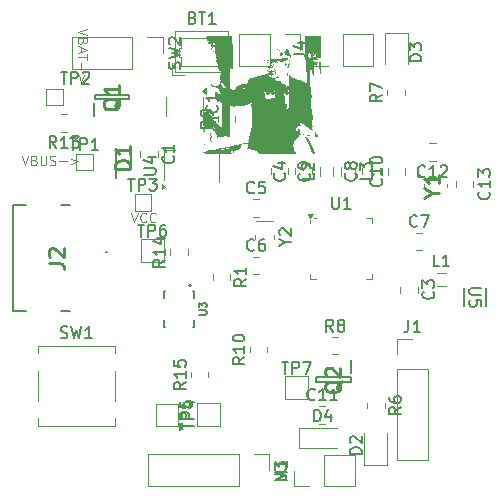
<source format=gbr>
%TF.GenerationSoftware,KiCad,Pcbnew,8.0.3*%
%TF.CreationDate,2025-04-01T13:45:42-05:00*%
%TF.ProjectId,wearable_v2_nrf,77656172-6162-46c6-955f-76325f6e7266,rev?*%
%TF.SameCoordinates,Original*%
%TF.FileFunction,Legend,Top*%
%TF.FilePolarity,Positive*%
%FSLAX46Y46*%
G04 Gerber Fmt 4.6, Leading zero omitted, Abs format (unit mm)*
G04 Created by KiCad (PCBNEW 8.0.3) date 2025-04-01 13:45:42*
%MOMM*%
%LPD*%
G01*
G04 APERTURE LIST*
%ADD10C,0.100000*%
%ADD11C,0.150000*%
%ADD12C,0.254000*%
%ADD13C,0.300000*%
%ADD14C,0.120000*%
%ADD15C,0.200000*%
%ADD16C,0.000000*%
%ADD17C,0.127000*%
%ADD18C,0.152400*%
G04 APERTURE END LIST*
D10*
X88028104Y-48991979D02*
X87228104Y-49258646D01*
X87228104Y-49258646D02*
X88028104Y-49525312D01*
X87647152Y-50058645D02*
X87609057Y-50172931D01*
X87609057Y-50172931D02*
X87570961Y-50211026D01*
X87570961Y-50211026D02*
X87494771Y-50249122D01*
X87494771Y-50249122D02*
X87380485Y-50249122D01*
X87380485Y-50249122D02*
X87304295Y-50211026D01*
X87304295Y-50211026D02*
X87266200Y-50172931D01*
X87266200Y-50172931D02*
X87228104Y-50096741D01*
X87228104Y-50096741D02*
X87228104Y-49791979D01*
X87228104Y-49791979D02*
X88028104Y-49791979D01*
X88028104Y-49791979D02*
X88028104Y-50058645D01*
X88028104Y-50058645D02*
X87990009Y-50134836D01*
X87990009Y-50134836D02*
X87951914Y-50172931D01*
X87951914Y-50172931D02*
X87875723Y-50211026D01*
X87875723Y-50211026D02*
X87799533Y-50211026D01*
X87799533Y-50211026D02*
X87723342Y-50172931D01*
X87723342Y-50172931D02*
X87685247Y-50134836D01*
X87685247Y-50134836D02*
X87647152Y-50058645D01*
X87647152Y-50058645D02*
X87647152Y-49791979D01*
X87456676Y-50553883D02*
X87456676Y-50934836D01*
X87228104Y-50477693D02*
X88028104Y-50744360D01*
X88028104Y-50744360D02*
X87228104Y-51011026D01*
X88028104Y-51163407D02*
X88028104Y-51620550D01*
X87228104Y-51391978D02*
X88028104Y-51391978D01*
X87532866Y-51887217D02*
X87532866Y-52496741D01*
X87761438Y-52877693D02*
X87532866Y-53487217D01*
X87532866Y-53487217D02*
X87304295Y-52877693D01*
X91741979Y-64571895D02*
X92008646Y-65371895D01*
X92008646Y-65371895D02*
X92275312Y-64571895D01*
X92999122Y-65295704D02*
X92961026Y-65333800D01*
X92961026Y-65333800D02*
X92846741Y-65371895D01*
X92846741Y-65371895D02*
X92770550Y-65371895D01*
X92770550Y-65371895D02*
X92656264Y-65333800D01*
X92656264Y-65333800D02*
X92580074Y-65257609D01*
X92580074Y-65257609D02*
X92541979Y-65181419D01*
X92541979Y-65181419D02*
X92503883Y-65029038D01*
X92503883Y-65029038D02*
X92503883Y-64914752D01*
X92503883Y-64914752D02*
X92541979Y-64762371D01*
X92541979Y-64762371D02*
X92580074Y-64686180D01*
X92580074Y-64686180D02*
X92656264Y-64609990D01*
X92656264Y-64609990D02*
X92770550Y-64571895D01*
X92770550Y-64571895D02*
X92846741Y-64571895D01*
X92846741Y-64571895D02*
X92961026Y-64609990D01*
X92961026Y-64609990D02*
X92999122Y-64648085D01*
X93799122Y-65295704D02*
X93761026Y-65333800D01*
X93761026Y-65333800D02*
X93646741Y-65371895D01*
X93646741Y-65371895D02*
X93570550Y-65371895D01*
X93570550Y-65371895D02*
X93456264Y-65333800D01*
X93456264Y-65333800D02*
X93380074Y-65257609D01*
X93380074Y-65257609D02*
X93341979Y-65181419D01*
X93341979Y-65181419D02*
X93303883Y-65029038D01*
X93303883Y-65029038D02*
X93303883Y-64914752D01*
X93303883Y-64914752D02*
X93341979Y-64762371D01*
X93341979Y-64762371D02*
X93380074Y-64686180D01*
X93380074Y-64686180D02*
X93456264Y-64609990D01*
X93456264Y-64609990D02*
X93570550Y-64571895D01*
X93570550Y-64571895D02*
X93646741Y-64571895D01*
X93646741Y-64571895D02*
X93761026Y-64609990D01*
X93761026Y-64609990D02*
X93799122Y-64648085D01*
X82466979Y-59721895D02*
X82733646Y-60521895D01*
X82733646Y-60521895D02*
X83000312Y-59721895D01*
X83533645Y-60102847D02*
X83647931Y-60140942D01*
X83647931Y-60140942D02*
X83686026Y-60179038D01*
X83686026Y-60179038D02*
X83724122Y-60255228D01*
X83724122Y-60255228D02*
X83724122Y-60369514D01*
X83724122Y-60369514D02*
X83686026Y-60445704D01*
X83686026Y-60445704D02*
X83647931Y-60483800D01*
X83647931Y-60483800D02*
X83571741Y-60521895D01*
X83571741Y-60521895D02*
X83266979Y-60521895D01*
X83266979Y-60521895D02*
X83266979Y-59721895D01*
X83266979Y-59721895D02*
X83533645Y-59721895D01*
X83533645Y-59721895D02*
X83609836Y-59759990D01*
X83609836Y-59759990D02*
X83647931Y-59798085D01*
X83647931Y-59798085D02*
X83686026Y-59874276D01*
X83686026Y-59874276D02*
X83686026Y-59950466D01*
X83686026Y-59950466D02*
X83647931Y-60026657D01*
X83647931Y-60026657D02*
X83609836Y-60064752D01*
X83609836Y-60064752D02*
X83533645Y-60102847D01*
X83533645Y-60102847D02*
X83266979Y-60102847D01*
X84066979Y-59721895D02*
X84066979Y-60369514D01*
X84066979Y-60369514D02*
X84105074Y-60445704D01*
X84105074Y-60445704D02*
X84143169Y-60483800D01*
X84143169Y-60483800D02*
X84219360Y-60521895D01*
X84219360Y-60521895D02*
X84371741Y-60521895D01*
X84371741Y-60521895D02*
X84447931Y-60483800D01*
X84447931Y-60483800D02*
X84486026Y-60445704D01*
X84486026Y-60445704D02*
X84524122Y-60369514D01*
X84524122Y-60369514D02*
X84524122Y-59721895D01*
X84866978Y-60483800D02*
X84981264Y-60521895D01*
X84981264Y-60521895D02*
X85171740Y-60521895D01*
X85171740Y-60521895D02*
X85247931Y-60483800D01*
X85247931Y-60483800D02*
X85286026Y-60445704D01*
X85286026Y-60445704D02*
X85324121Y-60369514D01*
X85324121Y-60369514D02*
X85324121Y-60293323D01*
X85324121Y-60293323D02*
X85286026Y-60217133D01*
X85286026Y-60217133D02*
X85247931Y-60179038D01*
X85247931Y-60179038D02*
X85171740Y-60140942D01*
X85171740Y-60140942D02*
X85019359Y-60102847D01*
X85019359Y-60102847D02*
X84943169Y-60064752D01*
X84943169Y-60064752D02*
X84905074Y-60026657D01*
X84905074Y-60026657D02*
X84866978Y-59950466D01*
X84866978Y-59950466D02*
X84866978Y-59874276D01*
X84866978Y-59874276D02*
X84905074Y-59798085D01*
X84905074Y-59798085D02*
X84943169Y-59759990D01*
X84943169Y-59759990D02*
X85019359Y-59721895D01*
X85019359Y-59721895D02*
X85209836Y-59721895D01*
X85209836Y-59721895D02*
X85324121Y-59759990D01*
X85666979Y-60217133D02*
X86276503Y-60217133D01*
X86657455Y-59988561D02*
X87266979Y-60217133D01*
X87266979Y-60217133D02*
X86657455Y-60445704D01*
D11*
X103282142Y-57929819D02*
X102948809Y-57453628D01*
X102710714Y-57929819D02*
X102710714Y-56929819D01*
X102710714Y-56929819D02*
X103091666Y-56929819D01*
X103091666Y-56929819D02*
X103186904Y-56977438D01*
X103186904Y-56977438D02*
X103234523Y-57025057D01*
X103234523Y-57025057D02*
X103282142Y-57120295D01*
X103282142Y-57120295D02*
X103282142Y-57263152D01*
X103282142Y-57263152D02*
X103234523Y-57358390D01*
X103234523Y-57358390D02*
X103186904Y-57406009D01*
X103186904Y-57406009D02*
X103091666Y-57453628D01*
X103091666Y-57453628D02*
X102710714Y-57453628D01*
X104234523Y-57929819D02*
X103663095Y-57929819D01*
X103948809Y-57929819D02*
X103948809Y-56929819D01*
X103948809Y-56929819D02*
X103853571Y-57072676D01*
X103853571Y-57072676D02*
X103758333Y-57167914D01*
X103758333Y-57167914D02*
X103663095Y-57215533D01*
X105091666Y-56929819D02*
X104901190Y-56929819D01*
X104901190Y-56929819D02*
X104805952Y-56977438D01*
X104805952Y-56977438D02*
X104758333Y-57025057D01*
X104758333Y-57025057D02*
X104663095Y-57167914D01*
X104663095Y-57167914D02*
X104615476Y-57358390D01*
X104615476Y-57358390D02*
X104615476Y-57739342D01*
X104615476Y-57739342D02*
X104663095Y-57834580D01*
X104663095Y-57834580D02*
X104710714Y-57882200D01*
X104710714Y-57882200D02*
X104805952Y-57929819D01*
X104805952Y-57929819D02*
X104996428Y-57929819D01*
X104996428Y-57929819D02*
X105091666Y-57882200D01*
X105091666Y-57882200D02*
X105139285Y-57834580D01*
X105139285Y-57834580D02*
X105186904Y-57739342D01*
X105186904Y-57739342D02*
X105186904Y-57501247D01*
X105186904Y-57501247D02*
X105139285Y-57406009D01*
X105139285Y-57406009D02*
X105091666Y-57358390D01*
X105091666Y-57358390D02*
X104996428Y-57310771D01*
X104996428Y-57310771D02*
X104805952Y-57310771D01*
X104805952Y-57310771D02*
X104710714Y-57358390D01*
X104710714Y-57358390D02*
X104663095Y-57406009D01*
X104663095Y-57406009D02*
X104615476Y-57501247D01*
X95852200Y-52383332D02*
X95899819Y-52240475D01*
X95899819Y-52240475D02*
X95899819Y-52002380D01*
X95899819Y-52002380D02*
X95852200Y-51907142D01*
X95852200Y-51907142D02*
X95804580Y-51859523D01*
X95804580Y-51859523D02*
X95709342Y-51811904D01*
X95709342Y-51811904D02*
X95614104Y-51811904D01*
X95614104Y-51811904D02*
X95518866Y-51859523D01*
X95518866Y-51859523D02*
X95471247Y-51907142D01*
X95471247Y-51907142D02*
X95423628Y-52002380D01*
X95423628Y-52002380D02*
X95376009Y-52192856D01*
X95376009Y-52192856D02*
X95328390Y-52288094D01*
X95328390Y-52288094D02*
X95280771Y-52335713D01*
X95280771Y-52335713D02*
X95185533Y-52383332D01*
X95185533Y-52383332D02*
X95090295Y-52383332D01*
X95090295Y-52383332D02*
X94995057Y-52335713D01*
X94995057Y-52335713D02*
X94947438Y-52288094D01*
X94947438Y-52288094D02*
X94899819Y-52192856D01*
X94899819Y-52192856D02*
X94899819Y-51954761D01*
X94899819Y-51954761D02*
X94947438Y-51811904D01*
X94899819Y-51478570D02*
X95899819Y-51240475D01*
X95899819Y-51240475D02*
X95185533Y-51049999D01*
X95185533Y-51049999D02*
X95899819Y-50859523D01*
X95899819Y-50859523D02*
X94899819Y-50621428D01*
X94995057Y-50288094D02*
X94947438Y-50240475D01*
X94947438Y-50240475D02*
X94899819Y-50145237D01*
X94899819Y-50145237D02*
X94899819Y-49907142D01*
X94899819Y-49907142D02*
X94947438Y-49811904D01*
X94947438Y-49811904D02*
X94995057Y-49764285D01*
X94995057Y-49764285D02*
X95090295Y-49716666D01*
X95090295Y-49716666D02*
X95185533Y-49716666D01*
X95185533Y-49716666D02*
X95328390Y-49764285D01*
X95328390Y-49764285D02*
X95899819Y-50335713D01*
X95899819Y-50335713D02*
X95899819Y-49716666D01*
X103884819Y-86683333D02*
X104599104Y-86683333D01*
X104599104Y-86683333D02*
X104741961Y-86730952D01*
X104741961Y-86730952D02*
X104837200Y-86826190D01*
X104837200Y-86826190D02*
X104884819Y-86969047D01*
X104884819Y-86969047D02*
X104884819Y-87064285D01*
X103884819Y-86302380D02*
X103884819Y-85683333D01*
X103884819Y-85683333D02*
X104265771Y-86016666D01*
X104265771Y-86016666D02*
X104265771Y-85873809D01*
X104265771Y-85873809D02*
X104313390Y-85778571D01*
X104313390Y-85778571D02*
X104361009Y-85730952D01*
X104361009Y-85730952D02*
X104456247Y-85683333D01*
X104456247Y-85683333D02*
X104694342Y-85683333D01*
X104694342Y-85683333D02*
X104789580Y-85730952D01*
X104789580Y-85730952D02*
X104837200Y-85778571D01*
X104837200Y-85778571D02*
X104884819Y-85873809D01*
X104884819Y-85873809D02*
X104884819Y-86159523D01*
X104884819Y-86159523D02*
X104837200Y-86254761D01*
X104837200Y-86254761D02*
X104789580Y-86302380D01*
X95852819Y-82936904D02*
X95852819Y-82365476D01*
X96852819Y-82651190D02*
X95852819Y-82651190D01*
X96852819Y-82032142D02*
X95852819Y-82032142D01*
X95852819Y-82032142D02*
X95852819Y-81651190D01*
X95852819Y-81651190D02*
X95900438Y-81555952D01*
X95900438Y-81555952D02*
X95948057Y-81508333D01*
X95948057Y-81508333D02*
X96043295Y-81460714D01*
X96043295Y-81460714D02*
X96186152Y-81460714D01*
X96186152Y-81460714D02*
X96281390Y-81508333D01*
X96281390Y-81508333D02*
X96329009Y-81555952D01*
X96329009Y-81555952D02*
X96376628Y-81651190D01*
X96376628Y-81651190D02*
X96376628Y-82032142D01*
X95852819Y-80555952D02*
X95852819Y-81032142D01*
X95852819Y-81032142D02*
X96329009Y-81079761D01*
X96329009Y-81079761D02*
X96281390Y-81032142D01*
X96281390Y-81032142D02*
X96233771Y-80936904D01*
X96233771Y-80936904D02*
X96233771Y-80698809D01*
X96233771Y-80698809D02*
X96281390Y-80603571D01*
X96281390Y-80603571D02*
X96329009Y-80555952D01*
X96329009Y-80555952D02*
X96424247Y-80508333D01*
X96424247Y-80508333D02*
X96662342Y-80508333D01*
X96662342Y-80508333D02*
X96757580Y-80555952D01*
X96757580Y-80555952D02*
X96805200Y-80603571D01*
X96805200Y-80603571D02*
X96852819Y-80698809D01*
X96852819Y-80698809D02*
X96852819Y-80936904D01*
X96852819Y-80936904D02*
X96805200Y-81032142D01*
X96805200Y-81032142D02*
X96757580Y-81079761D01*
X96081819Y-82911904D02*
X96081819Y-82340476D01*
X97081819Y-82626190D02*
X96081819Y-82626190D01*
X97081819Y-82007142D02*
X96081819Y-82007142D01*
X96081819Y-82007142D02*
X96081819Y-81626190D01*
X96081819Y-81626190D02*
X96129438Y-81530952D01*
X96129438Y-81530952D02*
X96177057Y-81483333D01*
X96177057Y-81483333D02*
X96272295Y-81435714D01*
X96272295Y-81435714D02*
X96415152Y-81435714D01*
X96415152Y-81435714D02*
X96510390Y-81483333D01*
X96510390Y-81483333D02*
X96558009Y-81530952D01*
X96558009Y-81530952D02*
X96605628Y-81626190D01*
X96605628Y-81626190D02*
X96605628Y-82007142D01*
X96415152Y-80578571D02*
X97081819Y-80578571D01*
X96034200Y-80816666D02*
X96748485Y-81054761D01*
X96748485Y-81054761D02*
X96748485Y-80435714D01*
X107509819Y-50966666D02*
X107033628Y-51299999D01*
X107509819Y-51538094D02*
X106509819Y-51538094D01*
X106509819Y-51538094D02*
X106509819Y-51157142D01*
X106509819Y-51157142D02*
X106557438Y-51061904D01*
X106557438Y-51061904D02*
X106605057Y-51014285D01*
X106605057Y-51014285D02*
X106700295Y-50966666D01*
X106700295Y-50966666D02*
X106843152Y-50966666D01*
X106843152Y-50966666D02*
X106938390Y-51014285D01*
X106938390Y-51014285D02*
X106986009Y-51061904D01*
X106986009Y-51061904D02*
X107033628Y-51157142D01*
X107033628Y-51157142D02*
X107033628Y-51538094D01*
X106509819Y-50061904D02*
X106509819Y-50538094D01*
X106509819Y-50538094D02*
X106986009Y-50585713D01*
X106986009Y-50585713D02*
X106938390Y-50538094D01*
X106938390Y-50538094D02*
X106890771Y-50442856D01*
X106890771Y-50442856D02*
X106890771Y-50204761D01*
X106890771Y-50204761D02*
X106938390Y-50109523D01*
X106938390Y-50109523D02*
X106986009Y-50061904D01*
X106986009Y-50061904D02*
X107081247Y-50014285D01*
X107081247Y-50014285D02*
X107319342Y-50014285D01*
X107319342Y-50014285D02*
X107414580Y-50061904D01*
X107414580Y-50061904D02*
X107462200Y-50109523D01*
X107462200Y-50109523D02*
X107509819Y-50204761D01*
X107509819Y-50204761D02*
X107509819Y-50442856D01*
X107509819Y-50442856D02*
X107462200Y-50538094D01*
X107462200Y-50538094D02*
X107414580Y-50585713D01*
X105499819Y-51108333D02*
X106214104Y-51108333D01*
X106214104Y-51108333D02*
X106356961Y-51155952D01*
X106356961Y-51155952D02*
X106452200Y-51251190D01*
X106452200Y-51251190D02*
X106499819Y-51394047D01*
X106499819Y-51394047D02*
X106499819Y-51489285D01*
X105833152Y-50203571D02*
X106499819Y-50203571D01*
X105452200Y-50441666D02*
X106166485Y-50679761D01*
X106166485Y-50679761D02*
X106166485Y-50060714D01*
X96354819Y-78917857D02*
X95878628Y-79251190D01*
X96354819Y-79489285D02*
X95354819Y-79489285D01*
X95354819Y-79489285D02*
X95354819Y-79108333D01*
X95354819Y-79108333D02*
X95402438Y-79013095D01*
X95402438Y-79013095D02*
X95450057Y-78965476D01*
X95450057Y-78965476D02*
X95545295Y-78917857D01*
X95545295Y-78917857D02*
X95688152Y-78917857D01*
X95688152Y-78917857D02*
X95783390Y-78965476D01*
X95783390Y-78965476D02*
X95831009Y-79013095D01*
X95831009Y-79013095D02*
X95878628Y-79108333D01*
X95878628Y-79108333D02*
X95878628Y-79489285D01*
X96354819Y-77965476D02*
X96354819Y-78536904D01*
X96354819Y-78251190D02*
X95354819Y-78251190D01*
X95354819Y-78251190D02*
X95497676Y-78346428D01*
X95497676Y-78346428D02*
X95592914Y-78441666D01*
X95592914Y-78441666D02*
X95640533Y-78536904D01*
X95354819Y-77060714D02*
X95354819Y-77536904D01*
X95354819Y-77536904D02*
X95831009Y-77584523D01*
X95831009Y-77584523D02*
X95783390Y-77536904D01*
X95783390Y-77536904D02*
X95735771Y-77441666D01*
X95735771Y-77441666D02*
X95735771Y-77203571D01*
X95735771Y-77203571D02*
X95783390Y-77108333D01*
X95783390Y-77108333D02*
X95831009Y-77060714D01*
X95831009Y-77060714D02*
X95926247Y-77013095D01*
X95926247Y-77013095D02*
X96164342Y-77013095D01*
X96164342Y-77013095D02*
X96259580Y-77060714D01*
X96259580Y-77060714D02*
X96307200Y-77108333D01*
X96307200Y-77108333D02*
X96354819Y-77203571D01*
X96354819Y-77203571D02*
X96354819Y-77441666D01*
X96354819Y-77441666D02*
X96307200Y-77536904D01*
X96307200Y-77536904D02*
X96259580Y-77584523D01*
X94604819Y-68542857D02*
X94128628Y-68876190D01*
X94604819Y-69114285D02*
X93604819Y-69114285D01*
X93604819Y-69114285D02*
X93604819Y-68733333D01*
X93604819Y-68733333D02*
X93652438Y-68638095D01*
X93652438Y-68638095D02*
X93700057Y-68590476D01*
X93700057Y-68590476D02*
X93795295Y-68542857D01*
X93795295Y-68542857D02*
X93938152Y-68542857D01*
X93938152Y-68542857D02*
X94033390Y-68590476D01*
X94033390Y-68590476D02*
X94081009Y-68638095D01*
X94081009Y-68638095D02*
X94128628Y-68733333D01*
X94128628Y-68733333D02*
X94128628Y-69114285D01*
X94604819Y-67590476D02*
X94604819Y-68161904D01*
X94604819Y-67876190D02*
X93604819Y-67876190D01*
X93604819Y-67876190D02*
X93747676Y-67971428D01*
X93747676Y-67971428D02*
X93842914Y-68066666D01*
X93842914Y-68066666D02*
X93890533Y-68161904D01*
X93938152Y-66733333D02*
X94604819Y-66733333D01*
X93557200Y-66971428D02*
X94271485Y-67209523D01*
X94271485Y-67209523D02*
X94271485Y-66590476D01*
X122021080Y-62787357D02*
X122068700Y-62834976D01*
X122068700Y-62834976D02*
X122116319Y-62977833D01*
X122116319Y-62977833D02*
X122116319Y-63073071D01*
X122116319Y-63073071D02*
X122068700Y-63215928D01*
X122068700Y-63215928D02*
X121973461Y-63311166D01*
X121973461Y-63311166D02*
X121878223Y-63358785D01*
X121878223Y-63358785D02*
X121687747Y-63406404D01*
X121687747Y-63406404D02*
X121544890Y-63406404D01*
X121544890Y-63406404D02*
X121354414Y-63358785D01*
X121354414Y-63358785D02*
X121259176Y-63311166D01*
X121259176Y-63311166D02*
X121163938Y-63215928D01*
X121163938Y-63215928D02*
X121116319Y-63073071D01*
X121116319Y-63073071D02*
X121116319Y-62977833D01*
X121116319Y-62977833D02*
X121163938Y-62834976D01*
X121163938Y-62834976D02*
X121211557Y-62787357D01*
X122116319Y-61834976D02*
X122116319Y-62406404D01*
X122116319Y-62120690D02*
X121116319Y-62120690D01*
X121116319Y-62120690D02*
X121259176Y-62215928D01*
X121259176Y-62215928D02*
X121354414Y-62311166D01*
X121354414Y-62311166D02*
X121402033Y-62406404D01*
X121116319Y-61501642D02*
X121116319Y-60882595D01*
X121116319Y-60882595D02*
X121497271Y-61215928D01*
X121497271Y-61215928D02*
X121497271Y-61073071D01*
X121497271Y-61073071D02*
X121544890Y-60977833D01*
X121544890Y-60977833D02*
X121592509Y-60930214D01*
X121592509Y-60930214D02*
X121687747Y-60882595D01*
X121687747Y-60882595D02*
X121925842Y-60882595D01*
X121925842Y-60882595D02*
X122021080Y-60930214D01*
X122021080Y-60930214D02*
X122068700Y-60977833D01*
X122068700Y-60977833D02*
X122116319Y-61073071D01*
X122116319Y-61073071D02*
X122116319Y-61358785D01*
X122116319Y-61358785D02*
X122068700Y-61454023D01*
X122068700Y-61454023D02*
X122021080Y-61501642D01*
X96934285Y-48056009D02*
X97077142Y-48103628D01*
X97077142Y-48103628D02*
X97124761Y-48151247D01*
X97124761Y-48151247D02*
X97172380Y-48246485D01*
X97172380Y-48246485D02*
X97172380Y-48389342D01*
X97172380Y-48389342D02*
X97124761Y-48484580D01*
X97124761Y-48484580D02*
X97077142Y-48532200D01*
X97077142Y-48532200D02*
X96981904Y-48579819D01*
X96981904Y-48579819D02*
X96600952Y-48579819D01*
X96600952Y-48579819D02*
X96600952Y-47579819D01*
X96600952Y-47579819D02*
X96934285Y-47579819D01*
X96934285Y-47579819D02*
X97029523Y-47627438D01*
X97029523Y-47627438D02*
X97077142Y-47675057D01*
X97077142Y-47675057D02*
X97124761Y-47770295D01*
X97124761Y-47770295D02*
X97124761Y-47865533D01*
X97124761Y-47865533D02*
X97077142Y-47960771D01*
X97077142Y-47960771D02*
X97029523Y-48008390D01*
X97029523Y-48008390D02*
X96934285Y-48056009D01*
X96934285Y-48056009D02*
X96600952Y-48056009D01*
X97458095Y-47579819D02*
X98029523Y-47579819D01*
X97743809Y-48579819D02*
X97743809Y-47579819D01*
X98886666Y-48579819D02*
X98315238Y-48579819D01*
X98600952Y-48579819D02*
X98600952Y-47579819D01*
X98600952Y-47579819D02*
X98505714Y-47722676D01*
X98505714Y-47722676D02*
X98410476Y-47817914D01*
X98410476Y-47817914D02*
X98315238Y-47865533D01*
X110729580Y-61216666D02*
X110777200Y-61264285D01*
X110777200Y-61264285D02*
X110824819Y-61407142D01*
X110824819Y-61407142D02*
X110824819Y-61502380D01*
X110824819Y-61502380D02*
X110777200Y-61645237D01*
X110777200Y-61645237D02*
X110681961Y-61740475D01*
X110681961Y-61740475D02*
X110586723Y-61788094D01*
X110586723Y-61788094D02*
X110396247Y-61835713D01*
X110396247Y-61835713D02*
X110253390Y-61835713D01*
X110253390Y-61835713D02*
X110062914Y-61788094D01*
X110062914Y-61788094D02*
X109967676Y-61740475D01*
X109967676Y-61740475D02*
X109872438Y-61645237D01*
X109872438Y-61645237D02*
X109824819Y-61502380D01*
X109824819Y-61502380D02*
X109824819Y-61407142D01*
X109824819Y-61407142D02*
X109872438Y-61264285D01*
X109872438Y-61264285D02*
X109920057Y-61216666D01*
X110253390Y-60645237D02*
X110205771Y-60740475D01*
X110205771Y-60740475D02*
X110158152Y-60788094D01*
X110158152Y-60788094D02*
X110062914Y-60835713D01*
X110062914Y-60835713D02*
X110015295Y-60835713D01*
X110015295Y-60835713D02*
X109920057Y-60788094D01*
X109920057Y-60788094D02*
X109872438Y-60740475D01*
X109872438Y-60740475D02*
X109824819Y-60645237D01*
X109824819Y-60645237D02*
X109824819Y-60454761D01*
X109824819Y-60454761D02*
X109872438Y-60359523D01*
X109872438Y-60359523D02*
X109920057Y-60311904D01*
X109920057Y-60311904D02*
X110015295Y-60264285D01*
X110015295Y-60264285D02*
X110062914Y-60264285D01*
X110062914Y-60264285D02*
X110158152Y-60311904D01*
X110158152Y-60311904D02*
X110205771Y-60359523D01*
X110205771Y-60359523D02*
X110253390Y-60454761D01*
X110253390Y-60454761D02*
X110253390Y-60645237D01*
X110253390Y-60645237D02*
X110301009Y-60740475D01*
X110301009Y-60740475D02*
X110348628Y-60788094D01*
X110348628Y-60788094D02*
X110443866Y-60835713D01*
X110443866Y-60835713D02*
X110634342Y-60835713D01*
X110634342Y-60835713D02*
X110729580Y-60788094D01*
X110729580Y-60788094D02*
X110777200Y-60740475D01*
X110777200Y-60740475D02*
X110824819Y-60645237D01*
X110824819Y-60645237D02*
X110824819Y-60454761D01*
X110824819Y-60454761D02*
X110777200Y-60359523D01*
X110777200Y-60359523D02*
X110729580Y-60311904D01*
X110729580Y-60311904D02*
X110634342Y-60264285D01*
X110634342Y-60264285D02*
X110443866Y-60264285D01*
X110443866Y-60264285D02*
X110348628Y-60311904D01*
X110348628Y-60311904D02*
X110301009Y-60359523D01*
X110301009Y-60359523D02*
X110253390Y-60454761D01*
X85766667Y-75132200D02*
X85909524Y-75179819D01*
X85909524Y-75179819D02*
X86147619Y-75179819D01*
X86147619Y-75179819D02*
X86242857Y-75132200D01*
X86242857Y-75132200D02*
X86290476Y-75084580D01*
X86290476Y-75084580D02*
X86338095Y-74989342D01*
X86338095Y-74989342D02*
X86338095Y-74894104D01*
X86338095Y-74894104D02*
X86290476Y-74798866D01*
X86290476Y-74798866D02*
X86242857Y-74751247D01*
X86242857Y-74751247D02*
X86147619Y-74703628D01*
X86147619Y-74703628D02*
X85957143Y-74656009D01*
X85957143Y-74656009D02*
X85861905Y-74608390D01*
X85861905Y-74608390D02*
X85814286Y-74560771D01*
X85814286Y-74560771D02*
X85766667Y-74465533D01*
X85766667Y-74465533D02*
X85766667Y-74370295D01*
X85766667Y-74370295D02*
X85814286Y-74275057D01*
X85814286Y-74275057D02*
X85861905Y-74227438D01*
X85861905Y-74227438D02*
X85957143Y-74179819D01*
X85957143Y-74179819D02*
X86195238Y-74179819D01*
X86195238Y-74179819D02*
X86338095Y-74227438D01*
X86671429Y-74179819D02*
X86909524Y-75179819D01*
X86909524Y-75179819D02*
X87100000Y-74465533D01*
X87100000Y-74465533D02*
X87290476Y-75179819D01*
X87290476Y-75179819D02*
X87528572Y-74179819D01*
X88433333Y-75179819D02*
X87861905Y-75179819D01*
X88147619Y-75179819D02*
X88147619Y-74179819D01*
X88147619Y-74179819D02*
X88052381Y-74322676D01*
X88052381Y-74322676D02*
X87957143Y-74417914D01*
X87957143Y-74417914D02*
X87861905Y-74465533D01*
X107204819Y-61216666D02*
X107204819Y-61692856D01*
X107204819Y-61692856D02*
X106204819Y-61692856D01*
X106300057Y-60930951D02*
X106252438Y-60883332D01*
X106252438Y-60883332D02*
X106204819Y-60788094D01*
X106204819Y-60788094D02*
X106204819Y-60549999D01*
X106204819Y-60549999D02*
X106252438Y-60454761D01*
X106252438Y-60454761D02*
X106300057Y-60407142D01*
X106300057Y-60407142D02*
X106395295Y-60359523D01*
X106395295Y-60359523D02*
X106490533Y-60359523D01*
X106490533Y-60359523D02*
X106633390Y-60407142D01*
X106633390Y-60407142D02*
X107204819Y-60978570D01*
X107204819Y-60978570D02*
X107204819Y-60359523D01*
X108833333Y-74629819D02*
X108500000Y-74153628D01*
X108261905Y-74629819D02*
X108261905Y-73629819D01*
X108261905Y-73629819D02*
X108642857Y-73629819D01*
X108642857Y-73629819D02*
X108738095Y-73677438D01*
X108738095Y-73677438D02*
X108785714Y-73725057D01*
X108785714Y-73725057D02*
X108833333Y-73820295D01*
X108833333Y-73820295D02*
X108833333Y-73963152D01*
X108833333Y-73963152D02*
X108785714Y-74058390D01*
X108785714Y-74058390D02*
X108738095Y-74106009D01*
X108738095Y-74106009D02*
X108642857Y-74153628D01*
X108642857Y-74153628D02*
X108261905Y-74153628D01*
X109404762Y-74058390D02*
X109309524Y-74010771D01*
X109309524Y-74010771D02*
X109261905Y-73963152D01*
X109261905Y-73963152D02*
X109214286Y-73867914D01*
X109214286Y-73867914D02*
X109214286Y-73820295D01*
X109214286Y-73820295D02*
X109261905Y-73725057D01*
X109261905Y-73725057D02*
X109309524Y-73677438D01*
X109309524Y-73677438D02*
X109404762Y-73629819D01*
X109404762Y-73629819D02*
X109595238Y-73629819D01*
X109595238Y-73629819D02*
X109690476Y-73677438D01*
X109690476Y-73677438D02*
X109738095Y-73725057D01*
X109738095Y-73725057D02*
X109785714Y-73820295D01*
X109785714Y-73820295D02*
X109785714Y-73867914D01*
X109785714Y-73867914D02*
X109738095Y-73963152D01*
X109738095Y-73963152D02*
X109690476Y-74010771D01*
X109690476Y-74010771D02*
X109595238Y-74058390D01*
X109595238Y-74058390D02*
X109404762Y-74058390D01*
X109404762Y-74058390D02*
X109309524Y-74106009D01*
X109309524Y-74106009D02*
X109261905Y-74153628D01*
X109261905Y-74153628D02*
X109214286Y-74248866D01*
X109214286Y-74248866D02*
X109214286Y-74439342D01*
X109214286Y-74439342D02*
X109261905Y-74534580D01*
X109261905Y-74534580D02*
X109309524Y-74582200D01*
X109309524Y-74582200D02*
X109404762Y-74629819D01*
X109404762Y-74629819D02*
X109595238Y-74629819D01*
X109595238Y-74629819D02*
X109690476Y-74582200D01*
X109690476Y-74582200D02*
X109738095Y-74534580D01*
X109738095Y-74534580D02*
X109785714Y-74439342D01*
X109785714Y-74439342D02*
X109785714Y-74248866D01*
X109785714Y-74248866D02*
X109738095Y-74153628D01*
X109738095Y-74153628D02*
X109690476Y-74106009D01*
X109690476Y-74106009D02*
X109595238Y-74058390D01*
X106809580Y-61241666D02*
X106857200Y-61289285D01*
X106857200Y-61289285D02*
X106904819Y-61432142D01*
X106904819Y-61432142D02*
X106904819Y-61527380D01*
X106904819Y-61527380D02*
X106857200Y-61670237D01*
X106857200Y-61670237D02*
X106761961Y-61765475D01*
X106761961Y-61765475D02*
X106666723Y-61813094D01*
X106666723Y-61813094D02*
X106476247Y-61860713D01*
X106476247Y-61860713D02*
X106333390Y-61860713D01*
X106333390Y-61860713D02*
X106142914Y-61813094D01*
X106142914Y-61813094D02*
X106047676Y-61765475D01*
X106047676Y-61765475D02*
X105952438Y-61670237D01*
X105952438Y-61670237D02*
X105904819Y-61527380D01*
X105904819Y-61527380D02*
X105904819Y-61432142D01*
X105904819Y-61432142D02*
X105952438Y-61289285D01*
X105952438Y-61289285D02*
X106000057Y-61241666D01*
X106904819Y-60765475D02*
X106904819Y-60574999D01*
X106904819Y-60574999D02*
X106857200Y-60479761D01*
X106857200Y-60479761D02*
X106809580Y-60432142D01*
X106809580Y-60432142D02*
X106666723Y-60336904D01*
X106666723Y-60336904D02*
X106476247Y-60289285D01*
X106476247Y-60289285D02*
X106095295Y-60289285D01*
X106095295Y-60289285D02*
X106000057Y-60336904D01*
X106000057Y-60336904D02*
X105952438Y-60384523D01*
X105952438Y-60384523D02*
X105904819Y-60479761D01*
X105904819Y-60479761D02*
X105904819Y-60670237D01*
X105904819Y-60670237D02*
X105952438Y-60765475D01*
X105952438Y-60765475D02*
X106000057Y-60813094D01*
X106000057Y-60813094D02*
X106095295Y-60860713D01*
X106095295Y-60860713D02*
X106333390Y-60860713D01*
X106333390Y-60860713D02*
X106428628Y-60813094D01*
X106428628Y-60813094D02*
X106476247Y-60765475D01*
X106476247Y-60765475D02*
X106523866Y-60670237D01*
X106523866Y-60670237D02*
X106523866Y-60479761D01*
X106523866Y-60479761D02*
X106476247Y-60384523D01*
X106476247Y-60384523D02*
X106428628Y-60336904D01*
X106428628Y-60336904D02*
X106333390Y-60289285D01*
X111254819Y-84988094D02*
X110254819Y-84988094D01*
X110254819Y-84988094D02*
X110254819Y-84749999D01*
X110254819Y-84749999D02*
X110302438Y-84607142D01*
X110302438Y-84607142D02*
X110397676Y-84511904D01*
X110397676Y-84511904D02*
X110492914Y-84464285D01*
X110492914Y-84464285D02*
X110683390Y-84416666D01*
X110683390Y-84416666D02*
X110826247Y-84416666D01*
X110826247Y-84416666D02*
X111016723Y-84464285D01*
X111016723Y-84464285D02*
X111111961Y-84511904D01*
X111111961Y-84511904D02*
X111207200Y-84607142D01*
X111207200Y-84607142D02*
X111254819Y-84749999D01*
X111254819Y-84749999D02*
X111254819Y-84988094D01*
X110350057Y-84035713D02*
X110302438Y-83988094D01*
X110302438Y-83988094D02*
X110254819Y-83892856D01*
X110254819Y-83892856D02*
X110254819Y-83654761D01*
X110254819Y-83654761D02*
X110302438Y-83559523D01*
X110302438Y-83559523D02*
X110350057Y-83511904D01*
X110350057Y-83511904D02*
X110445295Y-83464285D01*
X110445295Y-83464285D02*
X110540533Y-83464285D01*
X110540533Y-83464285D02*
X110683390Y-83511904D01*
X110683390Y-83511904D02*
X111254819Y-84083332D01*
X111254819Y-84083332D02*
X111254819Y-83464285D01*
X114579819Y-81029166D02*
X114103628Y-81362499D01*
X114579819Y-81600594D02*
X113579819Y-81600594D01*
X113579819Y-81600594D02*
X113579819Y-81219642D01*
X113579819Y-81219642D02*
X113627438Y-81124404D01*
X113627438Y-81124404D02*
X113675057Y-81076785D01*
X113675057Y-81076785D02*
X113770295Y-81029166D01*
X113770295Y-81029166D02*
X113913152Y-81029166D01*
X113913152Y-81029166D02*
X114008390Y-81076785D01*
X114008390Y-81076785D02*
X114056009Y-81124404D01*
X114056009Y-81124404D02*
X114103628Y-81219642D01*
X114103628Y-81219642D02*
X114103628Y-81600594D01*
X113579819Y-80172023D02*
X113579819Y-80362499D01*
X113579819Y-80362499D02*
X113627438Y-80457737D01*
X113627438Y-80457737D02*
X113675057Y-80505356D01*
X113675057Y-80505356D02*
X113817914Y-80600594D01*
X113817914Y-80600594D02*
X114008390Y-80648213D01*
X114008390Y-80648213D02*
X114389342Y-80648213D01*
X114389342Y-80648213D02*
X114484580Y-80600594D01*
X114484580Y-80600594D02*
X114532200Y-80552975D01*
X114532200Y-80552975D02*
X114579819Y-80457737D01*
X114579819Y-80457737D02*
X114579819Y-80267261D01*
X114579819Y-80267261D02*
X114532200Y-80172023D01*
X114532200Y-80172023D02*
X114484580Y-80124404D01*
X114484580Y-80124404D02*
X114389342Y-80076785D01*
X114389342Y-80076785D02*
X114151247Y-80076785D01*
X114151247Y-80076785D02*
X114056009Y-80124404D01*
X114056009Y-80124404D02*
X114008390Y-80172023D01*
X114008390Y-80172023D02*
X113960771Y-80267261D01*
X113960771Y-80267261D02*
X113960771Y-80457737D01*
X113960771Y-80457737D02*
X114008390Y-80552975D01*
X114008390Y-80552975D02*
X114056009Y-80600594D01*
X114056009Y-80600594D02*
X114151247Y-80648213D01*
X116304819Y-51725594D02*
X115304819Y-51725594D01*
X115304819Y-51725594D02*
X115304819Y-51487499D01*
X115304819Y-51487499D02*
X115352438Y-51344642D01*
X115352438Y-51344642D02*
X115447676Y-51249404D01*
X115447676Y-51249404D02*
X115542914Y-51201785D01*
X115542914Y-51201785D02*
X115733390Y-51154166D01*
X115733390Y-51154166D02*
X115876247Y-51154166D01*
X115876247Y-51154166D02*
X116066723Y-51201785D01*
X116066723Y-51201785D02*
X116161961Y-51249404D01*
X116161961Y-51249404D02*
X116257200Y-51344642D01*
X116257200Y-51344642D02*
X116304819Y-51487499D01*
X116304819Y-51487499D02*
X116304819Y-51725594D01*
X115304819Y-50820832D02*
X115304819Y-50201785D01*
X115304819Y-50201785D02*
X115685771Y-50535118D01*
X115685771Y-50535118D02*
X115685771Y-50392261D01*
X115685771Y-50392261D02*
X115733390Y-50297023D01*
X115733390Y-50297023D02*
X115781009Y-50249404D01*
X115781009Y-50249404D02*
X115876247Y-50201785D01*
X115876247Y-50201785D02*
X116114342Y-50201785D01*
X116114342Y-50201785D02*
X116209580Y-50249404D01*
X116209580Y-50249404D02*
X116257200Y-50297023D01*
X116257200Y-50297023D02*
X116304819Y-50392261D01*
X116304819Y-50392261D02*
X116304819Y-50677975D01*
X116304819Y-50677975D02*
X116257200Y-50773213D01*
X116257200Y-50773213D02*
X116209580Y-50820832D01*
X101479819Y-70154166D02*
X101003628Y-70487499D01*
X101479819Y-70725594D02*
X100479819Y-70725594D01*
X100479819Y-70725594D02*
X100479819Y-70344642D01*
X100479819Y-70344642D02*
X100527438Y-70249404D01*
X100527438Y-70249404D02*
X100575057Y-70201785D01*
X100575057Y-70201785D02*
X100670295Y-70154166D01*
X100670295Y-70154166D02*
X100813152Y-70154166D01*
X100813152Y-70154166D02*
X100908390Y-70201785D01*
X100908390Y-70201785D02*
X100956009Y-70249404D01*
X100956009Y-70249404D02*
X101003628Y-70344642D01*
X101003628Y-70344642D02*
X101003628Y-70725594D01*
X101479819Y-69201785D02*
X101479819Y-69773213D01*
X101479819Y-69487499D02*
X100479819Y-69487499D01*
X100479819Y-69487499D02*
X100622676Y-69582737D01*
X100622676Y-69582737D02*
X100717914Y-69677975D01*
X100717914Y-69677975D02*
X100765533Y-69773213D01*
X95289580Y-59766666D02*
X95337200Y-59814285D01*
X95337200Y-59814285D02*
X95384819Y-59957142D01*
X95384819Y-59957142D02*
X95384819Y-60052380D01*
X95384819Y-60052380D02*
X95337200Y-60195237D01*
X95337200Y-60195237D02*
X95241961Y-60290475D01*
X95241961Y-60290475D02*
X95146723Y-60338094D01*
X95146723Y-60338094D02*
X94956247Y-60385713D01*
X94956247Y-60385713D02*
X94813390Y-60385713D01*
X94813390Y-60385713D02*
X94622914Y-60338094D01*
X94622914Y-60338094D02*
X94527676Y-60290475D01*
X94527676Y-60290475D02*
X94432438Y-60195237D01*
X94432438Y-60195237D02*
X94384819Y-60052380D01*
X94384819Y-60052380D02*
X94384819Y-59957142D01*
X94384819Y-59957142D02*
X94432438Y-59814285D01*
X94432438Y-59814285D02*
X94480057Y-59766666D01*
X95384819Y-58814285D02*
X95384819Y-59385713D01*
X95384819Y-59099999D02*
X94384819Y-59099999D01*
X94384819Y-59099999D02*
X94527676Y-59195237D01*
X94527676Y-59195237D02*
X94622914Y-59290475D01*
X94622914Y-59290475D02*
X94670533Y-59385713D01*
X104803628Y-67076190D02*
X105279819Y-67076190D01*
X104279819Y-67409523D02*
X104803628Y-67076190D01*
X104803628Y-67076190D02*
X104279819Y-66742857D01*
X104375057Y-66457142D02*
X104327438Y-66409523D01*
X104327438Y-66409523D02*
X104279819Y-66314285D01*
X104279819Y-66314285D02*
X104279819Y-66076190D01*
X104279819Y-66076190D02*
X104327438Y-65980952D01*
X104327438Y-65980952D02*
X104375057Y-65933333D01*
X104375057Y-65933333D02*
X104470295Y-65885714D01*
X104470295Y-65885714D02*
X104565533Y-65885714D01*
X104565533Y-65885714D02*
X104708390Y-65933333D01*
X104708390Y-65933333D02*
X105279819Y-66504761D01*
X105279819Y-66504761D02*
X105279819Y-65885714D01*
X104949819Y-87209523D02*
X103949819Y-87209523D01*
X103949819Y-87209523D02*
X104664104Y-86876190D01*
X104664104Y-86876190D02*
X103949819Y-86542857D01*
X103949819Y-86542857D02*
X104949819Y-86542857D01*
X104949819Y-85542857D02*
X104949819Y-86114285D01*
X104949819Y-85828571D02*
X103949819Y-85828571D01*
X103949819Y-85828571D02*
X104092676Y-85923809D01*
X104092676Y-85923809D02*
X104187914Y-86019047D01*
X104187914Y-86019047D02*
X104235533Y-86114285D01*
X115216666Y-73669819D02*
X115216666Y-74384104D01*
X115216666Y-74384104D02*
X115169047Y-74526961D01*
X115169047Y-74526961D02*
X115073809Y-74622200D01*
X115073809Y-74622200D02*
X114930952Y-74669819D01*
X114930952Y-74669819D02*
X114835714Y-74669819D01*
X116216666Y-74669819D02*
X115645238Y-74669819D01*
X115930952Y-74669819D02*
X115930952Y-73669819D01*
X115930952Y-73669819D02*
X115835714Y-73812676D01*
X115835714Y-73812676D02*
X115740476Y-73907914D01*
X115740476Y-73907914D02*
X115645238Y-73955533D01*
X92288095Y-65581819D02*
X92859523Y-65581819D01*
X92573809Y-66581819D02*
X92573809Y-65581819D01*
X93192857Y-66581819D02*
X93192857Y-65581819D01*
X93192857Y-65581819D02*
X93573809Y-65581819D01*
X93573809Y-65581819D02*
X93669047Y-65629438D01*
X93669047Y-65629438D02*
X93716666Y-65677057D01*
X93716666Y-65677057D02*
X93764285Y-65772295D01*
X93764285Y-65772295D02*
X93764285Y-65915152D01*
X93764285Y-65915152D02*
X93716666Y-66010390D01*
X93716666Y-66010390D02*
X93669047Y-66058009D01*
X93669047Y-66058009D02*
X93573809Y-66105628D01*
X93573809Y-66105628D02*
X93192857Y-66105628D01*
X94621428Y-65581819D02*
X94430952Y-65581819D01*
X94430952Y-65581819D02*
X94335714Y-65629438D01*
X94335714Y-65629438D02*
X94288095Y-65677057D01*
X94288095Y-65677057D02*
X94192857Y-65819914D01*
X94192857Y-65819914D02*
X94145238Y-66010390D01*
X94145238Y-66010390D02*
X94145238Y-66391342D01*
X94145238Y-66391342D02*
X94192857Y-66486580D01*
X94192857Y-66486580D02*
X94240476Y-66534200D01*
X94240476Y-66534200D02*
X94335714Y-66581819D01*
X94335714Y-66581819D02*
X94526190Y-66581819D01*
X94526190Y-66581819D02*
X94621428Y-66534200D01*
X94621428Y-66534200D02*
X94669047Y-66486580D01*
X94669047Y-66486580D02*
X94716666Y-66391342D01*
X94716666Y-66391342D02*
X94716666Y-66153247D01*
X94716666Y-66153247D02*
X94669047Y-66058009D01*
X94669047Y-66058009D02*
X94621428Y-66010390D01*
X94621428Y-66010390D02*
X94526190Y-65962771D01*
X94526190Y-65962771D02*
X94335714Y-65962771D01*
X94335714Y-65962771D02*
X94240476Y-66010390D01*
X94240476Y-66010390D02*
X94192857Y-66058009D01*
X94192857Y-66058009D02*
X94145238Y-66153247D01*
X112104819Y-61216666D02*
X112104819Y-61692856D01*
X112104819Y-61692856D02*
X111104819Y-61692856D01*
X111104819Y-60978570D02*
X111104819Y-60359523D01*
X111104819Y-60359523D02*
X111485771Y-60692856D01*
X111485771Y-60692856D02*
X111485771Y-60549999D01*
X111485771Y-60549999D02*
X111533390Y-60454761D01*
X111533390Y-60454761D02*
X111581009Y-60407142D01*
X111581009Y-60407142D02*
X111676247Y-60359523D01*
X111676247Y-60359523D02*
X111914342Y-60359523D01*
X111914342Y-60359523D02*
X112009580Y-60407142D01*
X112009580Y-60407142D02*
X112057200Y-60454761D01*
X112057200Y-60454761D02*
X112104819Y-60549999D01*
X112104819Y-60549999D02*
X112104819Y-60835713D01*
X112104819Y-60835713D02*
X112057200Y-60930951D01*
X112057200Y-60930951D02*
X112009580Y-60978570D01*
X102158333Y-67704580D02*
X102110714Y-67752200D01*
X102110714Y-67752200D02*
X101967857Y-67799819D01*
X101967857Y-67799819D02*
X101872619Y-67799819D01*
X101872619Y-67799819D02*
X101729762Y-67752200D01*
X101729762Y-67752200D02*
X101634524Y-67656961D01*
X101634524Y-67656961D02*
X101586905Y-67561723D01*
X101586905Y-67561723D02*
X101539286Y-67371247D01*
X101539286Y-67371247D02*
X101539286Y-67228390D01*
X101539286Y-67228390D02*
X101586905Y-67037914D01*
X101586905Y-67037914D02*
X101634524Y-66942676D01*
X101634524Y-66942676D02*
X101729762Y-66847438D01*
X101729762Y-66847438D02*
X101872619Y-66799819D01*
X101872619Y-66799819D02*
X101967857Y-66799819D01*
X101967857Y-66799819D02*
X102110714Y-66847438D01*
X102110714Y-66847438D02*
X102158333Y-66895057D01*
X103015476Y-66799819D02*
X102825000Y-66799819D01*
X102825000Y-66799819D02*
X102729762Y-66847438D01*
X102729762Y-66847438D02*
X102682143Y-66895057D01*
X102682143Y-66895057D02*
X102586905Y-67037914D01*
X102586905Y-67037914D02*
X102539286Y-67228390D01*
X102539286Y-67228390D02*
X102539286Y-67609342D01*
X102539286Y-67609342D02*
X102586905Y-67704580D01*
X102586905Y-67704580D02*
X102634524Y-67752200D01*
X102634524Y-67752200D02*
X102729762Y-67799819D01*
X102729762Y-67799819D02*
X102920238Y-67799819D01*
X102920238Y-67799819D02*
X103015476Y-67752200D01*
X103015476Y-67752200D02*
X103063095Y-67704580D01*
X103063095Y-67704580D02*
X103110714Y-67609342D01*
X103110714Y-67609342D02*
X103110714Y-67371247D01*
X103110714Y-67371247D02*
X103063095Y-67276009D01*
X103063095Y-67276009D02*
X103015476Y-67228390D01*
X103015476Y-67228390D02*
X102920238Y-67180771D01*
X102920238Y-67180771D02*
X102729762Y-67180771D01*
X102729762Y-67180771D02*
X102634524Y-67228390D01*
X102634524Y-67228390D02*
X102586905Y-67276009D01*
X102586905Y-67276009D02*
X102539286Y-67371247D01*
X115933333Y-65654580D02*
X115885714Y-65702200D01*
X115885714Y-65702200D02*
X115742857Y-65749819D01*
X115742857Y-65749819D02*
X115647619Y-65749819D01*
X115647619Y-65749819D02*
X115504762Y-65702200D01*
X115504762Y-65702200D02*
X115409524Y-65606961D01*
X115409524Y-65606961D02*
X115361905Y-65511723D01*
X115361905Y-65511723D02*
X115314286Y-65321247D01*
X115314286Y-65321247D02*
X115314286Y-65178390D01*
X115314286Y-65178390D02*
X115361905Y-64987914D01*
X115361905Y-64987914D02*
X115409524Y-64892676D01*
X115409524Y-64892676D02*
X115504762Y-64797438D01*
X115504762Y-64797438D02*
X115647619Y-64749819D01*
X115647619Y-64749819D02*
X115742857Y-64749819D01*
X115742857Y-64749819D02*
X115885714Y-64797438D01*
X115885714Y-64797438D02*
X115933333Y-64845057D01*
X116266667Y-64749819D02*
X116933333Y-64749819D01*
X116933333Y-64749819D02*
X116504762Y-65749819D01*
X85407142Y-59079819D02*
X85073809Y-58603628D01*
X84835714Y-59079819D02*
X84835714Y-58079819D01*
X84835714Y-58079819D02*
X85216666Y-58079819D01*
X85216666Y-58079819D02*
X85311904Y-58127438D01*
X85311904Y-58127438D02*
X85359523Y-58175057D01*
X85359523Y-58175057D02*
X85407142Y-58270295D01*
X85407142Y-58270295D02*
X85407142Y-58413152D01*
X85407142Y-58413152D02*
X85359523Y-58508390D01*
X85359523Y-58508390D02*
X85311904Y-58556009D01*
X85311904Y-58556009D02*
X85216666Y-58603628D01*
X85216666Y-58603628D02*
X84835714Y-58603628D01*
X86359523Y-59079819D02*
X85788095Y-59079819D01*
X86073809Y-59079819D02*
X86073809Y-58079819D01*
X86073809Y-58079819D02*
X85978571Y-58222676D01*
X85978571Y-58222676D02*
X85883333Y-58317914D01*
X85883333Y-58317914D02*
X85788095Y-58365533D01*
X86692857Y-58079819D02*
X87311904Y-58079819D01*
X87311904Y-58079819D02*
X86978571Y-58460771D01*
X86978571Y-58460771D02*
X87121428Y-58460771D01*
X87121428Y-58460771D02*
X87216666Y-58508390D01*
X87216666Y-58508390D02*
X87264285Y-58556009D01*
X87264285Y-58556009D02*
X87311904Y-58651247D01*
X87311904Y-58651247D02*
X87311904Y-58889342D01*
X87311904Y-58889342D02*
X87264285Y-58984580D01*
X87264285Y-58984580D02*
X87216666Y-59032200D01*
X87216666Y-59032200D02*
X87121428Y-59079819D01*
X87121428Y-59079819D02*
X86835714Y-59079819D01*
X86835714Y-59079819D02*
X86740476Y-59032200D01*
X86740476Y-59032200D02*
X86692857Y-58984580D01*
D12*
X109570270Y-78820952D02*
X109509794Y-78941904D01*
X109509794Y-78941904D02*
X109388842Y-79062857D01*
X109388842Y-79062857D02*
X109207413Y-79244285D01*
X109207413Y-79244285D02*
X109146937Y-79365238D01*
X109146937Y-79365238D02*
X109146937Y-79486190D01*
X109449318Y-79425714D02*
X109388842Y-79546666D01*
X109388842Y-79546666D02*
X109267889Y-79667619D01*
X109267889Y-79667619D02*
X109025984Y-79728095D01*
X109025984Y-79728095D02*
X108602651Y-79728095D01*
X108602651Y-79728095D02*
X108360746Y-79667619D01*
X108360746Y-79667619D02*
X108239794Y-79546666D01*
X108239794Y-79546666D02*
X108179318Y-79425714D01*
X108179318Y-79425714D02*
X108179318Y-79183809D01*
X108179318Y-79183809D02*
X108239794Y-79062857D01*
X108239794Y-79062857D02*
X108360746Y-78941904D01*
X108360746Y-78941904D02*
X108602651Y-78881428D01*
X108602651Y-78881428D02*
X109025984Y-78881428D01*
X109025984Y-78881428D02*
X109267889Y-78941904D01*
X109267889Y-78941904D02*
X109388842Y-79062857D01*
X109388842Y-79062857D02*
X109449318Y-79183809D01*
X109449318Y-79183809D02*
X109449318Y-79425714D01*
X108300270Y-78397619D02*
X108239794Y-78337143D01*
X108239794Y-78337143D02*
X108179318Y-78216190D01*
X108179318Y-78216190D02*
X108179318Y-77913809D01*
X108179318Y-77913809D02*
X108239794Y-77792857D01*
X108239794Y-77792857D02*
X108300270Y-77732381D01*
X108300270Y-77732381D02*
X108421222Y-77671904D01*
X108421222Y-77671904D02*
X108542175Y-77671904D01*
X108542175Y-77671904D02*
X108723603Y-77732381D01*
X108723603Y-77732381D02*
X109449318Y-78458095D01*
X109449318Y-78458095D02*
X109449318Y-77671904D01*
D11*
X108763095Y-63229819D02*
X108763095Y-64039342D01*
X108763095Y-64039342D02*
X108810714Y-64134580D01*
X108810714Y-64134580D02*
X108858333Y-64182200D01*
X108858333Y-64182200D02*
X108953571Y-64229819D01*
X108953571Y-64229819D02*
X109144047Y-64229819D01*
X109144047Y-64229819D02*
X109239285Y-64182200D01*
X109239285Y-64182200D02*
X109286904Y-64134580D01*
X109286904Y-64134580D02*
X109334523Y-64039342D01*
X109334523Y-64039342D02*
X109334523Y-63229819D01*
X110334523Y-64229819D02*
X109763095Y-64229819D01*
X110048809Y-64229819D02*
X110048809Y-63229819D01*
X110048809Y-63229819D02*
X109953571Y-63372676D01*
X109953571Y-63372676D02*
X109858333Y-63467914D01*
X109858333Y-63467914D02*
X109763095Y-63515533D01*
X112904580Y-61717857D02*
X112952200Y-61765476D01*
X112952200Y-61765476D02*
X112999819Y-61908333D01*
X112999819Y-61908333D02*
X112999819Y-62003571D01*
X112999819Y-62003571D02*
X112952200Y-62146428D01*
X112952200Y-62146428D02*
X112856961Y-62241666D01*
X112856961Y-62241666D02*
X112761723Y-62289285D01*
X112761723Y-62289285D02*
X112571247Y-62336904D01*
X112571247Y-62336904D02*
X112428390Y-62336904D01*
X112428390Y-62336904D02*
X112237914Y-62289285D01*
X112237914Y-62289285D02*
X112142676Y-62241666D01*
X112142676Y-62241666D02*
X112047438Y-62146428D01*
X112047438Y-62146428D02*
X111999819Y-62003571D01*
X111999819Y-62003571D02*
X111999819Y-61908333D01*
X111999819Y-61908333D02*
X112047438Y-61765476D01*
X112047438Y-61765476D02*
X112095057Y-61717857D01*
X112999819Y-60765476D02*
X112999819Y-61336904D01*
X112999819Y-61051190D02*
X111999819Y-61051190D01*
X111999819Y-61051190D02*
X112142676Y-61146428D01*
X112142676Y-61146428D02*
X112237914Y-61241666D01*
X112237914Y-61241666D02*
X112285533Y-61336904D01*
X111999819Y-60146428D02*
X111999819Y-60051190D01*
X111999819Y-60051190D02*
X112047438Y-59955952D01*
X112047438Y-59955952D02*
X112095057Y-59908333D01*
X112095057Y-59908333D02*
X112190295Y-59860714D01*
X112190295Y-59860714D02*
X112380771Y-59813095D01*
X112380771Y-59813095D02*
X112618866Y-59813095D01*
X112618866Y-59813095D02*
X112809342Y-59860714D01*
X112809342Y-59860714D02*
X112904580Y-59908333D01*
X112904580Y-59908333D02*
X112952200Y-59955952D01*
X112952200Y-59955952D02*
X112999819Y-60051190D01*
X112999819Y-60051190D02*
X112999819Y-60146428D01*
X112999819Y-60146428D02*
X112952200Y-60241666D01*
X112952200Y-60241666D02*
X112904580Y-60289285D01*
X112904580Y-60289285D02*
X112809342Y-60336904D01*
X112809342Y-60336904D02*
X112618866Y-60384523D01*
X112618866Y-60384523D02*
X112380771Y-60384523D01*
X112380771Y-60384523D02*
X112190295Y-60336904D01*
X112190295Y-60336904D02*
X112095057Y-60289285D01*
X112095057Y-60289285D02*
X112047438Y-60241666D01*
X112047438Y-60241666D02*
X111999819Y-60146428D01*
X99079819Y-56526189D02*
X98079819Y-56526189D01*
X98984580Y-55478571D02*
X99032200Y-55526190D01*
X99032200Y-55526190D02*
X99079819Y-55669047D01*
X99079819Y-55669047D02*
X99079819Y-55764285D01*
X99079819Y-55764285D02*
X99032200Y-55907142D01*
X99032200Y-55907142D02*
X98936961Y-56002380D01*
X98936961Y-56002380D02*
X98841723Y-56049999D01*
X98841723Y-56049999D02*
X98651247Y-56097618D01*
X98651247Y-56097618D02*
X98508390Y-56097618D01*
X98508390Y-56097618D02*
X98317914Y-56049999D01*
X98317914Y-56049999D02*
X98222676Y-56002380D01*
X98222676Y-56002380D02*
X98127438Y-55907142D01*
X98127438Y-55907142D02*
X98079819Y-55764285D01*
X98079819Y-55764285D02*
X98079819Y-55669047D01*
X98079819Y-55669047D02*
X98127438Y-55526190D01*
X98127438Y-55526190D02*
X98175057Y-55478571D01*
X99079819Y-54526190D02*
X99079819Y-55097618D01*
X99079819Y-54811904D02*
X98079819Y-54811904D01*
X98079819Y-54811904D02*
X98222676Y-54907142D01*
X98222676Y-54907142D02*
X98317914Y-55002380D01*
X98317914Y-55002380D02*
X98365533Y-55097618D01*
D12*
X117226056Y-62849261D02*
X117830818Y-62849261D01*
X116560818Y-63272594D02*
X117226056Y-62849261D01*
X117226056Y-62849261D02*
X116560818Y-62425927D01*
X117830818Y-61337356D02*
X117830818Y-62063071D01*
X117830818Y-61700214D02*
X116560818Y-61700214D01*
X116560818Y-61700214D02*
X116742246Y-61821166D01*
X116742246Y-61821166D02*
X116863199Y-61942118D01*
X116863199Y-61942118D02*
X116923675Y-62063071D01*
D11*
X112954819Y-54554166D02*
X112478628Y-54887499D01*
X112954819Y-55125594D02*
X111954819Y-55125594D01*
X111954819Y-55125594D02*
X111954819Y-54744642D01*
X111954819Y-54744642D02*
X112002438Y-54649404D01*
X112002438Y-54649404D02*
X112050057Y-54601785D01*
X112050057Y-54601785D02*
X112145295Y-54554166D01*
X112145295Y-54554166D02*
X112288152Y-54554166D01*
X112288152Y-54554166D02*
X112383390Y-54601785D01*
X112383390Y-54601785D02*
X112431009Y-54649404D01*
X112431009Y-54649404D02*
X112478628Y-54744642D01*
X112478628Y-54744642D02*
X112478628Y-55125594D01*
X111954819Y-54220832D02*
X111954819Y-53554166D01*
X111954819Y-53554166D02*
X112954819Y-53982737D01*
D12*
X84753818Y-68823332D02*
X85660961Y-68823332D01*
X85660961Y-68823332D02*
X85842389Y-68883809D01*
X85842389Y-68883809D02*
X85963342Y-69004761D01*
X85963342Y-69004761D02*
X86023818Y-69186190D01*
X86023818Y-69186190D02*
X86023818Y-69307142D01*
X84874770Y-68279047D02*
X84814294Y-68218571D01*
X84814294Y-68218571D02*
X84753818Y-68097618D01*
X84753818Y-68097618D02*
X84753818Y-67795237D01*
X84753818Y-67795237D02*
X84814294Y-67674285D01*
X84814294Y-67674285D02*
X84874770Y-67613809D01*
X84874770Y-67613809D02*
X84995722Y-67553332D01*
X84995722Y-67553332D02*
X85116675Y-67553332D01*
X85116675Y-67553332D02*
X85298103Y-67613809D01*
X85298103Y-67613809D02*
X86023818Y-68339523D01*
X86023818Y-68339523D02*
X86023818Y-67553332D01*
D11*
X85763095Y-52629819D02*
X86334523Y-52629819D01*
X86048809Y-53629819D02*
X86048809Y-52629819D01*
X86667857Y-53629819D02*
X86667857Y-52629819D01*
X86667857Y-52629819D02*
X87048809Y-52629819D01*
X87048809Y-52629819D02*
X87144047Y-52677438D01*
X87144047Y-52677438D02*
X87191666Y-52725057D01*
X87191666Y-52725057D02*
X87239285Y-52820295D01*
X87239285Y-52820295D02*
X87239285Y-52963152D01*
X87239285Y-52963152D02*
X87191666Y-53058390D01*
X87191666Y-53058390D02*
X87144047Y-53106009D01*
X87144047Y-53106009D02*
X87048809Y-53153628D01*
X87048809Y-53153628D02*
X86667857Y-53153628D01*
X87620238Y-52725057D02*
X87667857Y-52677438D01*
X87667857Y-52677438D02*
X87763095Y-52629819D01*
X87763095Y-52629819D02*
X88001190Y-52629819D01*
X88001190Y-52629819D02*
X88096428Y-52677438D01*
X88096428Y-52677438D02*
X88144047Y-52725057D01*
X88144047Y-52725057D02*
X88191666Y-52820295D01*
X88191666Y-52820295D02*
X88191666Y-52915533D01*
X88191666Y-52915533D02*
X88144047Y-53058390D01*
X88144047Y-53058390D02*
X87572619Y-53629819D01*
X87572619Y-53629819D02*
X88191666Y-53629819D01*
D13*
X101503572Y-53874757D02*
X101360715Y-53803328D01*
X101360715Y-53803328D02*
X101146429Y-53803328D01*
X101146429Y-53803328D02*
X100932143Y-53874757D01*
X100932143Y-53874757D02*
X100789286Y-54017614D01*
X100789286Y-54017614D02*
X100717857Y-54160471D01*
X100717857Y-54160471D02*
X100646429Y-54446185D01*
X100646429Y-54446185D02*
X100646429Y-54660471D01*
X100646429Y-54660471D02*
X100717857Y-54946185D01*
X100717857Y-54946185D02*
X100789286Y-55089042D01*
X100789286Y-55089042D02*
X100932143Y-55231900D01*
X100932143Y-55231900D02*
X101146429Y-55303328D01*
X101146429Y-55303328D02*
X101289286Y-55303328D01*
X101289286Y-55303328D02*
X101503572Y-55231900D01*
X101503572Y-55231900D02*
X101575000Y-55160471D01*
X101575000Y-55160471D02*
X101575000Y-54660471D01*
X101575000Y-54660471D02*
X101289286Y-54660471D01*
X102432143Y-53803328D02*
X102432143Y-54160471D01*
X102075000Y-54017614D02*
X102432143Y-54160471D01*
X102432143Y-54160471D02*
X102789286Y-54017614D01*
X102217857Y-54446185D02*
X102432143Y-54160471D01*
X102432143Y-54160471D02*
X102646429Y-54446185D01*
X103575000Y-53803328D02*
X103575000Y-54160471D01*
X103217857Y-54017614D02*
X103575000Y-54160471D01*
X103575000Y-54160471D02*
X103932143Y-54017614D01*
X103360714Y-54446185D02*
X103575000Y-54160471D01*
X103575000Y-54160471D02*
X103789286Y-54446185D01*
X104717857Y-53803328D02*
X104717857Y-54160471D01*
X104360714Y-54017614D02*
X104717857Y-54160471D01*
X104717857Y-54160471D02*
X105075000Y-54017614D01*
X104503571Y-54446185D02*
X104717857Y-54160471D01*
X104717857Y-54160471D02*
X104932143Y-54446185D01*
D11*
X92804819Y-61336904D02*
X93614342Y-61336904D01*
X93614342Y-61336904D02*
X93709580Y-61289285D01*
X93709580Y-61289285D02*
X93757200Y-61241666D01*
X93757200Y-61241666D02*
X93804819Y-61146428D01*
X93804819Y-61146428D02*
X93804819Y-60955952D01*
X93804819Y-60955952D02*
X93757200Y-60860714D01*
X93757200Y-60860714D02*
X93709580Y-60813095D01*
X93709580Y-60813095D02*
X93614342Y-60765476D01*
X93614342Y-60765476D02*
X92804819Y-60765476D01*
X93138152Y-59860714D02*
X93804819Y-59860714D01*
X92757200Y-60098809D02*
X93471485Y-60336904D01*
X93471485Y-60336904D02*
X93471485Y-59717857D01*
D12*
X91649318Y-60837381D02*
X90379318Y-60837381D01*
X90379318Y-60837381D02*
X90379318Y-60535000D01*
X90379318Y-60535000D02*
X90439794Y-60353571D01*
X90439794Y-60353571D02*
X90560746Y-60232619D01*
X90560746Y-60232619D02*
X90681699Y-60172142D01*
X90681699Y-60172142D02*
X90923603Y-60111666D01*
X90923603Y-60111666D02*
X91105032Y-60111666D01*
X91105032Y-60111666D02*
X91346937Y-60172142D01*
X91346937Y-60172142D02*
X91467889Y-60232619D01*
X91467889Y-60232619D02*
X91588842Y-60353571D01*
X91588842Y-60353571D02*
X91649318Y-60535000D01*
X91649318Y-60535000D02*
X91649318Y-60837381D01*
X91649318Y-58902142D02*
X91649318Y-59627857D01*
X91649318Y-59265000D02*
X90379318Y-59265000D01*
X90379318Y-59265000D02*
X90560746Y-59385952D01*
X90560746Y-59385952D02*
X90681699Y-59506904D01*
X90681699Y-59506904D02*
X90742175Y-59627857D01*
D11*
X116613642Y-61459080D02*
X116566023Y-61506700D01*
X116566023Y-61506700D02*
X116423166Y-61554319D01*
X116423166Y-61554319D02*
X116327928Y-61554319D01*
X116327928Y-61554319D02*
X116185071Y-61506700D01*
X116185071Y-61506700D02*
X116089833Y-61411461D01*
X116089833Y-61411461D02*
X116042214Y-61316223D01*
X116042214Y-61316223D02*
X115994595Y-61125747D01*
X115994595Y-61125747D02*
X115994595Y-60982890D01*
X115994595Y-60982890D02*
X116042214Y-60792414D01*
X116042214Y-60792414D02*
X116089833Y-60697176D01*
X116089833Y-60697176D02*
X116185071Y-60601938D01*
X116185071Y-60601938D02*
X116327928Y-60554319D01*
X116327928Y-60554319D02*
X116423166Y-60554319D01*
X116423166Y-60554319D02*
X116566023Y-60601938D01*
X116566023Y-60601938D02*
X116613642Y-60649557D01*
X117566023Y-61554319D02*
X116994595Y-61554319D01*
X117280309Y-61554319D02*
X117280309Y-60554319D01*
X117280309Y-60554319D02*
X117185071Y-60697176D01*
X117185071Y-60697176D02*
X117089833Y-60792414D01*
X117089833Y-60792414D02*
X116994595Y-60840033D01*
X117946976Y-60649557D02*
X117994595Y-60601938D01*
X117994595Y-60601938D02*
X118089833Y-60554319D01*
X118089833Y-60554319D02*
X118327928Y-60554319D01*
X118327928Y-60554319D02*
X118423166Y-60601938D01*
X118423166Y-60601938D02*
X118470785Y-60649557D01*
X118470785Y-60649557D02*
X118518404Y-60744795D01*
X118518404Y-60744795D02*
X118518404Y-60840033D01*
X118518404Y-60840033D02*
X118470785Y-60982890D01*
X118470785Y-60982890D02*
X117899357Y-61554319D01*
X117899357Y-61554319D02*
X118518404Y-61554319D01*
X97479676Y-73192119D02*
X97997771Y-73192119D01*
X97997771Y-73192119D02*
X98058723Y-73161642D01*
X98058723Y-73161642D02*
X98089200Y-73131166D01*
X98089200Y-73131166D02*
X98119676Y-73070214D01*
X98119676Y-73070214D02*
X98119676Y-72948309D01*
X98119676Y-72948309D02*
X98089200Y-72887357D01*
X98089200Y-72887357D02*
X98058723Y-72856880D01*
X98058723Y-72856880D02*
X97997771Y-72826404D01*
X97997771Y-72826404D02*
X97479676Y-72826404D01*
X97479676Y-72582595D02*
X97479676Y-72186404D01*
X97479676Y-72186404D02*
X97723485Y-72399738D01*
X97723485Y-72399738D02*
X97723485Y-72308309D01*
X97723485Y-72308309D02*
X97753961Y-72247357D01*
X97753961Y-72247357D02*
X97784438Y-72216881D01*
X97784438Y-72216881D02*
X97845390Y-72186404D01*
X97845390Y-72186404D02*
X97997771Y-72186404D01*
X97997771Y-72186404D02*
X98058723Y-72216881D01*
X98058723Y-72216881D02*
X98089200Y-72247357D01*
X98089200Y-72247357D02*
X98119676Y-72308309D01*
X98119676Y-72308309D02*
X98119676Y-72491166D01*
X98119676Y-72491166D02*
X98089200Y-72552119D01*
X98089200Y-72552119D02*
X98058723Y-72582595D01*
D12*
X90795270Y-54895952D02*
X90734794Y-55016904D01*
X90734794Y-55016904D02*
X90613842Y-55137857D01*
X90613842Y-55137857D02*
X90432413Y-55319285D01*
X90432413Y-55319285D02*
X90371937Y-55440238D01*
X90371937Y-55440238D02*
X90371937Y-55561190D01*
X90674318Y-55500714D02*
X90613842Y-55621666D01*
X90613842Y-55621666D02*
X90492889Y-55742619D01*
X90492889Y-55742619D02*
X90250984Y-55803095D01*
X90250984Y-55803095D02*
X89827651Y-55803095D01*
X89827651Y-55803095D02*
X89585746Y-55742619D01*
X89585746Y-55742619D02*
X89464794Y-55621666D01*
X89464794Y-55621666D02*
X89404318Y-55500714D01*
X89404318Y-55500714D02*
X89404318Y-55258809D01*
X89404318Y-55258809D02*
X89464794Y-55137857D01*
X89464794Y-55137857D02*
X89585746Y-55016904D01*
X89585746Y-55016904D02*
X89827651Y-54956428D01*
X89827651Y-54956428D02*
X90250984Y-54956428D01*
X90250984Y-54956428D02*
X90492889Y-55016904D01*
X90492889Y-55016904D02*
X90613842Y-55137857D01*
X90613842Y-55137857D02*
X90674318Y-55258809D01*
X90674318Y-55258809D02*
X90674318Y-55500714D01*
X90674318Y-53746904D02*
X90674318Y-54472619D01*
X90674318Y-54109762D02*
X89404318Y-54109762D01*
X89404318Y-54109762D02*
X89585746Y-54230714D01*
X89585746Y-54230714D02*
X89706699Y-54351666D01*
X89706699Y-54351666D02*
X89767175Y-54472619D01*
D11*
X86538095Y-58256819D02*
X87109523Y-58256819D01*
X86823809Y-59256819D02*
X86823809Y-58256819D01*
X87442857Y-59256819D02*
X87442857Y-58256819D01*
X87442857Y-58256819D02*
X87823809Y-58256819D01*
X87823809Y-58256819D02*
X87919047Y-58304438D01*
X87919047Y-58304438D02*
X87966666Y-58352057D01*
X87966666Y-58352057D02*
X88014285Y-58447295D01*
X88014285Y-58447295D02*
X88014285Y-58590152D01*
X88014285Y-58590152D02*
X87966666Y-58685390D01*
X87966666Y-58685390D02*
X87919047Y-58733009D01*
X87919047Y-58733009D02*
X87823809Y-58780628D01*
X87823809Y-58780628D02*
X87442857Y-58780628D01*
X88966666Y-59256819D02*
X88395238Y-59256819D01*
X88680952Y-59256819D02*
X88680952Y-58256819D01*
X88680952Y-58256819D02*
X88585714Y-58399676D01*
X88585714Y-58399676D02*
X88490476Y-58494914D01*
X88490476Y-58494914D02*
X88395238Y-58542533D01*
X101329819Y-76780357D02*
X100853628Y-77113690D01*
X101329819Y-77351785D02*
X100329819Y-77351785D01*
X100329819Y-77351785D02*
X100329819Y-76970833D01*
X100329819Y-76970833D02*
X100377438Y-76875595D01*
X100377438Y-76875595D02*
X100425057Y-76827976D01*
X100425057Y-76827976D02*
X100520295Y-76780357D01*
X100520295Y-76780357D02*
X100663152Y-76780357D01*
X100663152Y-76780357D02*
X100758390Y-76827976D01*
X100758390Y-76827976D02*
X100806009Y-76875595D01*
X100806009Y-76875595D02*
X100853628Y-76970833D01*
X100853628Y-76970833D02*
X100853628Y-77351785D01*
X101329819Y-75827976D02*
X101329819Y-76399404D01*
X101329819Y-76113690D02*
X100329819Y-76113690D01*
X100329819Y-76113690D02*
X100472676Y-76208928D01*
X100472676Y-76208928D02*
X100567914Y-76304166D01*
X100567914Y-76304166D02*
X100615533Y-76399404D01*
X100329819Y-75208928D02*
X100329819Y-75113690D01*
X100329819Y-75113690D02*
X100377438Y-75018452D01*
X100377438Y-75018452D02*
X100425057Y-74970833D01*
X100425057Y-74970833D02*
X100520295Y-74923214D01*
X100520295Y-74923214D02*
X100710771Y-74875595D01*
X100710771Y-74875595D02*
X100948866Y-74875595D01*
X100948866Y-74875595D02*
X101139342Y-74923214D01*
X101139342Y-74923214D02*
X101234580Y-74970833D01*
X101234580Y-74970833D02*
X101282200Y-75018452D01*
X101282200Y-75018452D02*
X101329819Y-75113690D01*
X101329819Y-75113690D02*
X101329819Y-75208928D01*
X101329819Y-75208928D02*
X101282200Y-75304166D01*
X101282200Y-75304166D02*
X101234580Y-75351785D01*
X101234580Y-75351785D02*
X101139342Y-75399404D01*
X101139342Y-75399404D02*
X100948866Y-75447023D01*
X100948866Y-75447023D02*
X100710771Y-75447023D01*
X100710771Y-75447023D02*
X100520295Y-75399404D01*
X100520295Y-75399404D02*
X100425057Y-75351785D01*
X100425057Y-75351785D02*
X100377438Y-75304166D01*
X100377438Y-75304166D02*
X100329819Y-75208928D01*
X117833333Y-69104819D02*
X117357143Y-69104819D01*
X117357143Y-69104819D02*
X117357143Y-68104819D01*
X118690476Y-69104819D02*
X118119048Y-69104819D01*
X118404762Y-69104819D02*
X118404762Y-68104819D01*
X118404762Y-68104819D02*
X118309524Y-68247676D01*
X118309524Y-68247676D02*
X118214286Y-68342914D01*
X118214286Y-68342914D02*
X118119048Y-68390533D01*
X98629819Y-56791666D02*
X98153628Y-57124999D01*
X98629819Y-57363094D02*
X97629819Y-57363094D01*
X97629819Y-57363094D02*
X97629819Y-56982142D01*
X97629819Y-56982142D02*
X97677438Y-56886904D01*
X97677438Y-56886904D02*
X97725057Y-56839285D01*
X97725057Y-56839285D02*
X97820295Y-56791666D01*
X97820295Y-56791666D02*
X97963152Y-56791666D01*
X97963152Y-56791666D02*
X98058390Y-56839285D01*
X98058390Y-56839285D02*
X98106009Y-56886904D01*
X98106009Y-56886904D02*
X98153628Y-56982142D01*
X98153628Y-56982142D02*
X98153628Y-57363094D01*
X98629819Y-56315475D02*
X98629819Y-56124999D01*
X98629819Y-56124999D02*
X98582200Y-56029761D01*
X98582200Y-56029761D02*
X98534580Y-55982142D01*
X98534580Y-55982142D02*
X98391723Y-55886904D01*
X98391723Y-55886904D02*
X98201247Y-55839285D01*
X98201247Y-55839285D02*
X97820295Y-55839285D01*
X97820295Y-55839285D02*
X97725057Y-55886904D01*
X97725057Y-55886904D02*
X97677438Y-55934523D01*
X97677438Y-55934523D02*
X97629819Y-56029761D01*
X97629819Y-56029761D02*
X97629819Y-56220237D01*
X97629819Y-56220237D02*
X97677438Y-56315475D01*
X97677438Y-56315475D02*
X97725057Y-56363094D01*
X97725057Y-56363094D02*
X97820295Y-56410713D01*
X97820295Y-56410713D02*
X98058390Y-56410713D01*
X98058390Y-56410713D02*
X98153628Y-56363094D01*
X98153628Y-56363094D02*
X98201247Y-56315475D01*
X98201247Y-56315475D02*
X98248866Y-56220237D01*
X98248866Y-56220237D02*
X98248866Y-56029761D01*
X98248866Y-56029761D02*
X98201247Y-55934523D01*
X98201247Y-55934523D02*
X98153628Y-55886904D01*
X98153628Y-55886904D02*
X98058390Y-55839285D01*
X121370180Y-70936896D02*
X120560657Y-70936896D01*
X120560657Y-70936896D02*
X120465419Y-70984515D01*
X120465419Y-70984515D02*
X120417800Y-71032134D01*
X120417800Y-71032134D02*
X120370180Y-71127372D01*
X120370180Y-71127372D02*
X120370180Y-71317848D01*
X120370180Y-71317848D02*
X120417800Y-71413086D01*
X120417800Y-71413086D02*
X120465419Y-71460705D01*
X120465419Y-71460705D02*
X120560657Y-71508324D01*
X120560657Y-71508324D02*
X121370180Y-71508324D01*
X121370180Y-72460705D02*
X121370180Y-71984515D01*
X121370180Y-71984515D02*
X120893990Y-71936896D01*
X120893990Y-71936896D02*
X120941609Y-71984515D01*
X120941609Y-71984515D02*
X120989228Y-72079753D01*
X120989228Y-72079753D02*
X120989228Y-72317848D01*
X120989228Y-72317848D02*
X120941609Y-72413086D01*
X120941609Y-72413086D02*
X120893990Y-72460705D01*
X120893990Y-72460705D02*
X120798752Y-72508324D01*
X120798752Y-72508324D02*
X120560657Y-72508324D01*
X120560657Y-72508324D02*
X120465419Y-72460705D01*
X120465419Y-72460705D02*
X120417800Y-72413086D01*
X120417800Y-72413086D02*
X120370180Y-72317848D01*
X120370180Y-72317848D02*
X120370180Y-72079753D01*
X120370180Y-72079753D02*
X120417800Y-71984515D01*
X120417800Y-71984515D02*
X120465419Y-71936896D01*
X107211905Y-82229819D02*
X107211905Y-81229819D01*
X107211905Y-81229819D02*
X107450000Y-81229819D01*
X107450000Y-81229819D02*
X107592857Y-81277438D01*
X107592857Y-81277438D02*
X107688095Y-81372676D01*
X107688095Y-81372676D02*
X107735714Y-81467914D01*
X107735714Y-81467914D02*
X107783333Y-81658390D01*
X107783333Y-81658390D02*
X107783333Y-81801247D01*
X107783333Y-81801247D02*
X107735714Y-81991723D01*
X107735714Y-81991723D02*
X107688095Y-82086961D01*
X107688095Y-82086961D02*
X107592857Y-82182200D01*
X107592857Y-82182200D02*
X107450000Y-82229819D01*
X107450000Y-82229819D02*
X107211905Y-82229819D01*
X108640476Y-81563152D02*
X108640476Y-82229819D01*
X108402381Y-81182200D02*
X108164286Y-81896485D01*
X108164286Y-81896485D02*
X108783333Y-81896485D01*
X117302080Y-71241666D02*
X117349700Y-71289285D01*
X117349700Y-71289285D02*
X117397319Y-71432142D01*
X117397319Y-71432142D02*
X117397319Y-71527380D01*
X117397319Y-71527380D02*
X117349700Y-71670237D01*
X117349700Y-71670237D02*
X117254461Y-71765475D01*
X117254461Y-71765475D02*
X117159223Y-71813094D01*
X117159223Y-71813094D02*
X116968747Y-71860713D01*
X116968747Y-71860713D02*
X116825890Y-71860713D01*
X116825890Y-71860713D02*
X116635414Y-71813094D01*
X116635414Y-71813094D02*
X116540176Y-71765475D01*
X116540176Y-71765475D02*
X116444938Y-71670237D01*
X116444938Y-71670237D02*
X116397319Y-71527380D01*
X116397319Y-71527380D02*
X116397319Y-71432142D01*
X116397319Y-71432142D02*
X116444938Y-71289285D01*
X116444938Y-71289285D02*
X116492557Y-71241666D01*
X116397319Y-70908332D02*
X116397319Y-70289285D01*
X116397319Y-70289285D02*
X116778271Y-70622618D01*
X116778271Y-70622618D02*
X116778271Y-70479761D01*
X116778271Y-70479761D02*
X116825890Y-70384523D01*
X116825890Y-70384523D02*
X116873509Y-70336904D01*
X116873509Y-70336904D02*
X116968747Y-70289285D01*
X116968747Y-70289285D02*
X117206842Y-70289285D01*
X117206842Y-70289285D02*
X117302080Y-70336904D01*
X117302080Y-70336904D02*
X117349700Y-70384523D01*
X117349700Y-70384523D02*
X117397319Y-70479761D01*
X117397319Y-70479761D02*
X117397319Y-70765475D01*
X117397319Y-70765475D02*
X117349700Y-70860713D01*
X117349700Y-70860713D02*
X117302080Y-70908332D01*
X107282142Y-80354580D02*
X107234523Y-80402200D01*
X107234523Y-80402200D02*
X107091666Y-80449819D01*
X107091666Y-80449819D02*
X106996428Y-80449819D01*
X106996428Y-80449819D02*
X106853571Y-80402200D01*
X106853571Y-80402200D02*
X106758333Y-80306961D01*
X106758333Y-80306961D02*
X106710714Y-80211723D01*
X106710714Y-80211723D02*
X106663095Y-80021247D01*
X106663095Y-80021247D02*
X106663095Y-79878390D01*
X106663095Y-79878390D02*
X106710714Y-79687914D01*
X106710714Y-79687914D02*
X106758333Y-79592676D01*
X106758333Y-79592676D02*
X106853571Y-79497438D01*
X106853571Y-79497438D02*
X106996428Y-79449819D01*
X106996428Y-79449819D02*
X107091666Y-79449819D01*
X107091666Y-79449819D02*
X107234523Y-79497438D01*
X107234523Y-79497438D02*
X107282142Y-79545057D01*
X108234523Y-80449819D02*
X107663095Y-80449819D01*
X107948809Y-80449819D02*
X107948809Y-79449819D01*
X107948809Y-79449819D02*
X107853571Y-79592676D01*
X107853571Y-79592676D02*
X107758333Y-79687914D01*
X107758333Y-79687914D02*
X107663095Y-79735533D01*
X109186904Y-80449819D02*
X108615476Y-80449819D01*
X108901190Y-80449819D02*
X108901190Y-79449819D01*
X108901190Y-79449819D02*
X108805952Y-79592676D01*
X108805952Y-79592676D02*
X108710714Y-79687914D01*
X108710714Y-79687914D02*
X108615476Y-79735533D01*
X102158333Y-62829580D02*
X102110714Y-62877200D01*
X102110714Y-62877200D02*
X101967857Y-62924819D01*
X101967857Y-62924819D02*
X101872619Y-62924819D01*
X101872619Y-62924819D02*
X101729762Y-62877200D01*
X101729762Y-62877200D02*
X101634524Y-62781961D01*
X101634524Y-62781961D02*
X101586905Y-62686723D01*
X101586905Y-62686723D02*
X101539286Y-62496247D01*
X101539286Y-62496247D02*
X101539286Y-62353390D01*
X101539286Y-62353390D02*
X101586905Y-62162914D01*
X101586905Y-62162914D02*
X101634524Y-62067676D01*
X101634524Y-62067676D02*
X101729762Y-61972438D01*
X101729762Y-61972438D02*
X101872619Y-61924819D01*
X101872619Y-61924819D02*
X101967857Y-61924819D01*
X101967857Y-61924819D02*
X102110714Y-61972438D01*
X102110714Y-61972438D02*
X102158333Y-62020057D01*
X103063095Y-61924819D02*
X102586905Y-61924819D01*
X102586905Y-61924819D02*
X102539286Y-62401009D01*
X102539286Y-62401009D02*
X102586905Y-62353390D01*
X102586905Y-62353390D02*
X102682143Y-62305771D01*
X102682143Y-62305771D02*
X102920238Y-62305771D01*
X102920238Y-62305771D02*
X103015476Y-62353390D01*
X103015476Y-62353390D02*
X103063095Y-62401009D01*
X103063095Y-62401009D02*
X103110714Y-62496247D01*
X103110714Y-62496247D02*
X103110714Y-62734342D01*
X103110714Y-62734342D02*
X103063095Y-62829580D01*
X103063095Y-62829580D02*
X103015476Y-62877200D01*
X103015476Y-62877200D02*
X102920238Y-62924819D01*
X102920238Y-62924819D02*
X102682143Y-62924819D01*
X102682143Y-62924819D02*
X102586905Y-62877200D01*
X102586905Y-62877200D02*
X102539286Y-62829580D01*
X104488095Y-77181819D02*
X105059523Y-77181819D01*
X104773809Y-78181819D02*
X104773809Y-77181819D01*
X105392857Y-78181819D02*
X105392857Y-77181819D01*
X105392857Y-77181819D02*
X105773809Y-77181819D01*
X105773809Y-77181819D02*
X105869047Y-77229438D01*
X105869047Y-77229438D02*
X105916666Y-77277057D01*
X105916666Y-77277057D02*
X105964285Y-77372295D01*
X105964285Y-77372295D02*
X105964285Y-77515152D01*
X105964285Y-77515152D02*
X105916666Y-77610390D01*
X105916666Y-77610390D02*
X105869047Y-77658009D01*
X105869047Y-77658009D02*
X105773809Y-77705628D01*
X105773809Y-77705628D02*
X105392857Y-77705628D01*
X106297619Y-77181819D02*
X106964285Y-77181819D01*
X106964285Y-77181819D02*
X106535714Y-78181819D01*
X91463095Y-61681819D02*
X92034523Y-61681819D01*
X91748809Y-62681819D02*
X91748809Y-61681819D01*
X92367857Y-62681819D02*
X92367857Y-61681819D01*
X92367857Y-61681819D02*
X92748809Y-61681819D01*
X92748809Y-61681819D02*
X92844047Y-61729438D01*
X92844047Y-61729438D02*
X92891666Y-61777057D01*
X92891666Y-61777057D02*
X92939285Y-61872295D01*
X92939285Y-61872295D02*
X92939285Y-62015152D01*
X92939285Y-62015152D02*
X92891666Y-62110390D01*
X92891666Y-62110390D02*
X92844047Y-62158009D01*
X92844047Y-62158009D02*
X92748809Y-62205628D01*
X92748809Y-62205628D02*
X92367857Y-62205628D01*
X93272619Y-61681819D02*
X93891666Y-61681819D01*
X93891666Y-61681819D02*
X93558333Y-62062771D01*
X93558333Y-62062771D02*
X93701190Y-62062771D01*
X93701190Y-62062771D02*
X93796428Y-62110390D01*
X93796428Y-62110390D02*
X93844047Y-62158009D01*
X93844047Y-62158009D02*
X93891666Y-62253247D01*
X93891666Y-62253247D02*
X93891666Y-62491342D01*
X93891666Y-62491342D02*
X93844047Y-62586580D01*
X93844047Y-62586580D02*
X93796428Y-62634200D01*
X93796428Y-62634200D02*
X93701190Y-62681819D01*
X93701190Y-62681819D02*
X93415476Y-62681819D01*
X93415476Y-62681819D02*
X93320238Y-62634200D01*
X93320238Y-62634200D02*
X93272619Y-62586580D01*
X104709580Y-61216666D02*
X104757200Y-61264285D01*
X104757200Y-61264285D02*
X104804819Y-61407142D01*
X104804819Y-61407142D02*
X104804819Y-61502380D01*
X104804819Y-61502380D02*
X104757200Y-61645237D01*
X104757200Y-61645237D02*
X104661961Y-61740475D01*
X104661961Y-61740475D02*
X104566723Y-61788094D01*
X104566723Y-61788094D02*
X104376247Y-61835713D01*
X104376247Y-61835713D02*
X104233390Y-61835713D01*
X104233390Y-61835713D02*
X104042914Y-61788094D01*
X104042914Y-61788094D02*
X103947676Y-61740475D01*
X103947676Y-61740475D02*
X103852438Y-61645237D01*
X103852438Y-61645237D02*
X103804819Y-61502380D01*
X103804819Y-61502380D02*
X103804819Y-61407142D01*
X103804819Y-61407142D02*
X103852438Y-61264285D01*
X103852438Y-61264285D02*
X103900057Y-61216666D01*
X104138152Y-60359523D02*
X104804819Y-60359523D01*
X103757200Y-60597618D02*
X104471485Y-60835713D01*
X104471485Y-60835713D02*
X104471485Y-60216666D01*
D14*
%TO.C,R16*%
X104152064Y-56560000D02*
X103697936Y-56560000D01*
X104152064Y-55090000D02*
X103697936Y-55090000D01*
%TO.C,SW2*%
X94445000Y-49720000D02*
X94445000Y-51050000D01*
X93115000Y-49720000D02*
X94445000Y-49720000D01*
X91845000Y-49720000D02*
X86705000Y-49720000D01*
X91845000Y-49720000D02*
X91845000Y-52380000D01*
X86705000Y-49720000D02*
X86705000Y-52380000D01*
X91845000Y-52380000D02*
X86705000Y-52380000D01*
%TO.C,J3*%
X103430000Y-85020000D02*
X103430000Y-86350000D01*
X102100000Y-85020000D02*
X103430000Y-85020000D01*
X100830000Y-85020000D02*
X93150000Y-85020000D01*
X100830000Y-85020000D02*
X100830000Y-87680000D01*
X93150000Y-85020000D02*
X93150000Y-87680000D01*
X100830000Y-87680000D02*
X93150000Y-87680000D01*
%TO.C,TP5*%
X95700000Y-80725000D02*
X95700000Y-82625000D01*
X93800000Y-80725000D02*
X95700000Y-80725000D01*
X95700000Y-82625000D02*
X93800000Y-82625000D01*
X93800000Y-82625000D02*
X93800000Y-80725000D01*
%TO.C,TP4*%
X97325000Y-82600000D02*
X97325000Y-80700000D01*
X99225000Y-82600000D02*
X97325000Y-82600000D01*
X97325000Y-80700000D02*
X99225000Y-80700000D01*
X99225000Y-80700000D02*
X99225000Y-82600000D01*
%TO.C,R5*%
X103455000Y-52130000D02*
X100855000Y-52130000D01*
X100855000Y-49470000D02*
X100855000Y-52130000D01*
X103455000Y-49470000D02*
X103455000Y-52130000D01*
X103455000Y-49470000D02*
X100855000Y-49470000D01*
X104725000Y-49470000D02*
X106055000Y-49470000D01*
X106055000Y-49470000D02*
X106055000Y-50800000D01*
%TO.C,J4*%
X107045000Y-52105000D02*
X107045000Y-50775000D01*
X108375000Y-52105000D02*
X107045000Y-52105000D01*
X109645000Y-52105000D02*
X112245000Y-52105000D01*
X109645000Y-52105000D02*
X109645000Y-49445000D01*
X112245000Y-52105000D02*
X112245000Y-49445000D01*
X109645000Y-49445000D02*
X112245000Y-49445000D01*
%TO.C,R15*%
X98285000Y-78502064D02*
X98285000Y-78047936D01*
X96815000Y-78502064D02*
X96815000Y-78047936D01*
%TO.C,R14*%
X95065000Y-68127064D02*
X95065000Y-67672936D01*
X96535000Y-68127064D02*
X96535000Y-67672936D01*
%TO.C,C13*%
X119246500Y-61883248D02*
X119246500Y-62405752D01*
X120716500Y-61883248D02*
X120716500Y-62405752D01*
%TO.C,BT1*%
X95200000Y-52925000D02*
X95200000Y-51925000D01*
X95200000Y-52925000D02*
X96200000Y-52925000D01*
X95490000Y-49215000D02*
X95490000Y-52635000D01*
X95490000Y-52635000D02*
X99960000Y-52635000D01*
X95800000Y-50575000D02*
X96000000Y-50575000D01*
X95800000Y-51375000D02*
X95800000Y-50575000D01*
X96000000Y-49725000D02*
X97725000Y-49725000D01*
X96000000Y-50575000D02*
X96000000Y-49725000D01*
X96000000Y-51375000D02*
X95800000Y-51375000D01*
X96000000Y-52125000D02*
X96000000Y-51375000D01*
X97725000Y-52125000D02*
X96000000Y-52125000D01*
X97725000Y-52125000D02*
X99450000Y-52125000D01*
X99450000Y-49725000D02*
X97725000Y-49725000D01*
X99450000Y-50575000D02*
X99450000Y-49725000D01*
X99450000Y-51375000D02*
X99650000Y-51375000D01*
X99450000Y-52125000D02*
X99450000Y-51375000D01*
X99650000Y-50575000D02*
X99450000Y-50575000D01*
X99650000Y-51375000D02*
X99650000Y-50575000D01*
X99960000Y-49215000D02*
X95490000Y-49215000D01*
X99960000Y-52635000D02*
X99960000Y-49215000D01*
%TO.C,C8*%
X111315000Y-61311252D02*
X111315000Y-60788748D01*
X112785000Y-61311252D02*
X112785000Y-60788748D01*
%TO.C,SW1*%
X83850000Y-75825000D02*
X83850000Y-76475000D01*
X83850000Y-77975000D02*
X83850000Y-80475000D01*
X83850000Y-82625000D02*
X83850000Y-81975000D01*
X90350000Y-75825000D02*
X83850000Y-75825000D01*
X90350000Y-76475000D02*
X90350000Y-75825000D01*
X90350000Y-77975000D02*
X90350000Y-80475000D01*
X90350000Y-81975000D02*
X90350000Y-82625000D01*
X90350000Y-82625000D02*
X83850000Y-82625000D01*
%TO.C,L2*%
X107740000Y-61449622D02*
X107740000Y-60650378D01*
X108860000Y-61449622D02*
X108860000Y-60650378D01*
%TO.C,R8*%
X108772936Y-75090000D02*
X109227064Y-75090000D01*
X108772936Y-76560000D02*
X109227064Y-76560000D01*
%TO.C,C9*%
X105615000Y-61261252D02*
X105615000Y-60738748D01*
X107085000Y-61261252D02*
X107085000Y-60738748D01*
%TO.C,D2*%
X111490000Y-83250000D02*
X111490000Y-85935000D01*
X111490000Y-85935000D02*
X113410000Y-85935000D01*
X113410000Y-85935000D02*
X113410000Y-83250000D01*
%TO.C,R6*%
X111740000Y-80635436D02*
X111740000Y-81089564D01*
X113210000Y-80635436D02*
X113210000Y-81089564D01*
%TO.C,D3*%
X115160000Y-51987500D02*
X115160000Y-49302500D01*
X115160000Y-49302500D02*
X113240000Y-49302500D01*
X113240000Y-49302500D02*
X113240000Y-51987500D01*
%TO.C,R1*%
X98640000Y-69760436D02*
X98640000Y-70214564D01*
X100110000Y-69760436D02*
X100110000Y-70214564D01*
%TO.C,C1*%
X92515000Y-59338748D02*
X92515000Y-59861252D01*
X93985000Y-59338748D02*
X93985000Y-59861252D01*
%TO.C,Y2*%
X102225000Y-66450000D02*
X102225000Y-66750000D01*
X103775000Y-65250000D02*
X102275000Y-65250000D01*
X103825000Y-66450000D02*
X103825000Y-66750000D01*
%TO.C,M1*%
X105495000Y-87730000D02*
X105495000Y-86400000D01*
X106825000Y-87730000D02*
X105495000Y-87730000D01*
X108095000Y-85070000D02*
X110695000Y-85070000D01*
X108095000Y-87730000D02*
X108095000Y-85070000D01*
X108095000Y-87730000D02*
X110695000Y-87730000D01*
X110695000Y-87730000D02*
X110695000Y-85070000D01*
%TO.C,J1*%
X114220000Y-75215000D02*
X115550000Y-75215000D01*
X114220000Y-76545000D02*
X114220000Y-75215000D01*
X114220000Y-77815000D02*
X114220000Y-85495000D01*
X114220000Y-77815000D02*
X116880000Y-77815000D01*
X114220000Y-85495000D02*
X116880000Y-85495000D01*
X116880000Y-77815000D02*
X116880000Y-85495000D01*
%TO.C,TP6*%
X94500000Y-68725000D02*
X92600000Y-68725000D01*
X94500000Y-66825000D02*
X94500000Y-68725000D01*
X92600000Y-68725000D02*
X92600000Y-66825000D01*
X92600000Y-66825000D02*
X94500000Y-66825000D01*
%TO.C,L3*%
X109540000Y-60650378D02*
X109540000Y-61449622D01*
X110660000Y-60650378D02*
X110660000Y-61449622D01*
%TO.C,C6*%
X102063748Y-68290000D02*
X102586252Y-68290000D01*
X102063748Y-69760000D02*
X102586252Y-69760000D01*
%TO.C,C7*%
X115838748Y-66240000D02*
X116361252Y-66240000D01*
X115838748Y-67710000D02*
X116361252Y-67710000D01*
%TO.C,R13*%
X86277064Y-56240000D02*
X85822936Y-56240000D01*
X86277064Y-57710000D02*
X85822936Y-57710000D01*
D15*
%TO.C,Q2*%
X107425000Y-78500000D02*
X110325000Y-78500000D01*
X107425000Y-78900000D02*
X107425000Y-78500000D01*
X110325000Y-78500000D02*
X110325000Y-78900000D01*
X110325000Y-78900000D02*
X107425000Y-78900000D01*
X110375000Y-77050000D02*
X110375000Y-78150000D01*
D14*
%TO.C,U1*%
X106915000Y-65440000D02*
X106915000Y-65205000D01*
X106915000Y-70185000D02*
X106915000Y-69710000D01*
X107390000Y-64965000D02*
X107215000Y-64965000D01*
X107390000Y-70185000D02*
X106915000Y-70185000D01*
X111660000Y-64965000D02*
X112135000Y-64965000D01*
X111660000Y-70185000D02*
X112135000Y-70185000D01*
X112135000Y-64965000D02*
X112135000Y-65440000D01*
X112135000Y-70185000D02*
X112135000Y-69710000D01*
X106915000Y-64965000D02*
X106675000Y-64635000D01*
X107155000Y-64635000D01*
X106915000Y-64965000D01*
G36*
X106915000Y-64965000D02*
G01*
X106675000Y-64635000D01*
X107155000Y-64635000D01*
X106915000Y-64965000D01*
G37*
%TO.C,C10*%
X113490000Y-61336252D02*
X113490000Y-60813748D01*
X114960000Y-61336252D02*
X114960000Y-60813748D01*
%TO.C,IC1*%
X98065000Y-54490000D02*
X97735000Y-54250000D01*
X98065000Y-54010000D01*
X98065000Y-54490000D01*
G36*
X98065000Y-54490000D02*
G01*
X97735000Y-54250000D01*
X98065000Y-54010000D01*
X98065000Y-54490000D01*
G37*
X97785000Y-55550000D02*
X97785000Y-56350000D01*
X97785000Y-55550000D02*
X97785000Y-54750000D01*
X94665000Y-55550000D02*
X94665000Y-56350000D01*
X94665000Y-55550000D02*
X94665000Y-54750000D01*
D15*
%TO.C,Y1*%
X116093500Y-61344500D02*
X116093500Y-61344500D01*
X116093500Y-61544500D02*
X116093500Y-61544500D01*
D10*
X116493500Y-62144500D02*
X116493500Y-62344500D01*
X118494500Y-62144500D02*
X118494500Y-62344500D01*
D15*
X116093500Y-61344500D02*
G75*
G02*
X116094500Y-61544500I500J-100000D01*
G01*
X116093500Y-61544500D02*
G75*
G02*
X116094500Y-61344500I500J100000D01*
G01*
D14*
%TO.C,R7*%
X113415000Y-54614564D02*
X113415000Y-54160436D01*
X114885000Y-54614564D02*
X114885000Y-54160436D01*
D15*
%TO.C,J2*%
X81747500Y-63930000D02*
X81747500Y-72870000D01*
X81747500Y-72870000D02*
X82797500Y-72870000D01*
X82797500Y-63930000D02*
X81747500Y-63930000D01*
X86597500Y-63930000D02*
X85797500Y-63930000D01*
X86597500Y-72870000D02*
X85797500Y-72870000D01*
X89597500Y-67900000D02*
X89597500Y-67900000D01*
X89697500Y-67900000D02*
X89697500Y-67900000D01*
X89697500Y-67900000D02*
X89697500Y-67900000D01*
X89597500Y-67900000D02*
G75*
G02*
X89697500Y-67900000I50000J0D01*
G01*
X89597500Y-67900000D02*
G75*
G02*
X89697500Y-67900000I50000J0D01*
G01*
X89697500Y-67900000D02*
G75*
G02*
X89597500Y-67900000I-50000J0D01*
G01*
D14*
%TO.C,TP2*%
X84550000Y-54050000D02*
X85950000Y-54050000D01*
X84550000Y-55450000D02*
X84550000Y-54050000D01*
X85950000Y-54050000D02*
X85950000Y-55450000D01*
X85950000Y-55450000D02*
X84550000Y-55450000D01*
D16*
%TO.C,G\u002A\u002A\u002A*%
G36*
X98614478Y-50496631D02*
G01*
X98615513Y-50493472D01*
X98618724Y-50492385D01*
X98614478Y-50496631D01*
G37*
G36*
X97836111Y-49997222D02*
G01*
X97830555Y-50002777D01*
X97825000Y-49997222D01*
X97830555Y-49991666D01*
X97836111Y-49997222D01*
G37*
G36*
X97836111Y-50130555D02*
G01*
X97830555Y-50136111D01*
X97825000Y-50130555D01*
X97830555Y-50125000D01*
X97836111Y-50130555D01*
G37*
G36*
X97858333Y-49719444D02*
G01*
X97852777Y-49725000D01*
X97847222Y-49719444D01*
X97852777Y-49713888D01*
X97858333Y-49719444D01*
G37*
G36*
X97858333Y-50041666D02*
G01*
X97852777Y-50047222D01*
X97847222Y-50041666D01*
X97852777Y-50036111D01*
X97858333Y-50041666D01*
G37*
G36*
X97880555Y-49819444D02*
G01*
X97875000Y-49825000D01*
X97869444Y-49819444D01*
X97875000Y-49813888D01*
X97880555Y-49819444D01*
G37*
G36*
X97880555Y-49941666D02*
G01*
X97875000Y-49947222D01*
X97869444Y-49941666D01*
X97875000Y-49936111D01*
X97880555Y-49941666D01*
G37*
G36*
X97891666Y-49730555D02*
G01*
X97886111Y-49736111D01*
X97880555Y-49730555D01*
X97886111Y-49725000D01*
X97891666Y-49730555D01*
G37*
G36*
X97891666Y-57519444D02*
G01*
X97886111Y-57525000D01*
X97880555Y-57519444D01*
X97886111Y-57513888D01*
X97891666Y-57519444D01*
G37*
G36*
X97902777Y-49786111D02*
G01*
X97897222Y-49791666D01*
X97891666Y-49786111D01*
X97897222Y-49780555D01*
X97902777Y-49786111D01*
G37*
G36*
X97902777Y-49941666D02*
G01*
X97897222Y-49947222D01*
X97891666Y-49941666D01*
X97897222Y-49936111D01*
X97902777Y-49941666D01*
G37*
G36*
X97913888Y-49686111D02*
G01*
X97908333Y-49691666D01*
X97902777Y-49686111D01*
X97908333Y-49680555D01*
X97913888Y-49686111D01*
G37*
G36*
X97913888Y-49963888D02*
G01*
X97908333Y-49969444D01*
X97902777Y-49963888D01*
X97908333Y-49958333D01*
X97913888Y-49963888D01*
G37*
G36*
X97925000Y-49752777D02*
G01*
X97919444Y-49758333D01*
X97913888Y-49752777D01*
X97919444Y-49747222D01*
X97925000Y-49752777D01*
G37*
G36*
X97925000Y-50319444D02*
G01*
X97919444Y-50325000D01*
X97913888Y-50319444D01*
X97919444Y-50313888D01*
X97925000Y-50319444D01*
G37*
G36*
X97936111Y-50075000D02*
G01*
X97930555Y-50080555D01*
X97925000Y-50075000D01*
X97930555Y-50069444D01*
X97936111Y-50075000D01*
G37*
G36*
X97947222Y-49797222D02*
G01*
X97941666Y-49802777D01*
X97936111Y-49797222D01*
X97941666Y-49791666D01*
X97947222Y-49797222D01*
G37*
G36*
X97947222Y-50152777D02*
G01*
X97941666Y-50158333D01*
X97936111Y-50152777D01*
X97941666Y-50147222D01*
X97947222Y-50152777D01*
G37*
G36*
X97958333Y-49652777D02*
G01*
X97952777Y-49658333D01*
X97947222Y-49652777D01*
X97952777Y-49647222D01*
X97958333Y-49652777D01*
G37*
G36*
X97958333Y-54986111D02*
G01*
X97952777Y-54991666D01*
X97947222Y-54986111D01*
X97952777Y-54980555D01*
X97958333Y-54986111D01*
G37*
G36*
X97969444Y-49675000D02*
G01*
X97963888Y-49680555D01*
X97958333Y-49675000D01*
X97963888Y-49669444D01*
X97969444Y-49675000D01*
G37*
G36*
X97969444Y-49719444D02*
G01*
X97963888Y-49725000D01*
X97958333Y-49719444D01*
X97963888Y-49713888D01*
X97969444Y-49719444D01*
G37*
G36*
X97969444Y-49797222D02*
G01*
X97963888Y-49802777D01*
X97958333Y-49797222D01*
X97963888Y-49791666D01*
X97969444Y-49797222D01*
G37*
G36*
X97991666Y-49686111D02*
G01*
X97986111Y-49691666D01*
X97980555Y-49686111D01*
X97986111Y-49680555D01*
X97991666Y-49686111D01*
G37*
G36*
X98002777Y-49763888D02*
G01*
X97997222Y-49769444D01*
X97991666Y-49763888D01*
X97997222Y-49758333D01*
X98002777Y-49763888D01*
G37*
G36*
X98002777Y-49786111D02*
G01*
X97997222Y-49791666D01*
X97991666Y-49786111D01*
X97997222Y-49780555D01*
X98002777Y-49786111D01*
G37*
G36*
X98002777Y-49897222D02*
G01*
X97997222Y-49902777D01*
X97991666Y-49897222D01*
X97997222Y-49891666D01*
X98002777Y-49897222D01*
G37*
G36*
X98013888Y-49630555D02*
G01*
X98008333Y-49636111D01*
X98002777Y-49630555D01*
X98008333Y-49625000D01*
X98013888Y-49630555D01*
G37*
G36*
X98013888Y-49652777D02*
G01*
X98008333Y-49658333D01*
X98002777Y-49652777D01*
X98008333Y-49647222D01*
X98013888Y-49652777D01*
G37*
G36*
X98013888Y-49686111D02*
G01*
X98008333Y-49691666D01*
X98002777Y-49686111D01*
X98008333Y-49680555D01*
X98013888Y-49686111D01*
G37*
G36*
X98013888Y-50052777D02*
G01*
X98008333Y-50058333D01*
X98002777Y-50052777D01*
X98008333Y-50047222D01*
X98013888Y-50052777D01*
G37*
G36*
X98013888Y-50175000D02*
G01*
X98008333Y-50180555D01*
X98002777Y-50175000D01*
X98008333Y-50169444D01*
X98013888Y-50175000D01*
G37*
G36*
X98058333Y-49997222D02*
G01*
X98052777Y-50002777D01*
X98047222Y-49997222D01*
X98052777Y-49991666D01*
X98058333Y-49997222D01*
G37*
G36*
X98069444Y-50241666D02*
G01*
X98063888Y-50247222D01*
X98058333Y-50241666D01*
X98063888Y-50236111D01*
X98069444Y-50241666D01*
G37*
G36*
X98091666Y-49986111D02*
G01*
X98086111Y-49991666D01*
X98080555Y-49986111D01*
X98086111Y-49980555D01*
X98091666Y-49986111D01*
G37*
G36*
X98102777Y-49708333D02*
G01*
X98097222Y-49713888D01*
X98091666Y-49708333D01*
X98097222Y-49702777D01*
X98102777Y-49708333D01*
G37*
G36*
X98102777Y-49875000D02*
G01*
X98097222Y-49880555D01*
X98091666Y-49875000D01*
X98097222Y-49869444D01*
X98102777Y-49875000D01*
G37*
G36*
X98125000Y-49986111D02*
G01*
X98119444Y-49991666D01*
X98113888Y-49986111D01*
X98119444Y-49980555D01*
X98125000Y-49986111D01*
G37*
G36*
X98125000Y-50030555D02*
G01*
X98119444Y-50036111D01*
X98113888Y-50030555D01*
X98119444Y-50025000D01*
X98125000Y-50030555D01*
G37*
G36*
X98136111Y-49941666D02*
G01*
X98130555Y-49947222D01*
X98125000Y-49941666D01*
X98130555Y-49936111D01*
X98136111Y-49941666D01*
G37*
G36*
X98147222Y-50097222D02*
G01*
X98141666Y-50102777D01*
X98136111Y-50097222D01*
X98141666Y-50091666D01*
X98147222Y-50097222D01*
G37*
G36*
X98158333Y-50075000D02*
G01*
X98152777Y-50080555D01*
X98147222Y-50075000D01*
X98152777Y-50069444D01*
X98158333Y-50075000D01*
G37*
G36*
X98158333Y-50130555D02*
G01*
X98152777Y-50136111D01*
X98147222Y-50130555D01*
X98152777Y-50125000D01*
X98158333Y-50130555D01*
G37*
G36*
X98180555Y-50063888D02*
G01*
X98175000Y-50069444D01*
X98169444Y-50063888D01*
X98175000Y-50058333D01*
X98180555Y-50063888D01*
G37*
G36*
X98180555Y-50375000D02*
G01*
X98175000Y-50380555D01*
X98169444Y-50375000D01*
X98175000Y-50369444D01*
X98180555Y-50375000D01*
G37*
G36*
X98191666Y-50163888D02*
G01*
X98186111Y-50169444D01*
X98180555Y-50163888D01*
X98186111Y-50158333D01*
X98191666Y-50163888D01*
G37*
G36*
X98191666Y-50408333D02*
G01*
X98186111Y-50413888D01*
X98180555Y-50408333D01*
X98186111Y-50402777D01*
X98191666Y-50408333D01*
G37*
G36*
X98225000Y-50452777D02*
G01*
X98219444Y-50458333D01*
X98213888Y-50452777D01*
X98219444Y-50447222D01*
X98225000Y-50452777D01*
G37*
G36*
X98236111Y-50797222D02*
G01*
X98230555Y-50802777D01*
X98225000Y-50797222D01*
X98230555Y-50791666D01*
X98236111Y-50797222D01*
G37*
G36*
X98236111Y-50863888D02*
G01*
X98230555Y-50869444D01*
X98225000Y-50863888D01*
X98230555Y-50858333D01*
X98236111Y-50863888D01*
G37*
G36*
X98247222Y-50419444D02*
G01*
X98241666Y-50425000D01*
X98236111Y-50419444D01*
X98241666Y-50413888D01*
X98247222Y-50419444D01*
G37*
G36*
X98247222Y-50508333D02*
G01*
X98241666Y-50513888D01*
X98236111Y-50508333D01*
X98241666Y-50502777D01*
X98247222Y-50508333D01*
G37*
G36*
X98269444Y-50419444D02*
G01*
X98263888Y-50425000D01*
X98258333Y-50419444D01*
X98263888Y-50413888D01*
X98269444Y-50419444D01*
G37*
G36*
X98269444Y-50830555D02*
G01*
X98263888Y-50836111D01*
X98258333Y-50830555D01*
X98263888Y-50825000D01*
X98269444Y-50830555D01*
G37*
G36*
X98280555Y-50775000D02*
G01*
X98275000Y-50780555D01*
X98269444Y-50775000D01*
X98275000Y-50769444D01*
X98280555Y-50775000D01*
G37*
G36*
X98280555Y-50808333D02*
G01*
X98275000Y-50813888D01*
X98269444Y-50808333D01*
X98275000Y-50802777D01*
X98280555Y-50808333D01*
G37*
G36*
X98313888Y-57686111D02*
G01*
X98308333Y-57691666D01*
X98302777Y-57686111D01*
X98308333Y-57680555D01*
X98313888Y-57686111D01*
G37*
G36*
X98369444Y-50519444D02*
G01*
X98363888Y-50525000D01*
X98358333Y-50519444D01*
X98363888Y-50513888D01*
X98369444Y-50519444D01*
G37*
G36*
X98402777Y-50241666D02*
G01*
X98397222Y-50247222D01*
X98391666Y-50241666D01*
X98397222Y-50236111D01*
X98402777Y-50241666D01*
G37*
G36*
X98402777Y-50430555D02*
G01*
X98397222Y-50436111D01*
X98391666Y-50430555D01*
X98397222Y-50425000D01*
X98402777Y-50430555D01*
G37*
G36*
X98413888Y-50463888D02*
G01*
X98408333Y-50469444D01*
X98402777Y-50463888D01*
X98408333Y-50458333D01*
X98413888Y-50463888D01*
G37*
G36*
X98425000Y-50497222D02*
G01*
X98419444Y-50502777D01*
X98413888Y-50497222D01*
X98419444Y-50491666D01*
X98425000Y-50497222D01*
G37*
G36*
X98425000Y-50586111D02*
G01*
X98419444Y-50591666D01*
X98413888Y-50586111D01*
X98419444Y-50580555D01*
X98425000Y-50586111D01*
G37*
G36*
X98458333Y-50441666D02*
G01*
X98452777Y-50447222D01*
X98447222Y-50441666D01*
X98452777Y-50436111D01*
X98458333Y-50441666D01*
G37*
G36*
X98491666Y-50441666D02*
G01*
X98486111Y-50447222D01*
X98480555Y-50441666D01*
X98486111Y-50436111D01*
X98491666Y-50441666D01*
G37*
G36*
X98491666Y-50863888D02*
G01*
X98486111Y-50869444D01*
X98480555Y-50863888D01*
X98486111Y-50858333D01*
X98491666Y-50863888D01*
G37*
G36*
X98491666Y-50897222D02*
G01*
X98486111Y-50902777D01*
X98480555Y-50897222D01*
X98486111Y-50891666D01*
X98491666Y-50897222D01*
G37*
G36*
X98547222Y-50763888D02*
G01*
X98541666Y-50769444D01*
X98536111Y-50763888D01*
X98541666Y-50758333D01*
X98547222Y-50763888D01*
G37*
G36*
X98547222Y-51119444D02*
G01*
X98541666Y-51125000D01*
X98536111Y-51119444D01*
X98541666Y-51113888D01*
X98547222Y-51119444D01*
G37*
G36*
X98580555Y-50952777D02*
G01*
X98575000Y-50958333D01*
X98569444Y-50952777D01*
X98575000Y-50947222D01*
X98580555Y-50952777D01*
G37*
G36*
X98591666Y-50875000D02*
G01*
X98586111Y-50880555D01*
X98580555Y-50875000D01*
X98586111Y-50869444D01*
X98591666Y-50875000D01*
G37*
G36*
X98591666Y-50908333D02*
G01*
X98586111Y-50913888D01*
X98580555Y-50908333D01*
X98586111Y-50902777D01*
X98591666Y-50908333D01*
G37*
G36*
X98602777Y-51075000D02*
G01*
X98597222Y-51080555D01*
X98591666Y-51075000D01*
X98597222Y-51069444D01*
X98602777Y-51075000D01*
G37*
G36*
X98613888Y-50975000D02*
G01*
X98608333Y-50980555D01*
X98602777Y-50975000D01*
X98608333Y-50969444D01*
X98613888Y-50975000D01*
G37*
G36*
X98625000Y-50597222D02*
G01*
X98619444Y-50602777D01*
X98613888Y-50597222D01*
X98619444Y-50591666D01*
X98625000Y-50597222D01*
G37*
G36*
X98625000Y-50941666D02*
G01*
X98619444Y-50947222D01*
X98613888Y-50941666D01*
X98619444Y-50936111D01*
X98625000Y-50941666D01*
G37*
G36*
X98625000Y-51063888D02*
G01*
X98619444Y-51069444D01*
X98613888Y-51063888D01*
X98619444Y-51058333D01*
X98625000Y-51063888D01*
G37*
G36*
X98625000Y-51097222D02*
G01*
X98619444Y-51102777D01*
X98613888Y-51097222D01*
X98619444Y-51091666D01*
X98625000Y-51097222D01*
G37*
G36*
X98636111Y-50730555D02*
G01*
X98630555Y-50736111D01*
X98625000Y-50730555D01*
X98630555Y-50725000D01*
X98636111Y-50730555D01*
G37*
G36*
X98636111Y-51019444D02*
G01*
X98630555Y-51025000D01*
X98625000Y-51019444D01*
X98630555Y-51013888D01*
X98636111Y-51019444D01*
G37*
G36*
X98647222Y-50963888D02*
G01*
X98641666Y-50969444D01*
X98636111Y-50963888D01*
X98641666Y-50958333D01*
X98647222Y-50963888D01*
G37*
G36*
X98669444Y-50919444D02*
G01*
X98663888Y-50925000D01*
X98658333Y-50919444D01*
X98663888Y-50913888D01*
X98669444Y-50919444D01*
G37*
G36*
X98691666Y-50686111D02*
G01*
X98686111Y-50691666D01*
X98680555Y-50686111D01*
X98686111Y-50680555D01*
X98691666Y-50686111D01*
G37*
G36*
X98713888Y-50841666D02*
G01*
X98708333Y-50847222D01*
X98702777Y-50841666D01*
X98708333Y-50836111D01*
X98713888Y-50841666D01*
G37*
G36*
X98713888Y-50908333D02*
G01*
X98708333Y-50913888D01*
X98702777Y-50908333D01*
X98708333Y-50902777D01*
X98713888Y-50908333D01*
G37*
G36*
X98736111Y-50697222D02*
G01*
X98730555Y-50702777D01*
X98725000Y-50697222D01*
X98730555Y-50691666D01*
X98736111Y-50697222D01*
G37*
G36*
X98758333Y-50508333D02*
G01*
X98752777Y-50513888D01*
X98747222Y-50508333D01*
X98752777Y-50502777D01*
X98758333Y-50508333D01*
G37*
G36*
X98802777Y-50586111D02*
G01*
X98797222Y-50591666D01*
X98791666Y-50586111D01*
X98797222Y-50580555D01*
X98802777Y-50586111D01*
G37*
G36*
X98813888Y-50752777D02*
G01*
X98808333Y-50758333D01*
X98802777Y-50752777D01*
X98808333Y-50747222D01*
X98813888Y-50752777D01*
G37*
G36*
X98847222Y-50808333D02*
G01*
X98841666Y-50813888D01*
X98836111Y-50808333D01*
X98841666Y-50802777D01*
X98847222Y-50808333D01*
G37*
G36*
X98858333Y-51241666D02*
G01*
X98852777Y-51247222D01*
X98847222Y-51241666D01*
X98852777Y-51236111D01*
X98858333Y-51241666D01*
G37*
G36*
X98869444Y-57930555D02*
G01*
X98863888Y-57936111D01*
X98858333Y-57930555D01*
X98863888Y-57925000D01*
X98869444Y-57930555D01*
G37*
G36*
X98880555Y-51297222D02*
G01*
X98875000Y-51302777D01*
X98869444Y-51297222D01*
X98875000Y-51291666D01*
X98880555Y-51297222D01*
G37*
G36*
X98902777Y-51019444D02*
G01*
X98897222Y-51025000D01*
X98891666Y-51019444D01*
X98897222Y-51013888D01*
X98902777Y-51019444D01*
G37*
G36*
X98913888Y-51408333D02*
G01*
X98908333Y-51413888D01*
X98902777Y-51408333D01*
X98908333Y-51402777D01*
X98913888Y-51408333D01*
G37*
G36*
X98947222Y-51708333D02*
G01*
X98941666Y-51713888D01*
X98936111Y-51708333D01*
X98941666Y-51702777D01*
X98947222Y-51708333D01*
G37*
G36*
X98947222Y-59308333D02*
G01*
X98941666Y-59313888D01*
X98936111Y-59308333D01*
X98941666Y-59302777D01*
X98947222Y-59308333D01*
G37*
G36*
X98958333Y-59330555D02*
G01*
X98952777Y-59336111D01*
X98947222Y-59330555D01*
X98952777Y-59325000D01*
X98958333Y-59330555D01*
G37*
G36*
X98969444Y-51897222D02*
G01*
X98963888Y-51902777D01*
X98958333Y-51897222D01*
X98963888Y-51891666D01*
X98969444Y-51897222D01*
G37*
G36*
X99069444Y-52119444D02*
G01*
X99063888Y-52125000D01*
X99058333Y-52119444D01*
X99063888Y-52113888D01*
X99069444Y-52119444D01*
G37*
G36*
X99069444Y-52419444D02*
G01*
X99063888Y-52425000D01*
X99058333Y-52419444D01*
X99063888Y-52413888D01*
X99069444Y-52419444D01*
G37*
G36*
X99091666Y-54130555D02*
G01*
X99086111Y-54136111D01*
X99080555Y-54130555D01*
X99086111Y-54125000D01*
X99091666Y-54130555D01*
G37*
G36*
X99136111Y-54097222D02*
G01*
X99130555Y-54102777D01*
X99125000Y-54097222D01*
X99130555Y-54091666D01*
X99136111Y-54097222D01*
G37*
G36*
X99158333Y-53763888D02*
G01*
X99152777Y-53769444D01*
X99147222Y-53763888D01*
X99152777Y-53758333D01*
X99158333Y-53763888D01*
G37*
G36*
X99169444Y-54541666D02*
G01*
X99163888Y-54547222D01*
X99158333Y-54541666D01*
X99163888Y-54536111D01*
X99169444Y-54541666D01*
G37*
G36*
X99213888Y-55175000D02*
G01*
X99208333Y-55180555D01*
X99202777Y-55175000D01*
X99208333Y-55169444D01*
X99213888Y-55175000D01*
G37*
G36*
X99269444Y-55175000D02*
G01*
X99263888Y-55180555D01*
X99258333Y-55175000D01*
X99263888Y-55169444D01*
X99269444Y-55175000D01*
G37*
G36*
X99291666Y-53263888D02*
G01*
X99286111Y-53269444D01*
X99280555Y-53263888D01*
X99286111Y-53258333D01*
X99291666Y-53263888D01*
G37*
G36*
X99425000Y-53708333D02*
G01*
X99419444Y-53713888D01*
X99413888Y-53708333D01*
X99419444Y-53702777D01*
X99425000Y-53708333D01*
G37*
G36*
X99447222Y-57019444D02*
G01*
X99441666Y-57025000D01*
X99436111Y-57019444D01*
X99441666Y-57013888D01*
X99447222Y-57019444D01*
G37*
G36*
X99447222Y-59230555D02*
G01*
X99441666Y-59236111D01*
X99436111Y-59230555D01*
X99441666Y-59225000D01*
X99447222Y-59230555D01*
G37*
G36*
X99491666Y-53830555D02*
G01*
X99486111Y-53836111D01*
X99480555Y-53830555D01*
X99486111Y-53825000D01*
X99491666Y-53830555D01*
G37*
G36*
X99491666Y-53886111D02*
G01*
X99486111Y-53891666D01*
X99480555Y-53886111D01*
X99486111Y-53880555D01*
X99491666Y-53886111D01*
G37*
G36*
X99502777Y-53908333D02*
G01*
X99497222Y-53913888D01*
X99491666Y-53908333D01*
X99497222Y-53902777D01*
X99502777Y-53908333D01*
G37*
G36*
X99591666Y-59175000D02*
G01*
X99586111Y-59180555D01*
X99580555Y-59175000D01*
X99586111Y-59169444D01*
X99591666Y-59175000D01*
G37*
G36*
X100080555Y-52141666D02*
G01*
X100075000Y-52147222D01*
X100069444Y-52141666D01*
X100075000Y-52136111D01*
X100080555Y-52141666D01*
G37*
G36*
X100091666Y-52319444D02*
G01*
X100086111Y-52325000D01*
X100080555Y-52319444D01*
X100086111Y-52313888D01*
X100091666Y-52319444D01*
G37*
G36*
X100091666Y-52463888D02*
G01*
X100086111Y-52469444D01*
X100080555Y-52463888D01*
X100086111Y-52458333D01*
X100091666Y-52463888D01*
G37*
G36*
X100113888Y-59063888D02*
G01*
X100108333Y-59069444D01*
X100102777Y-59063888D01*
X100108333Y-59058333D01*
X100113888Y-59063888D01*
G37*
G36*
X100147222Y-52319444D02*
G01*
X100141666Y-52325000D01*
X100136111Y-52319444D01*
X100141666Y-52313888D01*
X100147222Y-52319444D01*
G37*
G36*
X100147222Y-52341666D02*
G01*
X100141666Y-52347222D01*
X100136111Y-52341666D01*
X100141666Y-52336111D01*
X100147222Y-52341666D01*
G37*
G36*
X100158333Y-59052777D02*
G01*
X100152777Y-59058333D01*
X100147222Y-59052777D01*
X100152777Y-59047222D01*
X100158333Y-59052777D01*
G37*
G36*
X100169444Y-52241666D02*
G01*
X100163888Y-52247222D01*
X100158333Y-52241666D01*
X100163888Y-52236111D01*
X100169444Y-52241666D01*
G37*
G36*
X100169444Y-52275000D02*
G01*
X100163888Y-52280555D01*
X100158333Y-52275000D01*
X100163888Y-52269444D01*
X100169444Y-52275000D01*
G37*
G36*
X100169444Y-52386111D02*
G01*
X100163888Y-52391666D01*
X100158333Y-52386111D01*
X100163888Y-52380555D01*
X100169444Y-52386111D01*
G37*
G36*
X100180555Y-52352777D02*
G01*
X100175000Y-52358333D01*
X100169444Y-52352777D01*
X100175000Y-52347222D01*
X100180555Y-52352777D01*
G37*
G36*
X100213888Y-52363888D02*
G01*
X100208333Y-52369444D01*
X100202777Y-52363888D01*
X100208333Y-52358333D01*
X100213888Y-52363888D01*
G37*
G36*
X100213888Y-52463888D02*
G01*
X100208333Y-52469444D01*
X100202777Y-52463888D01*
X100208333Y-52458333D01*
X100213888Y-52463888D01*
G37*
G36*
X100236111Y-52475000D02*
G01*
X100230555Y-52480555D01*
X100225000Y-52475000D01*
X100230555Y-52469444D01*
X100236111Y-52475000D01*
G37*
G36*
X100247222Y-52508333D02*
G01*
X100241666Y-52513888D01*
X100236111Y-52508333D01*
X100241666Y-52502777D01*
X100247222Y-52508333D01*
G37*
G36*
X100258333Y-59041666D02*
G01*
X100252777Y-59047222D01*
X100247222Y-59041666D01*
X100252777Y-59036111D01*
X100258333Y-59041666D01*
G37*
G36*
X100269444Y-52519444D02*
G01*
X100263888Y-52525000D01*
X100258333Y-52519444D01*
X100263888Y-52513888D01*
X100269444Y-52519444D01*
G37*
G36*
X100280555Y-52552777D02*
G01*
X100275000Y-52558333D01*
X100269444Y-52552777D01*
X100275000Y-52547222D01*
X100280555Y-52552777D01*
G37*
G36*
X100313888Y-52552777D02*
G01*
X100308333Y-52558333D01*
X100302777Y-52552777D01*
X100308333Y-52547222D01*
X100313888Y-52552777D01*
G37*
G36*
X100336111Y-54141666D02*
G01*
X100330555Y-54147222D01*
X100325000Y-54141666D01*
X100330555Y-54136111D01*
X100336111Y-54141666D01*
G37*
G36*
X102147222Y-53063888D02*
G01*
X102141666Y-53069444D01*
X102136111Y-53063888D01*
X102141666Y-53058333D01*
X102147222Y-53063888D01*
G37*
G36*
X103591666Y-52475000D02*
G01*
X103586111Y-52480555D01*
X103580555Y-52475000D01*
X103586111Y-52469444D01*
X103591666Y-52475000D01*
G37*
G36*
X103669444Y-53097222D02*
G01*
X103663888Y-53102777D01*
X103658333Y-53097222D01*
X103663888Y-53091666D01*
X103669444Y-53097222D01*
G37*
G36*
X103691666Y-53141666D02*
G01*
X103686111Y-53147222D01*
X103680555Y-53141666D01*
X103686111Y-53136111D01*
X103691666Y-53141666D01*
G37*
G36*
X103713888Y-53052777D02*
G01*
X103708333Y-53058333D01*
X103702777Y-53052777D01*
X103708333Y-53047222D01*
X103713888Y-53052777D01*
G37*
G36*
X103758333Y-52108333D02*
G01*
X103752777Y-52113888D01*
X103747222Y-52108333D01*
X103752777Y-52102777D01*
X103758333Y-52108333D01*
G37*
G36*
X103758333Y-52941666D02*
G01*
X103752777Y-52947222D01*
X103747222Y-52941666D01*
X103752777Y-52936111D01*
X103758333Y-52941666D01*
G37*
G36*
X103769444Y-53130555D02*
G01*
X103763888Y-53136111D01*
X103758333Y-53130555D01*
X103763888Y-53125000D01*
X103769444Y-53130555D01*
G37*
G36*
X103791666Y-52930555D02*
G01*
X103786111Y-52936111D01*
X103780555Y-52930555D01*
X103786111Y-52925000D01*
X103791666Y-52930555D01*
G37*
G36*
X103858333Y-52686111D02*
G01*
X103852777Y-52691666D01*
X103847222Y-52686111D01*
X103852777Y-52680555D01*
X103858333Y-52686111D01*
G37*
G36*
X103880555Y-52052777D02*
G01*
X103875000Y-52058333D01*
X103869444Y-52052777D01*
X103875000Y-52047222D01*
X103880555Y-52052777D01*
G37*
G36*
X103891666Y-52797222D02*
G01*
X103886111Y-52802777D01*
X103880555Y-52797222D01*
X103886111Y-52791666D01*
X103891666Y-52797222D01*
G37*
G36*
X103913888Y-52041666D02*
G01*
X103908333Y-52047222D01*
X103902777Y-52041666D01*
X103908333Y-52036111D01*
X103913888Y-52041666D01*
G37*
G36*
X103925000Y-52752777D02*
G01*
X103919444Y-52758333D01*
X103913888Y-52752777D01*
X103919444Y-52747222D01*
X103925000Y-52752777D01*
G37*
G36*
X103958333Y-52019444D02*
G01*
X103952777Y-52025000D01*
X103947222Y-52019444D01*
X103952777Y-52013888D01*
X103958333Y-52019444D01*
G37*
G36*
X103958333Y-53263888D02*
G01*
X103952777Y-53269444D01*
X103947222Y-53263888D01*
X103952777Y-53258333D01*
X103958333Y-53263888D01*
G37*
G36*
X104002777Y-53241666D02*
G01*
X103997222Y-53247222D01*
X103991666Y-53241666D01*
X103997222Y-53236111D01*
X104002777Y-53241666D01*
G37*
G36*
X104047222Y-50708333D02*
G01*
X104041666Y-50713888D01*
X104036111Y-50708333D01*
X104041666Y-50702777D01*
X104047222Y-50708333D01*
G37*
G36*
X104058333Y-53363888D02*
G01*
X104052777Y-53369444D01*
X104047222Y-53363888D01*
X104052777Y-53358333D01*
X104058333Y-53363888D01*
G37*
G36*
X104158333Y-51752777D02*
G01*
X104152777Y-51758333D01*
X104147222Y-51752777D01*
X104152777Y-51747222D01*
X104158333Y-51752777D01*
G37*
G36*
X104225000Y-53052777D02*
G01*
X104219444Y-53058333D01*
X104213888Y-53052777D01*
X104219444Y-53047222D01*
X104225000Y-53052777D01*
G37*
G36*
X104258333Y-51341666D02*
G01*
X104252777Y-51347222D01*
X104247222Y-51341666D01*
X104252777Y-51336111D01*
X104258333Y-51341666D01*
G37*
G36*
X104269444Y-51208333D02*
G01*
X104263888Y-51213888D01*
X104258333Y-51208333D01*
X104263888Y-51202777D01*
X104269444Y-51208333D01*
G37*
G36*
X104280555Y-51186111D02*
G01*
X104275000Y-51191666D01*
X104269444Y-51186111D01*
X104275000Y-51180555D01*
X104280555Y-51186111D01*
G37*
G36*
X104280555Y-53152777D02*
G01*
X104275000Y-53158333D01*
X104269444Y-53152777D01*
X104275000Y-53147222D01*
X104280555Y-53152777D01*
G37*
G36*
X104302777Y-51197222D02*
G01*
X104297222Y-51202777D01*
X104291666Y-51197222D01*
X104297222Y-51191666D01*
X104302777Y-51197222D01*
G37*
G36*
X104313888Y-53141666D02*
G01*
X104308333Y-53147222D01*
X104302777Y-53141666D01*
X104308333Y-53136111D01*
X104313888Y-53141666D01*
G37*
G36*
X104313888Y-53197222D02*
G01*
X104308333Y-53202777D01*
X104302777Y-53197222D01*
X104308333Y-53191666D01*
X104313888Y-53197222D01*
G37*
G36*
X104413888Y-50986111D02*
G01*
X104408333Y-50991666D01*
X104402777Y-50986111D01*
X104408333Y-50980555D01*
X104413888Y-50986111D01*
G37*
G36*
X104469444Y-53430555D02*
G01*
X104463888Y-53436111D01*
X104458333Y-53430555D01*
X104463888Y-53425000D01*
X104469444Y-53430555D01*
G37*
G36*
X104725000Y-55230555D02*
G01*
X104719444Y-55236111D01*
X104713888Y-55230555D01*
X104719444Y-55225000D01*
X104725000Y-55230555D01*
G37*
G36*
X104736111Y-51452777D02*
G01*
X104730555Y-51458333D01*
X104725000Y-51452777D01*
X104730555Y-51447222D01*
X104736111Y-51452777D01*
G37*
G36*
X104747222Y-51763888D02*
G01*
X104741666Y-51769444D01*
X104736111Y-51763888D01*
X104741666Y-51758333D01*
X104747222Y-51763888D01*
G37*
G36*
X104747222Y-55252777D02*
G01*
X104741666Y-55258333D01*
X104736111Y-55252777D01*
X104741666Y-55247222D01*
X104747222Y-55252777D01*
G37*
G36*
X104769444Y-51230555D02*
G01*
X104763888Y-51236111D01*
X104758333Y-51230555D01*
X104763888Y-51225000D01*
X104769444Y-51230555D01*
G37*
G36*
X104802777Y-51286111D02*
G01*
X104797222Y-51291666D01*
X104791666Y-51286111D01*
X104797222Y-51280555D01*
X104802777Y-51286111D01*
G37*
G36*
X104813888Y-51263888D02*
G01*
X104808333Y-51269444D01*
X104802777Y-51263888D01*
X104808333Y-51258333D01*
X104813888Y-51263888D01*
G37*
G36*
X104813888Y-51308333D02*
G01*
X104808333Y-51313888D01*
X104802777Y-51308333D01*
X104808333Y-51302777D01*
X104813888Y-51308333D01*
G37*
G36*
X104825000Y-51286111D02*
G01*
X104819444Y-51291666D01*
X104813888Y-51286111D01*
X104819444Y-51280555D01*
X104825000Y-51286111D01*
G37*
G36*
X104836111Y-51408333D02*
G01*
X104830555Y-51413888D01*
X104825000Y-51408333D01*
X104830555Y-51402777D01*
X104836111Y-51408333D01*
G37*
G36*
X104836111Y-51452777D02*
G01*
X104830555Y-51458333D01*
X104825000Y-51452777D01*
X104830555Y-51447222D01*
X104836111Y-51452777D01*
G37*
G36*
X104858333Y-50575000D02*
G01*
X104852777Y-50580555D01*
X104847222Y-50575000D01*
X104852777Y-50569444D01*
X104858333Y-50575000D01*
G37*
G36*
X104858333Y-51475000D02*
G01*
X104852777Y-51480555D01*
X104847222Y-51475000D01*
X104852777Y-51469444D01*
X104858333Y-51475000D01*
G37*
G36*
X104858333Y-53130555D02*
G01*
X104852777Y-53136111D01*
X104847222Y-53130555D01*
X104852777Y-53125000D01*
X104858333Y-53130555D01*
G37*
G36*
X104891666Y-51408333D02*
G01*
X104886111Y-51413888D01*
X104880555Y-51408333D01*
X104886111Y-51402777D01*
X104891666Y-51408333D01*
G37*
G36*
X105047222Y-51430555D02*
G01*
X105041666Y-51436111D01*
X105036111Y-51430555D01*
X105041666Y-51425000D01*
X105047222Y-51430555D01*
G37*
G36*
X105113888Y-51841666D02*
G01*
X105108333Y-51847222D01*
X105102777Y-51841666D01*
X105108333Y-51836111D01*
X105113888Y-51841666D01*
G37*
G36*
X105247222Y-51475000D02*
G01*
X105241666Y-51480555D01*
X105236111Y-51475000D01*
X105241666Y-51469444D01*
X105247222Y-51475000D01*
G37*
G36*
X106047222Y-57730555D02*
G01*
X106041666Y-57736111D01*
X106036111Y-57730555D01*
X106041666Y-57725000D01*
X106047222Y-57730555D01*
G37*
G36*
X106258333Y-58008333D02*
G01*
X106252777Y-58013888D01*
X106247222Y-58008333D01*
X106252777Y-58002777D01*
X106258333Y-58008333D01*
G37*
G36*
X106491666Y-58208333D02*
G01*
X106486111Y-58213888D01*
X106480555Y-58208333D01*
X106486111Y-58202777D01*
X106491666Y-58208333D01*
G37*
G36*
X106858333Y-57941666D02*
G01*
X106852777Y-57947222D01*
X106847222Y-57941666D01*
X106852777Y-57936111D01*
X106858333Y-57941666D01*
G37*
G36*
X106925000Y-53086111D02*
G01*
X106919444Y-53091666D01*
X106913888Y-53086111D01*
X106919444Y-53080555D01*
X106925000Y-53086111D01*
G37*
G36*
X106925000Y-53175000D02*
G01*
X106919444Y-53180555D01*
X106913888Y-53175000D01*
X106919444Y-53169444D01*
X106925000Y-53175000D01*
G37*
G36*
X106936111Y-53852777D02*
G01*
X106930555Y-53858333D01*
X106925000Y-53852777D01*
X106930555Y-53847222D01*
X106936111Y-53852777D01*
G37*
G36*
X106958333Y-53941666D02*
G01*
X106952777Y-53947222D01*
X106947222Y-53941666D01*
X106952777Y-53936111D01*
X106958333Y-53941666D01*
G37*
G36*
X106969444Y-53975000D02*
G01*
X106963888Y-53980555D01*
X106958333Y-53975000D01*
X106963888Y-53969444D01*
X106969444Y-53975000D01*
G37*
G36*
X106991666Y-52363888D02*
G01*
X106986111Y-52369444D01*
X106980555Y-52363888D01*
X106986111Y-52358333D01*
X106991666Y-52363888D01*
G37*
G36*
X107002777Y-52386111D02*
G01*
X106997222Y-52391666D01*
X106991666Y-52386111D01*
X106997222Y-52380555D01*
X107002777Y-52386111D01*
G37*
G36*
X107036111Y-55786111D02*
G01*
X107030555Y-55791666D01*
X107025000Y-55786111D01*
X107030555Y-55780555D01*
X107036111Y-55786111D01*
G37*
G36*
X107058333Y-52808333D02*
G01*
X107052777Y-52813888D01*
X107047222Y-52808333D01*
X107052777Y-52802777D01*
X107058333Y-52808333D01*
G37*
G36*
X107091666Y-56708333D02*
G01*
X107086111Y-56713888D01*
X107080555Y-56708333D01*
X107086111Y-56702777D01*
X107091666Y-56708333D01*
G37*
G36*
X107136111Y-57308333D02*
G01*
X107130555Y-57313888D01*
X107125000Y-57308333D01*
X107130555Y-57302777D01*
X107136111Y-57308333D01*
G37*
G36*
X107136111Y-57897222D02*
G01*
X107130555Y-57902777D01*
X107125000Y-57897222D01*
X107130555Y-57891666D01*
X107136111Y-57897222D01*
G37*
G36*
X107147222Y-58263888D02*
G01*
X107141666Y-58269444D01*
X107136111Y-58263888D01*
X107141666Y-58258333D01*
X107147222Y-58263888D01*
G37*
G36*
X107158333Y-57908333D02*
G01*
X107152777Y-57913888D01*
X107147222Y-57908333D01*
X107152777Y-57902777D01*
X107158333Y-57908333D01*
G37*
G36*
X107158333Y-57941666D02*
G01*
X107152777Y-57947222D01*
X107147222Y-57941666D01*
X107152777Y-57936111D01*
X107158333Y-57941666D01*
G37*
G36*
X107158333Y-58197222D02*
G01*
X107152777Y-58202777D01*
X107147222Y-58197222D01*
X107152777Y-58191666D01*
X107158333Y-58197222D01*
G37*
G36*
X107169444Y-58263888D02*
G01*
X107163888Y-58269444D01*
X107158333Y-58263888D01*
X107163888Y-58258333D01*
X107169444Y-58263888D01*
G37*
G36*
X107191666Y-53230555D02*
G01*
X107186111Y-53236111D01*
X107180555Y-53230555D01*
X107186111Y-53225000D01*
X107191666Y-53230555D01*
G37*
G36*
X107191666Y-53286111D02*
G01*
X107186111Y-53291666D01*
X107180555Y-53286111D01*
X107186111Y-53280555D01*
X107191666Y-53286111D01*
G37*
G36*
X107213888Y-53363888D02*
G01*
X107208333Y-53369444D01*
X107202777Y-53363888D01*
X107208333Y-53358333D01*
X107213888Y-53363888D01*
G37*
G36*
X107213888Y-53441666D02*
G01*
X107208333Y-53447222D01*
X107202777Y-53441666D01*
X107208333Y-53436111D01*
X107213888Y-53441666D01*
G37*
G36*
X107225000Y-53063888D02*
G01*
X107219444Y-53069444D01*
X107213888Y-53063888D01*
X107219444Y-53058333D01*
X107225000Y-53063888D01*
G37*
G36*
X107247222Y-52475000D02*
G01*
X107241666Y-52480555D01*
X107236111Y-52475000D01*
X107241666Y-52469444D01*
X107247222Y-52475000D01*
G37*
G36*
X107247222Y-53797222D02*
G01*
X107241666Y-53802777D01*
X107236111Y-53797222D01*
X107241666Y-53791666D01*
X107247222Y-53797222D01*
G37*
G36*
X107269444Y-52452777D02*
G01*
X107263888Y-52458333D01*
X107258333Y-52452777D01*
X107263888Y-52447222D01*
X107269444Y-52452777D01*
G37*
G36*
X107269444Y-57619444D02*
G01*
X107263888Y-57625000D01*
X107258333Y-57619444D01*
X107263888Y-57613888D01*
X107269444Y-57619444D01*
G37*
G36*
X107280555Y-52108333D02*
G01*
X107275000Y-52113888D01*
X107269444Y-52108333D01*
X107275000Y-52102777D01*
X107280555Y-52108333D01*
G37*
G36*
X107358333Y-51230555D02*
G01*
X107352777Y-51236111D01*
X107347222Y-51230555D01*
X107352777Y-51225000D01*
X107358333Y-51230555D01*
G37*
G36*
X107369444Y-52119444D02*
G01*
X107363888Y-52125000D01*
X107358333Y-52119444D01*
X107363888Y-52113888D01*
X107369444Y-52119444D01*
G37*
G36*
X107402777Y-52197222D02*
G01*
X107397222Y-52202777D01*
X107391666Y-52197222D01*
X107397222Y-52191666D01*
X107402777Y-52197222D01*
G37*
G36*
X107469444Y-51463888D02*
G01*
X107463888Y-51469444D01*
X107458333Y-51463888D01*
X107463888Y-51458333D01*
X107469444Y-51463888D01*
G37*
G36*
X107502777Y-52163888D02*
G01*
X107497222Y-52169444D01*
X107491666Y-52163888D01*
X107497222Y-52158333D01*
X107502777Y-52163888D01*
G37*
G36*
X107513888Y-57908333D02*
G01*
X107508333Y-57913888D01*
X107502777Y-57908333D01*
X107508333Y-57902777D01*
X107513888Y-57908333D01*
G37*
G36*
X107580555Y-51863888D02*
G01*
X107575000Y-51869444D01*
X107569444Y-51863888D01*
X107575000Y-51858333D01*
X107580555Y-51863888D01*
G37*
G36*
X107580555Y-51930555D02*
G01*
X107575000Y-51936111D01*
X107569444Y-51930555D01*
X107575000Y-51925000D01*
X107580555Y-51930555D01*
G37*
G36*
X107613888Y-59163888D02*
G01*
X107608333Y-59169444D01*
X107602777Y-59163888D01*
X107608333Y-59158333D01*
X107613888Y-59163888D01*
G37*
G36*
X107636111Y-59186111D02*
G01*
X107630555Y-59191666D01*
X107625000Y-59186111D01*
X107630555Y-59180555D01*
X107636111Y-59186111D01*
G37*
G36*
X107636111Y-59208333D02*
G01*
X107630555Y-59213888D01*
X107625000Y-59208333D01*
X107630555Y-59202777D01*
X107636111Y-59208333D01*
G37*
G36*
X107658333Y-59252777D02*
G01*
X107652777Y-59258333D01*
X107647222Y-59252777D01*
X107652777Y-59247222D01*
X107658333Y-59252777D01*
G37*
G36*
X107725000Y-52763888D02*
G01*
X107719444Y-52769444D01*
X107713888Y-52763888D01*
X107719444Y-52758333D01*
X107725000Y-52763888D01*
G37*
G36*
X107769444Y-52908333D02*
G01*
X107763888Y-52913888D01*
X107758333Y-52908333D01*
X107763888Y-52902777D01*
X107769444Y-52908333D01*
G37*
G36*
X107791666Y-52886111D02*
G01*
X107786111Y-52891666D01*
X107780555Y-52886111D01*
X107786111Y-52880555D01*
X107791666Y-52886111D01*
G37*
G36*
X107825000Y-52897222D02*
G01*
X107819444Y-52902777D01*
X107813888Y-52897222D01*
X107819444Y-52891666D01*
X107825000Y-52897222D01*
G37*
G36*
X107825000Y-52986111D02*
G01*
X107819444Y-52991666D01*
X107813888Y-52986111D01*
X107819444Y-52980555D01*
X107825000Y-52986111D01*
G37*
G36*
X97832407Y-49728703D02*
G01*
X97833737Y-49741889D01*
X97832407Y-49743518D01*
X97825801Y-49741993D01*
X97825000Y-49736111D01*
X97829065Y-49726965D01*
X97832407Y-49728703D01*
G37*
G36*
X97832407Y-57150925D02*
G01*
X97833737Y-57164112D01*
X97832407Y-57165740D01*
X97825801Y-57164215D01*
X97825000Y-57158333D01*
X97829065Y-57149187D01*
X97832407Y-57150925D01*
G37*
G36*
X97876851Y-49884259D02*
G01*
X97878181Y-49897445D01*
X97876851Y-49899074D01*
X97870246Y-49897548D01*
X97869444Y-49891666D01*
X97873509Y-49882520D01*
X97876851Y-49884259D01*
G37*
G36*
X97921296Y-49717592D02*
G01*
X97922626Y-49730778D01*
X97921296Y-49732407D01*
X97914690Y-49730882D01*
X97913888Y-49725000D01*
X97917954Y-49715854D01*
X97921296Y-49717592D01*
G37*
G36*
X97965740Y-49906481D02*
G01*
X97964215Y-49913087D01*
X97958333Y-49913888D01*
X97949187Y-49909823D01*
X97950925Y-49906481D01*
X97964112Y-49905151D01*
X97965740Y-49906481D01*
G37*
G36*
X98187962Y-50206481D02*
G01*
X98189292Y-50219667D01*
X98187962Y-50221296D01*
X98181357Y-50219771D01*
X98180555Y-50213888D01*
X98184620Y-50204743D01*
X98187962Y-50206481D01*
G37*
G36*
X98199074Y-50284259D02*
G01*
X98200403Y-50297445D01*
X98199074Y-50299074D01*
X98192468Y-50297548D01*
X98191666Y-50291666D01*
X98195732Y-50282520D01*
X98199074Y-50284259D01*
G37*
G36*
X98210185Y-50250925D02*
G01*
X98211514Y-50264112D01*
X98210185Y-50265740D01*
X98203579Y-50264215D01*
X98202777Y-50258333D01*
X98206843Y-50249187D01*
X98210185Y-50250925D01*
G37*
G36*
X98299074Y-50295370D02*
G01*
X98297548Y-50301975D01*
X98291666Y-50302777D01*
X98282520Y-50298712D01*
X98284259Y-50295370D01*
X98297445Y-50294040D01*
X98299074Y-50295370D01*
G37*
G36*
X98343518Y-50295370D02*
G01*
X98341993Y-50301975D01*
X98336111Y-50302777D01*
X98326965Y-50298712D01*
X98328703Y-50295370D01*
X98341889Y-50294040D01*
X98343518Y-50295370D01*
G37*
G36*
X98421296Y-50350925D02*
G01*
X98422626Y-50364112D01*
X98421296Y-50365740D01*
X98414690Y-50364215D01*
X98413888Y-50358333D01*
X98417954Y-50349187D01*
X98421296Y-50350925D01*
G37*
G36*
X98421296Y-50428703D02*
G01*
X98422626Y-50441889D01*
X98421296Y-50443518D01*
X98414690Y-50441993D01*
X98413888Y-50436111D01*
X98417954Y-50426965D01*
X98421296Y-50428703D01*
G37*
G36*
X98421990Y-50518287D02*
G01*
X98418676Y-50523337D01*
X98407407Y-50524122D01*
X98395551Y-50521409D01*
X98400694Y-50517409D01*
X98418059Y-50516085D01*
X98421990Y-50518287D01*
G37*
G36*
X98466435Y-50518287D02*
G01*
X98463121Y-50523337D01*
X98451851Y-50524122D01*
X98439995Y-50521409D01*
X98445138Y-50517409D01*
X98462504Y-50516085D01*
X98466435Y-50518287D01*
G37*
G36*
X98487962Y-50673148D02*
G01*
X98489292Y-50686334D01*
X98487962Y-50687962D01*
X98481357Y-50686437D01*
X98480555Y-50680555D01*
X98484620Y-50671409D01*
X98487962Y-50673148D01*
G37*
G36*
X98521296Y-50784259D02*
G01*
X98522626Y-50797445D01*
X98521296Y-50799074D01*
X98514690Y-50797548D01*
X98513888Y-50791666D01*
X98517954Y-50782520D01*
X98521296Y-50784259D01*
G37*
G36*
X98543518Y-50806481D02*
G01*
X98544848Y-50819667D01*
X98543518Y-50821296D01*
X98536912Y-50819771D01*
X98536111Y-50813888D01*
X98540176Y-50804743D01*
X98543518Y-50806481D01*
G37*
G36*
X98554629Y-50706481D02*
G01*
X98553104Y-50713087D01*
X98547222Y-50713888D01*
X98538076Y-50709823D01*
X98539814Y-50706481D01*
X98553001Y-50705151D01*
X98554629Y-50706481D01*
G37*
G36*
X98565923Y-50789583D02*
G01*
X98567248Y-50806948D01*
X98565046Y-50810879D01*
X98559996Y-50807565D01*
X98559210Y-50796296D01*
X98561924Y-50784440D01*
X98565923Y-50789583D01*
G37*
G36*
X98599074Y-50995370D02*
G01*
X98600403Y-51008556D01*
X98599074Y-51010185D01*
X98592468Y-51008659D01*
X98591666Y-51002777D01*
X98595732Y-50993632D01*
X98599074Y-50995370D01*
G37*
G36*
X98632407Y-50462037D02*
G01*
X98630882Y-50468642D01*
X98625000Y-50469444D01*
X98615854Y-50465379D01*
X98617592Y-50462037D01*
X98630778Y-50460707D01*
X98632407Y-50462037D01*
G37*
G36*
X98632407Y-50762037D02*
G01*
X98630882Y-50768642D01*
X98625000Y-50769444D01*
X98615854Y-50765379D01*
X98617592Y-50762037D01*
X98630778Y-50760707D01*
X98632407Y-50762037D01*
G37*
G36*
X98643518Y-50806481D02*
G01*
X98641993Y-50813087D01*
X98636111Y-50813888D01*
X98626965Y-50809823D01*
X98628703Y-50806481D01*
X98641889Y-50805151D01*
X98643518Y-50806481D01*
G37*
G36*
X98676851Y-50706481D02*
G01*
X98675326Y-50713087D01*
X98669444Y-50713888D01*
X98660298Y-50709823D01*
X98662037Y-50706481D01*
X98675223Y-50705151D01*
X98676851Y-50706481D01*
G37*
G36*
X98676851Y-50739814D02*
G01*
X98675326Y-50746420D01*
X98669444Y-50747222D01*
X98660298Y-50743156D01*
X98662037Y-50739814D01*
X98675223Y-50738485D01*
X98676851Y-50739814D01*
G37*
G36*
X98710185Y-50606481D02*
G01*
X98711514Y-50619667D01*
X98710185Y-50621296D01*
X98703579Y-50619771D01*
X98702777Y-50613888D01*
X98706843Y-50604743D01*
X98710185Y-50606481D01*
G37*
G36*
X98710367Y-50656250D02*
G01*
X98711692Y-50673615D01*
X98709490Y-50677546D01*
X98704440Y-50674232D01*
X98703654Y-50662962D01*
X98706368Y-50651107D01*
X98710367Y-50656250D01*
G37*
G36*
X98765740Y-50584259D02*
G01*
X98764215Y-50590864D01*
X98758333Y-50591666D01*
X98749187Y-50587601D01*
X98750925Y-50584259D01*
X98764112Y-50582929D01*
X98765740Y-50584259D01*
G37*
G36*
X98776851Y-50739814D02*
G01*
X98775326Y-50746420D01*
X98769444Y-50747222D01*
X98760298Y-50743156D01*
X98762037Y-50739814D01*
X98775223Y-50738485D01*
X98776851Y-50739814D01*
G37*
G36*
X98832407Y-50584259D02*
G01*
X98830882Y-50590864D01*
X98825000Y-50591666D01*
X98815854Y-50587601D01*
X98817592Y-50584259D01*
X98830778Y-50582929D01*
X98832407Y-50584259D01*
G37*
G36*
X98887962Y-51073148D02*
G01*
X98886437Y-51079753D01*
X98880555Y-51080555D01*
X98871409Y-51076490D01*
X98873148Y-51073148D01*
X98886334Y-51071818D01*
X98887962Y-51073148D01*
G37*
G36*
X98888145Y-51322916D02*
G01*
X98889470Y-51340281D01*
X98887268Y-51344212D01*
X98882218Y-51340899D01*
X98881432Y-51329629D01*
X98884146Y-51317773D01*
X98888145Y-51322916D01*
G37*
G36*
X98951825Y-51858492D02*
G01*
X98956204Y-51874227D01*
X98951825Y-51880396D01*
X98942950Y-51882115D01*
X98940873Y-51869444D01*
X98944450Y-51855272D01*
X98951825Y-51858492D01*
G37*
G36*
X98965740Y-51539814D02*
G01*
X98964215Y-51546420D01*
X98958333Y-51547222D01*
X98949187Y-51543156D01*
X98950925Y-51539814D01*
X98964112Y-51538485D01*
X98965740Y-51539814D01*
G37*
G36*
X98976851Y-51562037D02*
G01*
X98975326Y-51568642D01*
X98969444Y-51569444D01*
X98960298Y-51565379D01*
X98962037Y-51562037D01*
X98975223Y-51560707D01*
X98976851Y-51562037D01*
G37*
G36*
X99005555Y-51950974D02*
G01*
X99006951Y-51955030D01*
X98991666Y-51956578D01*
X98975892Y-51954832D01*
X98977777Y-51950974D01*
X99000526Y-51949507D01*
X99005555Y-51950974D01*
G37*
G36*
X99054629Y-52139814D02*
G01*
X99053104Y-52146420D01*
X99047222Y-52147222D01*
X99038076Y-52143156D01*
X99039814Y-52139814D01*
X99053001Y-52138485D01*
X99054629Y-52139814D01*
G37*
G36*
X99099074Y-54150925D02*
G01*
X99100403Y-54164112D01*
X99099074Y-54165740D01*
X99092468Y-54164215D01*
X99091666Y-54158333D01*
X99095732Y-54149187D01*
X99099074Y-54150925D01*
G37*
G36*
X99121296Y-52562037D02*
G01*
X99119771Y-52568642D01*
X99113888Y-52569444D01*
X99104743Y-52565379D01*
X99106481Y-52562037D01*
X99119667Y-52560707D01*
X99121296Y-52562037D01*
G37*
G36*
X99265740Y-55206481D02*
G01*
X99264215Y-55213087D01*
X99258333Y-55213888D01*
X99249187Y-55209823D01*
X99250925Y-55206481D01*
X99264112Y-55205151D01*
X99265740Y-55206481D01*
G37*
G36*
X99287962Y-53328703D02*
G01*
X99289292Y-53341889D01*
X99287962Y-53343518D01*
X99281357Y-53341993D01*
X99280555Y-53336111D01*
X99284620Y-53326965D01*
X99287962Y-53328703D01*
G37*
G36*
X100087962Y-52384259D02*
G01*
X100086437Y-52390864D01*
X100080555Y-52391666D01*
X100071409Y-52387601D01*
X100073148Y-52384259D01*
X100086334Y-52382929D01*
X100087962Y-52384259D01*
G37*
G36*
X100154629Y-52362037D02*
G01*
X100153104Y-52368642D01*
X100147222Y-52369444D01*
X100138076Y-52365379D01*
X100139814Y-52362037D01*
X100153001Y-52360707D01*
X100154629Y-52362037D01*
G37*
G36*
X100165740Y-52295370D02*
G01*
X100167070Y-52308556D01*
X100165740Y-52310185D01*
X100159135Y-52308659D01*
X100158333Y-52302777D01*
X100162398Y-52293632D01*
X100165740Y-52295370D01*
G37*
G36*
X100199256Y-52422916D02*
G01*
X100200581Y-52440281D01*
X100198379Y-52444212D01*
X100193329Y-52440899D01*
X100192543Y-52429629D01*
X100195257Y-52417773D01*
X100199256Y-52422916D01*
G37*
G36*
X100265740Y-52417592D02*
G01*
X100267070Y-52430778D01*
X100265740Y-52432407D01*
X100259135Y-52430882D01*
X100258333Y-52425000D01*
X100262398Y-52415854D01*
X100265740Y-52417592D01*
G37*
G36*
X100332358Y-52577777D02*
G01*
X100333826Y-52600526D01*
X100332358Y-52605555D01*
X100328303Y-52606951D01*
X100326754Y-52591666D01*
X100328500Y-52575892D01*
X100332358Y-52577777D01*
G37*
G36*
X103343518Y-53006481D02*
G01*
X103341993Y-53013087D01*
X103336111Y-53013888D01*
X103326965Y-53009823D01*
X103328703Y-53006481D01*
X103341889Y-53005151D01*
X103343518Y-53006481D01*
G37*
G36*
X103621296Y-51750925D02*
G01*
X103619771Y-51757531D01*
X103613888Y-51758333D01*
X103604743Y-51754267D01*
X103606481Y-51750925D01*
X103619667Y-51749596D01*
X103621296Y-51750925D01*
G37*
G36*
X103621296Y-51828703D02*
G01*
X103619771Y-51835309D01*
X103613888Y-51836111D01*
X103604743Y-51832045D01*
X103606481Y-51828703D01*
X103619667Y-51827373D01*
X103621296Y-51828703D01*
G37*
G36*
X103687962Y-52017592D02*
G01*
X103686437Y-52024198D01*
X103680555Y-52025000D01*
X103671409Y-52020934D01*
X103673148Y-52017592D01*
X103686334Y-52016262D01*
X103687962Y-52017592D01*
G37*
G36*
X103832407Y-52739814D02*
G01*
X103830882Y-52746420D01*
X103825000Y-52747222D01*
X103815854Y-52743156D01*
X103817592Y-52739814D01*
X103830778Y-52738485D01*
X103832407Y-52739814D01*
G37*
G36*
X103954629Y-53673148D02*
G01*
X103953104Y-53679753D01*
X103947222Y-53680555D01*
X103938076Y-53676490D01*
X103939814Y-53673148D01*
X103953001Y-53671818D01*
X103954629Y-53673148D01*
G37*
G36*
X104010367Y-51811805D02*
G01*
X104011692Y-51829170D01*
X104009490Y-51833101D01*
X104004440Y-51829788D01*
X104003654Y-51818518D01*
X104006368Y-51806662D01*
X104010367Y-51811805D01*
G37*
G36*
X104110185Y-53150925D02*
G01*
X104108659Y-53157531D01*
X104102777Y-53158333D01*
X104093632Y-53154267D01*
X104095370Y-53150925D01*
X104108556Y-53149596D01*
X104110185Y-53150925D01*
G37*
G36*
X104132407Y-50773148D02*
G01*
X104130882Y-50779753D01*
X104125000Y-50780555D01*
X104115854Y-50776490D01*
X104117592Y-50773148D01*
X104130778Y-50771818D01*
X104132407Y-50773148D01*
G37*
G36*
X104176851Y-53017592D02*
G01*
X104178181Y-53030778D01*
X104176851Y-53032407D01*
X104170246Y-53030882D01*
X104169444Y-53025000D01*
X104173509Y-53015854D01*
X104176851Y-53017592D01*
G37*
G36*
X104265740Y-53128703D02*
G01*
X104264215Y-53135309D01*
X104258333Y-53136111D01*
X104249187Y-53132045D01*
X104250925Y-53128703D01*
X104264112Y-53127373D01*
X104265740Y-53128703D01*
G37*
G36*
X104743518Y-51428703D02*
G01*
X104741993Y-51435309D01*
X104736111Y-51436111D01*
X104726965Y-51432045D01*
X104728703Y-51428703D01*
X104741889Y-51427373D01*
X104743518Y-51428703D01*
G37*
G36*
X104743701Y-51500694D02*
G01*
X104745025Y-51518059D01*
X104742824Y-51521990D01*
X104737773Y-51518676D01*
X104736988Y-51507407D01*
X104739701Y-51495551D01*
X104743701Y-51500694D01*
G37*
G36*
X104799256Y-51411805D02*
G01*
X104800581Y-51429170D01*
X104798379Y-51433101D01*
X104793329Y-51429788D01*
X104792543Y-51418518D01*
X104795257Y-51406662D01*
X104799256Y-51411805D01*
G37*
G36*
X104821479Y-51367361D02*
G01*
X104822803Y-51384726D01*
X104820601Y-51388657D01*
X104815551Y-51385343D01*
X104814766Y-51374074D01*
X104817479Y-51362218D01*
X104821479Y-51367361D01*
G37*
G36*
X104832407Y-51428703D02*
G01*
X104830882Y-51435309D01*
X104825000Y-51436111D01*
X104815854Y-51432045D01*
X104817592Y-51428703D01*
X104830778Y-51427373D01*
X104832407Y-51428703D01*
G37*
G36*
X105021296Y-51350925D02*
G01*
X105022626Y-51364112D01*
X105021296Y-51365740D01*
X105014690Y-51364215D01*
X105013888Y-51358333D01*
X105017954Y-51349187D01*
X105021296Y-51350925D01*
G37*
G36*
X105021296Y-51884259D02*
G01*
X105022626Y-51897445D01*
X105021296Y-51899074D01*
X105014690Y-51897548D01*
X105013888Y-51891666D01*
X105017954Y-51882520D01*
X105021296Y-51884259D01*
G37*
G36*
X105032407Y-51850925D02*
G01*
X105030882Y-51857531D01*
X105025000Y-51858333D01*
X105015854Y-51854267D01*
X105017592Y-51850925D01*
X105030778Y-51849596D01*
X105032407Y-51850925D01*
G37*
G36*
X105043518Y-51595370D02*
G01*
X105044848Y-51608556D01*
X105043518Y-51610185D01*
X105036912Y-51608659D01*
X105036111Y-51602777D01*
X105040176Y-51593632D01*
X105043518Y-51595370D01*
G37*
G36*
X105043518Y-51639814D02*
G01*
X105044848Y-51653001D01*
X105043518Y-51654629D01*
X105036912Y-51653104D01*
X105036111Y-51647222D01*
X105040176Y-51638076D01*
X105043518Y-51639814D01*
G37*
G36*
X105087962Y-51639814D02*
G01*
X105089292Y-51653001D01*
X105087962Y-51654629D01*
X105081357Y-51653104D01*
X105080555Y-51647222D01*
X105084620Y-51638076D01*
X105087962Y-51639814D01*
G37*
G36*
X106865740Y-57962037D02*
G01*
X106867070Y-57975223D01*
X106865740Y-57976851D01*
X106859135Y-57975326D01*
X106858333Y-57969444D01*
X106862398Y-57960298D01*
X106865740Y-57962037D01*
G37*
G36*
X106921296Y-53050925D02*
G01*
X106919771Y-53057531D01*
X106913888Y-53058333D01*
X106904743Y-53054267D01*
X106906481Y-53050925D01*
X106919667Y-53049596D01*
X106921296Y-53050925D01*
G37*
G36*
X106921296Y-53106481D02*
G01*
X106922626Y-53119667D01*
X106921296Y-53121296D01*
X106914690Y-53119771D01*
X106913888Y-53113888D01*
X106917954Y-53104743D01*
X106921296Y-53106481D01*
G37*
G36*
X106943518Y-52495370D02*
G01*
X106941993Y-52501975D01*
X106936111Y-52502777D01*
X106926965Y-52498712D01*
X106928703Y-52495370D01*
X106941889Y-52494040D01*
X106943518Y-52495370D01*
G37*
G36*
X107043469Y-56033333D02*
G01*
X107044937Y-56056081D01*
X107043469Y-56061111D01*
X107039414Y-56062506D01*
X107037865Y-56047222D01*
X107039611Y-56031448D01*
X107043469Y-56033333D01*
G37*
G36*
X107076851Y-56817592D02*
G01*
X107075326Y-56824198D01*
X107069444Y-56825000D01*
X107060298Y-56820934D01*
X107062037Y-56817592D01*
X107075223Y-56816262D01*
X107076851Y-56817592D01*
G37*
G36*
X107176851Y-53250925D02*
G01*
X107178181Y-53264112D01*
X107176851Y-53265740D01*
X107170246Y-53264215D01*
X107169444Y-53258333D01*
X107173509Y-53249187D01*
X107176851Y-53250925D01*
G37*
G36*
X107199074Y-53184259D02*
G01*
X107197548Y-53190864D01*
X107191666Y-53191666D01*
X107182520Y-53187601D01*
X107184259Y-53184259D01*
X107197445Y-53182929D01*
X107199074Y-53184259D01*
G37*
G36*
X107199074Y-53395370D02*
G01*
X107200403Y-53408556D01*
X107199074Y-53410185D01*
X107192468Y-53408659D01*
X107191666Y-53402777D01*
X107195732Y-53393632D01*
X107199074Y-53395370D01*
G37*
G36*
X107210367Y-53245138D02*
G01*
X107211692Y-53262504D01*
X107209490Y-53266435D01*
X107204440Y-53263121D01*
X107203654Y-53251851D01*
X107206368Y-53239995D01*
X107210367Y-53245138D01*
G37*
G36*
X107243518Y-52628703D02*
G01*
X107241993Y-52635309D01*
X107236111Y-52636111D01*
X107226965Y-52632045D01*
X107228703Y-52628703D01*
X107241889Y-52627373D01*
X107243518Y-52628703D01*
G37*
G36*
X107243518Y-52806481D02*
G01*
X107244848Y-52819667D01*
X107243518Y-52821296D01*
X107236912Y-52819771D01*
X107236111Y-52813888D01*
X107240176Y-52804743D01*
X107243518Y-52806481D01*
G37*
G36*
X107299074Y-52050925D02*
G01*
X107297548Y-52057531D01*
X107291666Y-52058333D01*
X107282520Y-52054267D01*
X107284259Y-52050925D01*
X107297445Y-52049596D01*
X107299074Y-52050925D01*
G37*
G36*
X107332407Y-52050925D02*
G01*
X107330882Y-52057531D01*
X107325000Y-52058333D01*
X107315854Y-52054267D01*
X107317592Y-52050925D01*
X107330778Y-52049596D01*
X107332407Y-52050925D01*
G37*
G36*
X107521990Y-51929398D02*
G01*
X107518676Y-51934448D01*
X107507407Y-51935233D01*
X107495551Y-51932520D01*
X107500694Y-51928520D01*
X107518059Y-51927196D01*
X107521990Y-51929398D01*
G37*
G36*
X107565740Y-51795370D02*
G01*
X107567070Y-51808556D01*
X107565740Y-51810185D01*
X107559135Y-51808659D01*
X107558333Y-51802777D01*
X107562398Y-51793632D01*
X107565740Y-51795370D01*
G37*
G36*
X107587962Y-59006481D02*
G01*
X107586437Y-59013087D01*
X107580555Y-59013888D01*
X107571409Y-59009823D01*
X107573148Y-59006481D01*
X107586334Y-59005151D01*
X107587962Y-59006481D01*
G37*
G36*
X107699074Y-52539814D02*
G01*
X107700403Y-52553001D01*
X107699074Y-52554629D01*
X107692468Y-52553104D01*
X107691666Y-52547222D01*
X107695732Y-52538076D01*
X107699074Y-52539814D01*
G37*
G36*
X107733101Y-51673842D02*
G01*
X107729788Y-51678892D01*
X107718518Y-51679678D01*
X107706662Y-51676964D01*
X107711805Y-51672965D01*
X107729170Y-51671640D01*
X107733101Y-51673842D01*
G37*
G36*
X107799074Y-53217592D02*
G01*
X107800403Y-53230778D01*
X107799074Y-53232407D01*
X107792468Y-53230882D01*
X107791666Y-53225000D01*
X107795732Y-53215854D01*
X107799074Y-53217592D01*
G37*
G36*
X107816666Y-53006530D02*
G01*
X107818062Y-53010585D01*
X107802777Y-53012134D01*
X107787004Y-53010388D01*
X107788888Y-53006530D01*
X107811637Y-53005062D01*
X107816666Y-53006530D01*
G37*
G36*
X107821296Y-51717592D02*
G01*
X107822626Y-51730778D01*
X107821296Y-51732407D01*
X107814690Y-51730882D01*
X107813888Y-51725000D01*
X107817954Y-51715854D01*
X107821296Y-51717592D01*
G37*
G36*
X97923283Y-49662827D02*
G01*
X97935211Y-49674015D01*
X97932764Y-49680447D01*
X97931211Y-49680555D01*
X97921813Y-49672663D01*
X97918383Y-49667727D01*
X97917073Y-49660124D01*
X97923283Y-49662827D01*
G37*
G36*
X97956616Y-49740605D02*
G01*
X97968544Y-49751793D01*
X97966097Y-49758225D01*
X97964544Y-49758333D01*
X97955146Y-49750441D01*
X97951716Y-49745505D01*
X97950407Y-49737902D01*
X97956616Y-49740605D01*
G37*
G36*
X98291328Y-57699752D02*
G01*
X98295500Y-57707854D01*
X98298343Y-57723510D01*
X98290880Y-57720471D01*
X98285654Y-57713149D01*
X98282238Y-57698607D01*
X98283625Y-57696003D01*
X98291328Y-57699752D01*
G37*
G36*
X98310496Y-50408682D02*
G01*
X98304156Y-50416851D01*
X98294814Y-50423873D01*
X98297145Y-50412739D01*
X98297936Y-50410631D01*
X98306738Y-50397025D01*
X98311743Y-50396928D01*
X98310496Y-50408682D01*
G37*
G36*
X98354941Y-50397571D02*
G01*
X98348600Y-50405740D01*
X98339258Y-50412762D01*
X98341590Y-50401628D01*
X98342381Y-50399520D01*
X98351183Y-50385914D01*
X98356187Y-50385817D01*
X98354941Y-50397571D01*
G37*
G36*
X98512172Y-50596161D02*
G01*
X98524100Y-50607348D01*
X98521653Y-50613780D01*
X98520100Y-50613888D01*
X98510702Y-50605996D01*
X98507272Y-50601061D01*
X98505962Y-50593457D01*
X98512172Y-50596161D01*
G37*
G36*
X98597853Y-50776867D02*
G01*
X98595906Y-50785534D01*
X98586939Y-50801173D01*
X98581142Y-50798553D01*
X98580555Y-50792322D01*
X98588625Y-50777255D01*
X98591539Y-50775078D01*
X98597853Y-50776867D01*
G37*
G36*
X98602693Y-50609490D02*
G01*
X98604156Y-50610925D01*
X98612933Y-50625493D01*
X98611743Y-50630849D01*
X98603477Y-50627515D01*
X98597936Y-50617145D01*
X98594553Y-50604164D01*
X98602693Y-50609490D01*
G37*
G36*
X98615236Y-50877467D02*
G01*
X98615760Y-50877982D01*
X98623593Y-50897190D01*
X98622641Y-50904296D01*
X98616916Y-50906876D01*
X98610902Y-50892557D01*
X98608378Y-50875405D01*
X98615236Y-50877467D01*
G37*
G36*
X98615245Y-50817500D02*
G01*
X98622606Y-50835911D01*
X98621835Y-50842979D01*
X98614256Y-50839017D01*
X98609705Y-50830126D01*
X98603410Y-50809027D01*
X98605995Y-50804818D01*
X98615245Y-50817500D01*
G37*
G36*
X98764520Y-50699089D02*
G01*
X98762572Y-50707756D01*
X98753606Y-50723395D01*
X98747808Y-50720775D01*
X98747222Y-50714544D01*
X98755292Y-50699477D01*
X98758206Y-50697300D01*
X98764520Y-50699089D01*
G37*
G36*
X98807756Y-50720760D02*
G01*
X98823395Y-50729726D01*
X98820775Y-50735524D01*
X98814544Y-50736111D01*
X98799477Y-50728041D01*
X98797300Y-50725127D01*
X98799089Y-50718813D01*
X98807756Y-50720760D01*
G37*
G36*
X98827033Y-50820700D02*
G01*
X98831540Y-50833584D01*
X98830081Y-50836878D01*
X98820960Y-50846582D01*
X98817658Y-50835149D01*
X98817592Y-50831044D01*
X98822495Y-50819900D01*
X98827033Y-50820700D01*
G37*
G36*
X98829873Y-50782443D02*
G01*
X98825784Y-50790396D01*
X98814699Y-50798290D01*
X98809540Y-50793620D01*
X98810394Y-50778374D01*
X98814446Y-50774655D01*
X98829108Y-50770832D01*
X98829873Y-50782443D01*
G37*
G36*
X98896484Y-57965974D02*
G01*
X98900626Y-57983647D01*
X98890491Y-57985776D01*
X98878933Y-57981938D01*
X98866980Y-57973641D01*
X98875156Y-57961606D01*
X98888587Y-57954709D01*
X98896484Y-57965974D01*
G37*
G36*
X98959689Y-58484166D02*
G01*
X98967050Y-58502578D01*
X98966280Y-58509645D01*
X98958700Y-58505684D01*
X98954150Y-58496792D01*
X98947855Y-58475694D01*
X98950439Y-58471485D01*
X98959689Y-58484166D01*
G37*
G36*
X99445505Y-53796161D02*
G01*
X99457433Y-53807348D01*
X99454986Y-53813780D01*
X99453433Y-53813888D01*
X99444035Y-53805996D01*
X99440605Y-53801061D01*
X99439296Y-53793457D01*
X99445505Y-53796161D01*
G37*
G36*
X99512172Y-59207272D02*
G01*
X99524006Y-59217601D01*
X99525000Y-59220100D01*
X99519726Y-59224666D01*
X99508748Y-59214433D01*
X99507272Y-59212172D01*
X99505962Y-59204568D01*
X99512172Y-59207272D01*
G37*
G36*
X100078838Y-52285050D02*
G01*
X100090767Y-52296237D01*
X100088320Y-52302669D01*
X100086766Y-52302777D01*
X100077368Y-52294885D01*
X100073938Y-52289949D01*
X100072629Y-52282346D01*
X100078838Y-52285050D01*
G37*
G36*
X100277163Y-52486459D02*
G01*
X100270823Y-52494629D01*
X100261480Y-52501651D01*
X100263812Y-52490517D01*
X100264603Y-52488409D01*
X100273405Y-52474803D01*
X100278409Y-52474705D01*
X100277163Y-52486459D01*
G37*
G36*
X100301061Y-52473938D02*
G01*
X100312989Y-52485126D01*
X100310542Y-52491558D01*
X100308989Y-52491666D01*
X100299591Y-52483774D01*
X100296161Y-52478838D01*
X100294851Y-52471235D01*
X100301061Y-52473938D01*
G37*
G36*
X103878838Y-52462827D02*
G01*
X103890767Y-52474015D01*
X103888320Y-52480447D01*
X103886766Y-52480555D01*
X103877368Y-52472663D01*
X103873938Y-52467727D01*
X103872629Y-52460124D01*
X103878838Y-52462827D01*
G37*
G36*
X103959902Y-51833675D02*
G01*
X103969545Y-51841789D01*
X103976084Y-51855292D01*
X103966745Y-51857129D01*
X103948813Y-51848440D01*
X103940772Y-51837030D01*
X103944777Y-51832066D01*
X103959902Y-51833675D01*
G37*
G36*
X104045580Y-53182811D02*
G01*
X104039402Y-53192819D01*
X104025478Y-53198289D01*
X104020517Y-53193402D01*
X104021499Y-53178352D01*
X104025557Y-53174655D01*
X104041332Y-53172063D01*
X104045580Y-53182811D01*
G37*
G36*
X104275078Y-53091566D02*
G01*
X104276851Y-53098281D01*
X104270532Y-53112692D01*
X104257539Y-53109128D01*
X104253497Y-53103942D01*
X104256131Y-53091946D01*
X104262100Y-53088334D01*
X104275078Y-53091566D01*
G37*
G36*
X104542297Y-50954644D02*
G01*
X104540350Y-50963311D01*
X104531384Y-50978951D01*
X104525586Y-50976331D01*
X104525000Y-50970100D01*
X104533069Y-50955033D01*
X104535983Y-50952856D01*
X104542297Y-50954644D01*
G37*
G36*
X104623283Y-51073938D02*
G01*
X104635211Y-51085126D01*
X104632764Y-51091558D01*
X104631211Y-51091666D01*
X104621813Y-51083774D01*
X104618383Y-51078838D01*
X104617073Y-51071235D01*
X104623283Y-51073938D01*
G37*
G36*
X104870800Y-51339722D02*
G01*
X104878161Y-51358133D01*
X104877391Y-51365201D01*
X104869812Y-51361240D01*
X104865261Y-51352348D01*
X104858966Y-51331250D01*
X104861551Y-51327040D01*
X104870800Y-51339722D01*
G37*
G36*
X106701061Y-58229494D02*
G01*
X106712989Y-58240682D01*
X106710542Y-58247114D01*
X106708989Y-58247222D01*
X106699591Y-58239330D01*
X106696161Y-58234394D01*
X106694851Y-58226791D01*
X106701061Y-58229494D01*
G37*
G36*
X106959689Y-52228611D02*
G01*
X106967050Y-52247022D01*
X106966280Y-52254090D01*
X106958700Y-52250129D01*
X106954150Y-52241237D01*
X106947855Y-52220139D01*
X106950439Y-52215929D01*
X106959689Y-52228611D01*
G37*
G36*
X107102439Y-57877530D02*
G01*
X107106611Y-57885631D01*
X107109455Y-57901288D01*
X107101991Y-57898249D01*
X107096765Y-57890927D01*
X107093349Y-57876385D01*
X107094736Y-57873781D01*
X107102439Y-57877530D01*
G37*
G36*
X107125181Y-57852889D02*
G01*
X107131590Y-57866205D01*
X107130081Y-57870212D01*
X107119354Y-57880064D01*
X107114106Y-57868843D01*
X107113888Y-57863233D01*
X107119355Y-57851789D01*
X107125181Y-57852889D01*
G37*
G36*
X107152374Y-58221692D02*
G01*
X107151023Y-58231121D01*
X107140261Y-58244751D01*
X107128710Y-58245971D01*
X107125000Y-58237299D01*
X107133817Y-58225074D01*
X107141100Y-58221199D01*
X107152374Y-58221692D01*
G37*
G36*
X107205954Y-53210862D02*
G01*
X107208333Y-53213888D01*
X107212244Y-53223882D01*
X107201731Y-53220118D01*
X107191666Y-53213888D01*
X107183124Y-53204969D01*
X107188233Y-53202947D01*
X107205954Y-53210862D01*
G37*
G36*
X107543830Y-51886459D02*
G01*
X107537489Y-51894629D01*
X107528147Y-51901651D01*
X107530478Y-51890517D01*
X107531269Y-51888409D01*
X107540072Y-51874803D01*
X107545076Y-51874705D01*
X107543830Y-51886459D01*
G37*
G36*
X97865958Y-49843288D02*
G01*
X97863888Y-49847222D01*
X97853419Y-49857833D01*
X97851466Y-49858333D01*
X97850708Y-49851156D01*
X97852777Y-49847222D01*
X97863246Y-49836611D01*
X97865200Y-49836111D01*
X97865958Y-49843288D01*
G37*
G36*
X97870452Y-49759191D02*
G01*
X97876210Y-49766373D01*
X97861794Y-49769152D01*
X97855555Y-49769274D01*
X97833359Y-49768024D01*
X97825000Y-49765077D01*
X97833956Y-49756653D01*
X97853199Y-49754384D01*
X97870452Y-49759191D01*
G37*
G36*
X97877069Y-50009954D02*
G01*
X97875000Y-50013888D01*
X97864530Y-50024500D01*
X97862577Y-50025000D01*
X97861819Y-50017822D01*
X97863888Y-50013888D01*
X97874357Y-50003277D01*
X97876311Y-50002777D01*
X97877069Y-50009954D01*
G37*
G36*
X97932625Y-49632177D02*
G01*
X97930555Y-49636111D01*
X97920086Y-49646722D01*
X97918132Y-49647222D01*
X97917374Y-49640045D01*
X97919444Y-49636111D01*
X97929913Y-49625499D01*
X97931867Y-49625000D01*
X97932625Y-49632177D01*
G37*
G36*
X98054847Y-49965510D02*
G01*
X98052777Y-49969444D01*
X98042308Y-49980055D01*
X98040355Y-49980555D01*
X98039597Y-49973378D01*
X98041666Y-49969444D01*
X98052135Y-49958833D01*
X98054089Y-49958333D01*
X98054847Y-49965510D01*
G37*
G36*
X98132625Y-49898843D02*
G01*
X98130555Y-49902777D01*
X98120086Y-49913388D01*
X98118132Y-49913888D01*
X98117374Y-49906711D01*
X98119444Y-49902777D01*
X98129913Y-49892166D01*
X98131867Y-49891666D01*
X98132625Y-49898843D01*
G37*
G36*
X98221129Y-50129779D02*
G01*
X98225000Y-50136111D01*
X98215471Y-50144392D01*
X98196566Y-50147222D01*
X98177662Y-50143695D01*
X98175000Y-50136111D01*
X98190671Y-50126777D01*
X98203433Y-50125000D01*
X98221129Y-50129779D01*
G37*
G36*
X98290552Y-57611794D02*
G01*
X98291666Y-57619444D01*
X98282951Y-57634179D01*
X98275348Y-57636111D01*
X98264139Y-57628749D01*
X98265426Y-57619444D01*
X98276332Y-57604741D01*
X98281744Y-57602777D01*
X98290552Y-57611794D01*
G37*
G36*
X98320236Y-50343349D02*
G01*
X98332142Y-50352777D01*
X98341854Y-50365954D01*
X98336114Y-50368108D01*
X98318732Y-50359297D01*
X98308987Y-50352424D01*
X98297520Y-50340349D01*
X98301447Y-50336111D01*
X98320236Y-50343349D01*
G37*
G36*
X98380498Y-50319766D02*
G01*
X98386111Y-50325000D01*
X98390464Y-50333603D01*
X98384093Y-50333335D01*
X98363888Y-50325000D01*
X98349928Y-50317659D01*
X98356205Y-50314914D01*
X98360455Y-50314669D01*
X98380498Y-50319766D01*
G37*
G36*
X98554513Y-50731807D02*
G01*
X98552777Y-50736111D01*
X98542793Y-50746710D01*
X98541010Y-50747222D01*
X98536238Y-50738625D01*
X98536111Y-50736111D01*
X98544652Y-50725426D01*
X98547877Y-50725000D01*
X98554513Y-50731807D01*
G37*
G36*
X98585230Y-50722737D02*
G01*
X98583774Y-50736111D01*
X98577324Y-50754061D01*
X98573704Y-50758333D01*
X98570237Y-50748983D01*
X98569444Y-50736111D01*
X98573666Y-50718049D01*
X98579515Y-50713888D01*
X98585230Y-50722737D01*
G37*
G36*
X98624547Y-50566399D02*
G01*
X98625000Y-50569444D01*
X98621209Y-50580266D01*
X98620100Y-50580555D01*
X98610613Y-50572769D01*
X98608333Y-50569444D01*
X98609214Y-50559205D01*
X98613233Y-50558333D01*
X98624547Y-50566399D01*
G37*
G36*
X98689301Y-50622846D02*
G01*
X98691666Y-50635455D01*
X98687133Y-50653863D01*
X98680555Y-50658333D01*
X98670589Y-50649381D01*
X98669444Y-50642322D01*
X98676216Y-50623405D01*
X98680555Y-50619444D01*
X98689301Y-50622846D01*
G37*
G36*
X98735983Y-50578041D02*
G01*
X98736111Y-50580555D01*
X98727569Y-50591239D01*
X98724344Y-50591666D01*
X98717708Y-50584859D01*
X98719444Y-50580555D01*
X98729428Y-50569955D01*
X98731211Y-50569444D01*
X98735983Y-50578041D01*
G37*
G36*
X98769121Y-50611233D02*
G01*
X98769444Y-50613888D01*
X98760989Y-50624677D01*
X98758333Y-50625000D01*
X98747545Y-50616544D01*
X98747222Y-50613888D01*
X98755677Y-50603100D01*
X98758333Y-50602777D01*
X98769121Y-50611233D01*
G37*
G36*
X98796160Y-50221843D02*
G01*
X98791666Y-50225000D01*
X98767947Y-50234212D01*
X98758333Y-50235160D01*
X98751688Y-50231987D01*
X98763888Y-50225000D01*
X98787445Y-50216667D01*
X98799600Y-50215615D01*
X98796160Y-50221843D01*
G37*
G36*
X99469444Y-53841666D02*
G01*
X99480044Y-53851651D01*
X99480555Y-53853433D01*
X99471958Y-53858205D01*
X99469444Y-53858333D01*
X99458760Y-53849791D01*
X99458333Y-53846566D01*
X99465140Y-53839930D01*
X99469444Y-53841666D01*
G37*
G36*
X100095969Y-52078200D02*
G01*
X100094840Y-52091839D01*
X100085517Y-52114134D01*
X100076351Y-52119459D01*
X100071704Y-52106673D01*
X100071941Y-52097832D01*
X100078141Y-52076633D01*
X100087494Y-52069444D01*
X100095969Y-52078200D01*
G37*
G36*
X100196581Y-52326036D02*
G01*
X100184426Y-52333655D01*
X100167672Y-52336413D01*
X100158391Y-52332477D01*
X100158333Y-52331851D01*
X100167495Y-52326015D01*
X100180570Y-52321776D01*
X100195608Y-52321044D01*
X100196581Y-52326036D01*
G37*
G36*
X100234244Y-59044829D02*
G01*
X100236111Y-59049074D01*
X100227085Y-59057296D01*
X100219444Y-59058333D01*
X100204644Y-59053318D01*
X100202777Y-59049074D01*
X100211803Y-59040851D01*
X100219444Y-59039814D01*
X100234244Y-59044829D01*
G37*
G36*
X100243736Y-52532177D02*
G01*
X100241666Y-52536111D01*
X100231197Y-52546722D01*
X100229244Y-52547222D01*
X100228485Y-52540045D01*
X100230555Y-52536111D01*
X100241024Y-52525499D01*
X100242978Y-52525000D01*
X100243736Y-52532177D01*
G37*
G36*
X100301524Y-54133999D02*
G01*
X100302777Y-54141666D01*
X100296778Y-54156452D01*
X100291666Y-54158333D01*
X100281809Y-54149333D01*
X100280555Y-54141666D01*
X100286555Y-54126880D01*
X100291666Y-54125000D01*
X100301524Y-54133999D01*
G37*
G36*
X100313888Y-52514237D02*
G01*
X100304884Y-52523787D01*
X100297222Y-52525000D01*
X100282397Y-52522622D01*
X100280555Y-52520633D01*
X100289243Y-52513468D01*
X100297222Y-52509870D01*
X100311529Y-52509639D01*
X100313888Y-52514237D01*
G37*
G36*
X100332625Y-52643288D02*
G01*
X100330555Y-52647222D01*
X100320086Y-52657833D01*
X100318132Y-52658333D01*
X100317374Y-52651156D01*
X100319444Y-52647222D01*
X100329913Y-52636611D01*
X100331867Y-52636111D01*
X100332625Y-52643288D01*
G37*
G36*
X100346922Y-52422363D02*
G01*
X100347222Y-52425000D01*
X100338178Y-52434751D01*
X100329899Y-52436111D01*
X100318399Y-52430724D01*
X100319444Y-52425000D01*
X100333649Y-52414312D01*
X100336766Y-52413888D01*
X100346922Y-52422363D01*
G37*
G36*
X103344444Y-52239563D02*
G01*
X103347902Y-52242783D01*
X103332538Y-52244536D01*
X103325000Y-52244644D01*
X103304785Y-52243485D01*
X103302403Y-52240601D01*
X103305555Y-52239563D01*
X103333735Y-52237835D01*
X103344444Y-52239563D01*
G37*
G36*
X103599291Y-52976621D02*
G01*
X103597222Y-52980555D01*
X103586753Y-52991166D01*
X103584799Y-52991666D01*
X103584041Y-52984489D01*
X103586111Y-52980555D01*
X103596580Y-52969944D01*
X103598533Y-52969444D01*
X103599291Y-52976621D01*
G37*
G36*
X103634857Y-52500666D02*
G01*
X103636111Y-52508333D01*
X103630111Y-52523119D01*
X103625000Y-52525000D01*
X103615142Y-52516000D01*
X103613888Y-52508333D01*
X103619888Y-52493547D01*
X103625000Y-52491666D01*
X103634857Y-52500666D01*
G37*
G36*
X103688180Y-51898843D02*
G01*
X103686111Y-51902777D01*
X103675642Y-51913388D01*
X103673688Y-51913888D01*
X103672930Y-51906711D01*
X103675000Y-51902777D01*
X103685469Y-51892166D01*
X103687422Y-51891666D01*
X103688180Y-51898843D01*
G37*
G36*
X103754471Y-52729187D02*
G01*
X103758333Y-52734722D01*
X103748822Y-52742052D01*
X103730758Y-52744444D01*
X103712308Y-52741233D01*
X103709191Y-52734722D01*
X103724062Y-52726574D01*
X103736766Y-52725000D01*
X103754471Y-52729187D01*
G37*
G36*
X103987847Y-51920695D02*
G01*
X103986111Y-51925000D01*
X103976126Y-51935599D01*
X103974344Y-51936111D01*
X103969571Y-51927514D01*
X103969444Y-51925000D01*
X103977986Y-51914315D01*
X103981211Y-51913888D01*
X103987847Y-51920695D01*
G37*
G36*
X104113566Y-52944566D02*
G01*
X104113888Y-52947222D01*
X104105433Y-52958010D01*
X104102777Y-52958333D01*
X104091989Y-52949878D01*
X104091666Y-52947222D01*
X104100121Y-52936433D01*
X104102777Y-52936111D01*
X104113566Y-52944566D01*
G37*
G36*
X104247222Y-51297222D02*
G01*
X104257822Y-51307206D01*
X104258333Y-51308989D01*
X104249736Y-51313761D01*
X104247222Y-51313888D01*
X104236538Y-51305347D01*
X104236111Y-51302122D01*
X104242918Y-51295486D01*
X104247222Y-51297222D01*
G37*
G36*
X104286182Y-51235812D02*
G01*
X104287708Y-51252843D01*
X104282903Y-51274537D01*
X104275260Y-51279852D01*
X104269865Y-51267077D01*
X104269444Y-51258989D01*
X104273978Y-51238107D01*
X104279375Y-51231284D01*
X104286182Y-51235812D01*
G37*
G36*
X104513770Y-50989389D02*
G01*
X104517906Y-50997222D01*
X104518702Y-51011557D01*
X104514728Y-51013888D01*
X104502896Y-51005055D01*
X104498759Y-50997222D01*
X104497964Y-50982886D01*
X104501937Y-50980555D01*
X104513770Y-50989389D01*
G37*
G36*
X104913436Y-55233065D02*
G01*
X104913888Y-55236111D01*
X104910097Y-55246933D01*
X104908989Y-55247222D01*
X104899502Y-55239436D01*
X104897222Y-55236111D01*
X104898103Y-55225872D01*
X104902122Y-55225000D01*
X104913436Y-55233065D01*
G37*
G36*
X105024547Y-51755287D02*
G01*
X105025000Y-51758333D01*
X105021209Y-51769155D01*
X105020100Y-51769444D01*
X105010613Y-51761658D01*
X105008333Y-51758333D01*
X105009214Y-51748094D01*
X105013233Y-51747222D01*
X105024547Y-51755287D01*
G37*
G36*
X105027506Y-51932247D02*
G01*
X105018663Y-51956710D01*
X105017817Y-51958333D01*
X105003105Y-51986111D01*
X105002941Y-51956211D01*
X105006280Y-51931799D01*
X105013121Y-51919918D01*
X105025469Y-51918428D01*
X105027506Y-51932247D01*
G37*
G36*
X105169443Y-51755602D02*
G01*
X105169444Y-51756111D01*
X105166711Y-51777343D01*
X105158525Y-51777047D01*
X105152179Y-51768476D01*
X105152187Y-51751184D01*
X105157079Y-51744031D01*
X105166610Y-51739882D01*
X105169443Y-51755602D01*
G37*
G36*
X106932291Y-53809584D02*
G01*
X106930555Y-53813888D01*
X106920571Y-53824488D01*
X106918788Y-53825000D01*
X106914016Y-53816403D01*
X106913888Y-53813888D01*
X106922430Y-53803204D01*
X106925655Y-53802777D01*
X106932291Y-53809584D01*
G37*
G36*
X107120334Y-57919115D02*
G01*
X107119444Y-57925000D01*
X107109940Y-57935588D01*
X107108333Y-57936111D01*
X107099499Y-57928361D01*
X107097222Y-57925000D01*
X107099860Y-57915586D01*
X107108333Y-57913888D01*
X107120334Y-57919115D01*
G37*
G36*
X107148923Y-51121547D02*
G01*
X107158333Y-51130555D01*
X107167614Y-51146889D01*
X107167055Y-51153314D01*
X107156632Y-51150674D01*
X107147222Y-51141666D01*
X107137940Y-51125333D01*
X107138499Y-51118907D01*
X107148923Y-51121547D01*
G37*
G36*
X107168190Y-51233999D02*
G01*
X107169444Y-51241666D01*
X107163444Y-51256452D01*
X107158333Y-51258333D01*
X107148475Y-51249333D01*
X107147222Y-51241666D01*
X107153221Y-51226880D01*
X107158333Y-51225000D01*
X107168190Y-51233999D01*
G37*
G36*
X107202454Y-53033455D02*
G01*
X107202777Y-53036111D01*
X107194322Y-53046899D01*
X107191666Y-53047222D01*
X107180878Y-53038766D01*
X107180555Y-53036111D01*
X107189010Y-53025322D01*
X107191666Y-53025000D01*
X107202454Y-53033455D01*
G37*
G36*
X107257120Y-52389560D02*
G01*
X107258333Y-52397222D01*
X107255956Y-52412046D01*
X107253966Y-52413888D01*
X107246802Y-52405200D01*
X107243204Y-52397222D01*
X107242973Y-52382914D01*
X107247570Y-52380555D01*
X107257120Y-52389560D01*
G37*
G36*
X107341949Y-55495153D02*
G01*
X107350000Y-55501360D01*
X107367274Y-55517578D01*
X107367199Y-55524817D01*
X107365249Y-55525000D01*
X107355974Y-55517406D01*
X107345804Y-55505555D01*
X107336195Y-55492394D01*
X107341949Y-55495153D01*
G37*
G36*
X107546009Y-51800671D02*
G01*
X107547222Y-51808333D01*
X107544844Y-51823157D01*
X107542855Y-51825000D01*
X107535690Y-51816311D01*
X107532093Y-51808333D01*
X107531862Y-51794026D01*
X107536459Y-51791666D01*
X107546009Y-51800671D01*
G37*
G36*
X107577069Y-59054399D02*
G01*
X107575000Y-59058333D01*
X107564530Y-59068944D01*
X107562577Y-59069444D01*
X107561819Y-59062267D01*
X107563888Y-59058333D01*
X107574357Y-59047722D01*
X107576311Y-59047222D01*
X107577069Y-59054399D01*
G37*
G36*
X107722879Y-51553023D02*
G01*
X107725000Y-51558333D01*
X107717025Y-51569126D01*
X107714544Y-51569444D01*
X107699496Y-51561367D01*
X107697222Y-51558333D01*
X107699741Y-51548821D01*
X107707677Y-51547222D01*
X107722879Y-51553023D01*
G37*
G36*
X107816878Y-52962156D02*
G01*
X107817247Y-52965803D01*
X107799853Y-52967293D01*
X107797222Y-52967278D01*
X107779989Y-52965676D01*
X107781634Y-52962294D01*
X107783544Y-52961744D01*
X107807748Y-52960117D01*
X107816878Y-52962156D01*
G37*
G36*
X98104092Y-49644715D02*
G01*
X98112794Y-49662117D01*
X98109705Y-49677331D01*
X98103792Y-49674789D01*
X98102777Y-49666666D01*
X98095193Y-49647942D01*
X98088888Y-49643469D01*
X98080992Y-49638447D01*
X98089237Y-49636988D01*
X98104092Y-49644715D01*
G37*
G36*
X98391727Y-50274769D02*
G01*
X98415977Y-50283127D01*
X98424685Y-50291225D01*
X98423648Y-50305007D01*
X98423204Y-50307051D01*
X98417460Y-50315199D01*
X98404516Y-50307749D01*
X98391727Y-50295198D01*
X98364010Y-50266222D01*
X98391727Y-50274769D01*
G37*
G36*
X98610159Y-50688958D02*
G01*
X98621997Y-50697367D01*
X98627665Y-50695574D01*
X98634246Y-50695220D01*
X98631616Y-50701061D01*
X98616988Y-50713335D01*
X98605660Y-50706955D01*
X98603654Y-50694444D01*
X98606482Y-50683872D01*
X98610159Y-50688958D01*
G37*
G36*
X98626091Y-57327709D02*
G01*
X98621007Y-57338204D01*
X98607323Y-57352777D01*
X98584882Y-57373980D01*
X98575724Y-57378499D01*
X98578458Y-57366340D01*
X98584378Y-57352864D01*
X98600153Y-57332314D01*
X98616161Y-57325086D01*
X98626091Y-57327709D01*
G37*
G36*
X103928106Y-51983895D02*
G01*
X103928833Y-51985630D01*
X103923975Y-51997242D01*
X103906743Y-52005933D01*
X103886982Y-52008535D01*
X103875083Y-52002912D01*
X103880068Y-51993091D01*
X103896636Y-51982844D01*
X103917960Y-51976384D01*
X103928106Y-51983895D01*
G37*
G36*
X103932360Y-51904730D02*
G01*
X103947651Y-51917273D01*
X103952816Y-51933803D01*
X103950314Y-51957400D01*
X103940923Y-51965650D01*
X103928866Y-51955736D01*
X103917773Y-51929693D01*
X103918632Y-51910650D01*
X103931040Y-51904517D01*
X103932360Y-51904730D01*
G37*
G36*
X104448926Y-51231463D02*
G01*
X104452188Y-51238239D01*
X104457324Y-51261302D01*
X104454171Y-51279255D01*
X104444574Y-51284780D01*
X104440891Y-51283040D01*
X104434333Y-51266981D01*
X104436583Y-51247222D01*
X104443018Y-51229331D01*
X104448926Y-51231463D01*
G37*
G36*
X104657789Y-51248575D02*
G01*
X104658920Y-51252219D01*
X104664501Y-51276692D01*
X104664341Y-51289163D01*
X104659254Y-51285820D01*
X104654150Y-51274570D01*
X104648429Y-51247547D01*
X104648177Y-51237980D01*
X104651323Y-51234023D01*
X104657789Y-51248575D01*
G37*
G36*
X104712223Y-52283709D02*
G01*
X104712574Y-52294444D01*
X104711804Y-52325552D01*
X104707098Y-52336163D01*
X104699860Y-52327777D01*
X104699176Y-52312015D01*
X104703445Y-52286111D01*
X104708574Y-52265673D01*
X104711027Y-52264441D01*
X104712223Y-52283709D01*
G37*
G36*
X105158101Y-51650210D02*
G01*
X105158333Y-51661666D01*
X105156941Y-51692310D01*
X105152892Y-51701185D01*
X105146376Y-51688153D01*
X105142256Y-51673392D01*
X105140682Y-51647481D01*
X105146607Y-51632281D01*
X105154646Y-51631263D01*
X105158101Y-51650210D01*
G37*
G36*
X98289118Y-50363528D02*
G01*
X98291666Y-50371387D01*
X98282130Y-50383790D01*
X98263888Y-50389118D01*
X98243087Y-50387115D01*
X98236111Y-50380431D01*
X98243972Y-50369738D01*
X98246313Y-50369444D01*
X98264934Y-50365779D01*
X98274091Y-50362700D01*
X98289118Y-50363528D01*
G37*
G36*
X98898719Y-51275042D02*
G01*
X98907426Y-51285456D01*
X98922940Y-51309808D01*
X98921579Y-51323084D01*
X98913888Y-51325000D01*
X98903094Y-51317211D01*
X98902777Y-51314797D01*
X98899673Y-51296314D01*
X98896315Y-51284242D01*
X98893009Y-51271091D01*
X98898719Y-51275042D01*
G37*
G36*
X100334044Y-52456562D02*
G01*
X100343149Y-52477547D01*
X100346484Y-52499621D01*
X100343001Y-52510702D01*
X100337491Y-52507442D01*
X100336111Y-52495740D01*
X100329680Y-52470636D01*
X100322777Y-52460555D01*
X100315199Y-52449504D01*
X100322566Y-52447222D01*
X100334044Y-52456562D01*
G37*
G36*
X104021387Y-50729645D02*
G01*
X104045756Y-50740482D01*
X104064522Y-50752866D01*
X104069444Y-50760116D01*
X104061404Y-50769102D01*
X104042468Y-50767683D01*
X104020416Y-50757500D01*
X104008333Y-50747222D01*
X103997678Y-50731331D01*
X104000532Y-50725000D01*
X104021387Y-50729645D01*
G37*
G36*
X104423524Y-51200256D02*
G01*
X104424048Y-51213888D01*
X104420343Y-51242316D01*
X104413888Y-51258333D01*
X104405669Y-51267711D01*
X104403653Y-51256868D01*
X104403728Y-51252777D01*
X104408733Y-51223515D01*
X104413888Y-51208333D01*
X104420915Y-51194320D01*
X104423524Y-51200256D01*
G37*
G36*
X107808595Y-52852029D02*
G01*
X107815845Y-52855845D01*
X107815316Y-52865059D01*
X107793533Y-52871537D01*
X107792504Y-52871691D01*
X107768900Y-52872805D01*
X107758369Y-52868653D01*
X107758333Y-52868268D01*
X107767572Y-52857692D01*
X107787980Y-52851490D01*
X107808595Y-52852029D01*
G37*
G36*
X98144617Y-49997119D02*
G01*
X98145651Y-50009711D01*
X98155710Y-50020215D01*
X98168773Y-50033299D01*
X98169426Y-50039324D01*
X98158418Y-50036418D01*
X98143685Y-50024691D01*
X98130868Y-50008401D01*
X98135496Y-49998231D01*
X98138129Y-49996565D01*
X98146704Y-49993650D01*
X98144617Y-49997119D01*
G37*
G36*
X98213974Y-50319497D02*
G01*
X98217046Y-50331664D01*
X98209212Y-50342375D01*
X98192246Y-50356601D01*
X98185191Y-50353080D01*
X98184259Y-50342155D01*
X98189075Y-50330951D01*
X98193518Y-50331700D01*
X98202160Y-50329066D01*
X98202777Y-50325000D01*
X98209557Y-50317780D01*
X98213974Y-50319497D01*
G37*
G36*
X98536111Y-50546290D02*
G01*
X98527009Y-50556387D01*
X98505806Y-50568435D01*
X98481651Y-50577893D01*
X98467069Y-50580555D01*
X98458429Y-50578030D01*
X98459259Y-50576709D01*
X98476426Y-50566173D01*
X98500155Y-50555311D01*
X98522446Y-50547291D01*
X98535293Y-50545281D01*
X98536111Y-50546290D01*
G37*
G36*
X98766715Y-50441019D02*
G01*
X98774390Y-50456831D01*
X98786930Y-50484916D01*
X98790637Y-50498336D01*
X98786235Y-50502489D01*
X98780555Y-50502777D01*
X98770129Y-50493990D01*
X98769292Y-50488888D01*
X98766932Y-50467735D01*
X98763127Y-50447222D01*
X98761457Y-50434216D01*
X98766715Y-50441019D01*
G37*
G36*
X104129886Y-50727890D02*
G01*
X104176625Y-50739865D01*
X104180555Y-50741092D01*
X104230555Y-50756846D01*
X104180555Y-50756301D01*
X104145369Y-50754863D01*
X104117282Y-50751916D01*
X104111111Y-50750674D01*
X104094633Y-50741521D01*
X104091666Y-50735296D01*
X104101336Y-50726352D01*
X104129886Y-50727890D01*
G37*
G36*
X104646747Y-55145349D02*
G01*
X104666948Y-55163366D01*
X104696403Y-55191535D01*
X104711149Y-55207433D01*
X104713234Y-55213385D01*
X104711111Y-55213519D01*
X104701726Y-55206817D01*
X104686111Y-55193654D01*
X104662232Y-55169996D01*
X104641948Y-55146802D01*
X104637367Y-55139032D01*
X104646747Y-55145349D01*
G37*
G36*
X104866341Y-51734010D02*
G01*
X104868783Y-51756082D01*
X104862000Y-51783775D01*
X104857942Y-51792397D01*
X104840588Y-51811715D01*
X104824170Y-51811245D01*
X104814564Y-51792271D01*
X104813888Y-51782777D01*
X104820924Y-51749368D01*
X104839493Y-51728873D01*
X104855000Y-51725000D01*
X104866341Y-51734010D01*
G37*
G36*
X107146174Y-58147222D02*
G01*
X107141087Y-58171617D01*
X107137482Y-58178717D01*
X107128994Y-58185473D01*
X107122391Y-58171753D01*
X107122022Y-58170368D01*
X107120694Y-58154510D01*
X107125087Y-58152831D01*
X107136599Y-58149884D01*
X107139840Y-58144513D01*
X107144785Y-58138456D01*
X107146174Y-58147222D01*
G37*
G36*
X98255496Y-50309695D02*
G01*
X98254315Y-50319444D01*
X98254084Y-50333751D01*
X98258682Y-50336111D01*
X98269134Y-50344576D01*
X98269444Y-50347222D01*
X98264515Y-50358317D01*
X98252968Y-50352973D01*
X98239665Y-50333775D01*
X98238132Y-50330555D01*
X98231017Y-50310391D01*
X98236504Y-50303290D01*
X98243093Y-50302777D01*
X98255496Y-50309695D01*
G37*
G36*
X98637016Y-50633786D02*
G01*
X98643453Y-50642231D01*
X98654534Y-50663380D01*
X98658612Y-50682754D01*
X98653913Y-50691651D01*
X98653526Y-50691666D01*
X98646789Y-50682595D01*
X98641615Y-50669283D01*
X98632044Y-50654046D01*
X98624327Y-50653193D01*
X98619074Y-50650422D01*
X98621358Y-50640684D01*
X98628195Y-50628248D01*
X98637016Y-50633786D01*
G37*
G36*
X103905721Y-52825961D02*
G01*
X103905255Y-52846436D01*
X103905061Y-52847809D01*
X103895755Y-52872058D01*
X103880605Y-52880850D01*
X103865108Y-52871296D01*
X103863888Y-52869444D01*
X103866407Y-52859932D01*
X103874344Y-52858333D01*
X103889499Y-52850052D01*
X103891666Y-52842322D01*
X103897145Y-52824255D01*
X103900767Y-52820686D01*
X103905721Y-52825961D01*
G37*
G36*
X107815040Y-52914883D02*
G01*
X107824883Y-52929957D01*
X107825000Y-52931744D01*
X107815576Y-52943881D01*
X107800000Y-52947052D01*
X107784202Y-52944924D01*
X107789018Y-52938016D01*
X107790146Y-52937285D01*
X107799729Y-52928284D01*
X107790146Y-52922310D01*
X107780357Y-52913636D01*
X107781743Y-52909592D01*
X107797033Y-52906238D01*
X107815040Y-52914883D01*
G37*
G36*
X97874388Y-49783769D02*
G01*
X97869409Y-49787388D01*
X97865850Y-49788371D01*
X97851405Y-49798484D01*
X97850725Y-49806992D01*
X97848771Y-49825514D01*
X97839917Y-49842132D01*
X97829743Y-49854276D01*
X97825867Y-49850648D01*
X97826362Y-49828329D01*
X97826758Y-49822222D01*
X97830429Y-49794811D01*
X97839602Y-49783431D01*
X97857826Y-49781844D01*
X97874388Y-49783769D01*
G37*
G36*
X98954010Y-58057132D02*
G01*
X98963344Y-58082077D01*
X98968487Y-58114878D01*
X98967641Y-58148353D01*
X98967630Y-58148431D01*
X98958337Y-58169191D01*
X98942738Y-58178442D01*
X98928297Y-58173791D01*
X98923159Y-58162682D01*
X98920606Y-58131153D01*
X98922964Y-58097023D01*
X98929050Y-58067441D01*
X98937680Y-58049554D01*
X98942282Y-58047222D01*
X98954010Y-58057132D01*
G37*
G36*
X98744596Y-50434622D02*
G01*
X98743912Y-50458540D01*
X98742750Y-50466666D01*
X98737993Y-50499427D01*
X98735380Y-50525127D01*
X98735271Y-50527558D01*
X98729275Y-50547730D01*
X98723985Y-50553404D01*
X98718328Y-50549174D01*
X98720275Y-50526790D01*
X98721022Y-50523067D01*
X98726892Y-50486931D01*
X98729663Y-50455555D01*
X98733314Y-50433360D01*
X98740104Y-50425000D01*
X98744596Y-50434622D01*
G37*
G36*
X107211022Y-53107318D02*
G01*
X107207554Y-53112946D01*
X107196296Y-53114669D01*
X107181187Y-53115886D01*
X107186763Y-53119983D01*
X107196409Y-53123837D01*
X107209901Y-53131569D01*
X107202850Y-53137961D01*
X107201906Y-53138331D01*
X107181603Y-53136451D01*
X107172365Y-53129848D01*
X107165829Y-53117254D01*
X107178797Y-53108924D01*
X107181594Y-53108003D01*
X107202631Y-53104844D01*
X107211022Y-53107318D01*
G37*
G36*
X97843763Y-49642718D02*
G01*
X97842386Y-49646057D01*
X97845223Y-49657913D01*
X97852123Y-49662100D01*
X97868221Y-49661075D01*
X97872059Y-49656042D01*
X97883965Y-49647549D01*
X97888416Y-49648333D01*
X97890920Y-49656123D01*
X97879881Y-49667913D01*
X97862139Y-49678853D01*
X97844535Y-49684092D01*
X97838888Y-49683447D01*
X97828213Y-49671570D01*
X97825336Y-49652980D01*
X97830741Y-49638467D01*
X97836766Y-49636111D01*
X97843763Y-49642718D01*
G37*
G36*
X98288635Y-50018264D02*
G01*
X98288044Y-50029786D01*
X98281754Y-50035370D01*
X98272625Y-50044144D01*
X98282076Y-50049885D01*
X98281191Y-50052687D01*
X98262532Y-50054076D01*
X98243418Y-50054008D01*
X98211218Y-50051956D01*
X98189712Y-50048116D01*
X98185210Y-50045707D01*
X98190547Y-50037738D01*
X98202891Y-50032861D01*
X98223703Y-50032710D01*
X98231647Y-50037878D01*
X98243741Y-50039767D01*
X98259504Y-50029495D01*
X98277952Y-50017868D01*
X98288635Y-50018264D01*
G37*
G36*
X98547052Y-50604198D02*
G01*
X98551083Y-50618052D01*
X98560880Y-50643746D01*
X98564038Y-50651420D01*
X98574258Y-50680665D01*
X98574004Y-50690826D01*
X98565245Y-50681234D01*
X98551897Y-50655555D01*
X98535423Y-50619444D01*
X98542205Y-50655555D01*
X98543990Y-50682239D01*
X98536993Y-50691666D01*
X98528346Y-50682088D01*
X98525170Y-50661111D01*
X98527741Y-50642011D01*
X98533644Y-50621004D01*
X98540429Y-50604460D01*
X98545649Y-50598747D01*
X98547052Y-50604198D01*
G37*
G36*
X97989076Y-58704171D02*
G01*
X97999917Y-58712622D01*
X98002694Y-58734535D01*
X98002777Y-58747222D01*
X98000946Y-58774480D01*
X97996366Y-58788849D01*
X97994444Y-58789565D01*
X97979639Y-58787812D01*
X97949756Y-58785413D01*
X97919444Y-58783400D01*
X97873750Y-58778537D01*
X97847351Y-58771042D01*
X97841147Y-58761484D01*
X97856036Y-58750430D01*
X97862916Y-58747591D01*
X97891487Y-58733199D01*
X97909963Y-58719401D01*
X97932167Y-58707884D01*
X97963133Y-58702791D01*
X97964682Y-58702777D01*
X97989076Y-58704171D01*
G37*
G36*
X106363818Y-57887069D02*
G01*
X106398141Y-57914904D01*
X106410033Y-57929970D01*
X106405202Y-57936006D01*
X106385055Y-57937932D01*
X106351554Y-57939234D01*
X106327777Y-57939509D01*
X106308239Y-57940957D01*
X106302777Y-57943602D01*
X106311751Y-57950403D01*
X106327777Y-57957633D01*
X106341818Y-57964034D01*
X106337236Y-57966553D01*
X106315743Y-57966669D01*
X106285278Y-57961676D01*
X106263255Y-57950551D01*
X106262965Y-57950266D01*
X106248426Y-57926154D01*
X106255741Y-57904211D01*
X106281696Y-57885521D01*
X106322835Y-57875596D01*
X106363818Y-57887069D01*
G37*
G36*
X106806570Y-57962487D02*
G01*
X106833707Y-57973556D01*
X106842811Y-57993958D01*
X106838038Y-58010288D01*
X106820726Y-58026248D01*
X106790505Y-58041621D01*
X106755296Y-58053707D01*
X106723019Y-58059806D01*
X106701595Y-58057215D01*
X106701173Y-58056956D01*
X106679214Y-58051482D01*
X106658333Y-58052777D01*
X106631993Y-58053343D01*
X106611917Y-58046260D01*
X106604141Y-58034714D01*
X106608426Y-58026436D01*
X106625689Y-58016767D01*
X106657819Y-58003835D01*
X106698163Y-57989787D01*
X106740065Y-57976772D01*
X106776872Y-57966936D01*
X106801930Y-57962427D01*
X106806570Y-57962487D01*
G37*
G36*
X104938675Y-52666197D02*
G01*
X104960432Y-52680693D01*
X104977807Y-52694150D01*
X105023337Y-52738328D01*
X105050363Y-52783091D01*
X105058645Y-52830102D01*
X105047941Y-52881026D01*
X105018011Y-52937525D01*
X104968613Y-53001263D01*
X104926741Y-53046548D01*
X104900607Y-53072875D01*
X104883564Y-53088906D01*
X104878303Y-53092160D01*
X104879587Y-53090040D01*
X104906048Y-53047367D01*
X104920884Y-53007397D01*
X104925854Y-52962287D01*
X104922718Y-52904198D01*
X104922276Y-52899793D01*
X104918897Y-52852903D01*
X104917465Y-52801792D01*
X104917847Y-52751816D01*
X104919911Y-52708330D01*
X104923523Y-52676688D01*
X104928160Y-52662579D01*
X104938675Y-52666197D01*
G37*
G36*
X107119334Y-57956693D02*
G01*
X107117787Y-57980477D01*
X107117552Y-57981680D01*
X107115871Y-58007718D01*
X107121313Y-58023115D01*
X107121638Y-58023346D01*
X107134433Y-58042823D01*
X107140077Y-58073221D01*
X107137641Y-58104127D01*
X107130357Y-58120852D01*
X107118517Y-58134763D01*
X107114653Y-58130820D01*
X107114242Y-58122222D01*
X107119171Y-58105745D01*
X107125000Y-58102777D01*
X107135596Y-58094171D01*
X107136111Y-58090477D01*
X107128028Y-58083048D01*
X107119444Y-58084573D01*
X107110319Y-58084434D01*
X107105197Y-58072541D01*
X107103056Y-58044884D01*
X107102777Y-58019095D01*
X107104304Y-57982417D01*
X107108298Y-57956519D01*
X107113611Y-57947222D01*
X107119334Y-57956693D01*
G37*
G36*
X100251727Y-52284387D02*
G01*
X100258236Y-52296592D01*
X100267612Y-52323543D01*
X100272648Y-52338691D01*
X100281460Y-52372173D01*
X100282299Y-52393493D01*
X100279813Y-52397680D01*
X100272201Y-52392985D01*
X100268542Y-52372877D01*
X100267639Y-52341666D01*
X100252376Y-52375000D01*
X100242228Y-52393273D01*
X100236840Y-52395461D01*
X100236612Y-52393713D01*
X100241166Y-52372557D01*
X100247942Y-52356986D01*
X100255412Y-52333835D01*
X100254765Y-52321606D01*
X100247932Y-52320423D01*
X100239000Y-52335794D01*
X100231426Y-52353448D01*
X100227327Y-52352412D01*
X100223527Y-52331111D01*
X100223053Y-52327887D01*
X100223289Y-52298617D01*
X100234132Y-52286275D01*
X100244791Y-52282443D01*
X100251727Y-52284387D01*
G37*
G36*
X98745062Y-57957753D02*
G01*
X98754809Y-57980837D01*
X98770936Y-58022907D01*
X98773825Y-58030555D01*
X98793267Y-58080148D01*
X98812957Y-58127188D01*
X98829668Y-58164072D01*
X98834950Y-58174571D01*
X98849273Y-58204671D01*
X98857533Y-58228102D01*
X98858333Y-58233456D01*
X98863165Y-58253073D01*
X98874875Y-58280299D01*
X98875674Y-58281859D01*
X98886667Y-58312375D01*
X98889035Y-58339268D01*
X98888975Y-58339640D01*
X98884198Y-58344437D01*
X98873558Y-58332538D01*
X98856238Y-58302697D01*
X98831419Y-58253667D01*
X98828279Y-58247222D01*
X98796840Y-58180192D01*
X98774533Y-58126020D01*
X98759284Y-58078375D01*
X98749017Y-58030926D01*
X98742667Y-57986111D01*
X98740135Y-57962021D01*
X98740552Y-57952025D01*
X98745062Y-57957753D01*
G37*
G36*
X104824153Y-51865435D02*
G01*
X104847260Y-51884083D01*
X104876392Y-51910286D01*
X104877269Y-51911111D01*
X104906679Y-51939744D01*
X104922435Y-51959331D01*
X104927499Y-51975581D01*
X104924832Y-51994204D01*
X104923316Y-51999858D01*
X104909043Y-52028921D01*
X104884060Y-52042327D01*
X104883052Y-52042558D01*
X104845083Y-52051827D01*
X104823413Y-52060477D01*
X104812459Y-52071766D01*
X104807154Y-52086851D01*
X104797069Y-52107339D01*
X104786215Y-52113888D01*
X104778399Y-52109741D01*
X104779875Y-52094017D01*
X104786932Y-52072222D01*
X104794364Y-52040193D01*
X104799852Y-51995351D01*
X104802268Y-51947092D01*
X104802290Y-51944444D01*
X104803614Y-51903880D01*
X104806689Y-51873596D01*
X104810911Y-51858934D01*
X104812004Y-51858333D01*
X104824153Y-51865435D01*
G37*
G36*
X103813458Y-52336654D02*
G01*
X103827777Y-52352808D01*
X103854986Y-52383935D01*
X103890199Y-52421690D01*
X103922222Y-52454322D01*
X103950398Y-52482644D01*
X103971100Y-52504362D01*
X103980389Y-52515328D01*
X103980555Y-52515780D01*
X103983301Y-52527939D01*
X103989997Y-52552501D01*
X103990848Y-52555479D01*
X103995580Y-52584075D01*
X103990848Y-52597728D01*
X103981236Y-52595811D01*
X103980555Y-52591872D01*
X103973285Y-52572616D01*
X103953901Y-52542732D01*
X103926039Y-52507267D01*
X103894444Y-52472399D01*
X103872905Y-52448178D01*
X103859987Y-52429533D01*
X103858333Y-52424629D01*
X103850323Y-52414140D01*
X103848128Y-52413888D01*
X103835969Y-52405010D01*
X103819586Y-52383475D01*
X103803782Y-52356932D01*
X103793363Y-52333029D01*
X103791666Y-52323992D01*
X103797765Y-52323057D01*
X103813458Y-52336654D01*
G37*
G36*
X103978806Y-52721933D02*
G01*
X103980555Y-52729899D01*
X103986356Y-52745102D01*
X103991666Y-52747222D01*
X104001677Y-52756153D01*
X104002777Y-52762962D01*
X104009173Y-52779547D01*
X104013532Y-52782407D01*
X104018207Y-52793185D01*
X104013702Y-52802777D01*
X104005130Y-52812793D01*
X104002947Y-52804318D01*
X103996065Y-52794542D01*
X103973268Y-52794693D01*
X103966666Y-52795802D01*
X103939182Y-52797460D01*
X103917205Y-52793387D01*
X103906334Y-52785588D01*
X103911934Y-52776207D01*
X103927166Y-52776798D01*
X103930443Y-52780374D01*
X103943564Y-52791055D01*
X103954337Y-52788052D01*
X103954532Y-52775565D01*
X103955025Y-52764291D01*
X103964454Y-52765643D01*
X103978339Y-52765454D01*
X103978431Y-52753282D01*
X103968476Y-52739587D01*
X103962406Y-52726175D01*
X103968476Y-52720042D01*
X103978806Y-52721933D01*
G37*
G36*
X107422292Y-52109237D02*
G01*
X107425000Y-52116111D01*
X107428279Y-52123841D01*
X107438333Y-52116111D01*
X107458390Y-52104108D01*
X107474991Y-52106173D01*
X107480555Y-52118518D01*
X107488956Y-52136360D01*
X107494444Y-52139863D01*
X107498341Y-52144755D01*
X107488888Y-52146345D01*
X107472519Y-52156340D01*
X107469444Y-52169444D01*
X107464791Y-52187499D01*
X107458333Y-52191666D01*
X107447661Y-52183115D01*
X107447222Y-52179825D01*
X107452091Y-52161065D01*
X107458724Y-52146491D01*
X107464457Y-52129789D01*
X107454662Y-52125020D01*
X107453168Y-52125000D01*
X107438957Y-52134559D01*
X107434822Y-52150000D01*
X107433349Y-52166587D01*
X107430534Y-52161753D01*
X107428329Y-52152777D01*
X107415298Y-52127123D01*
X107405272Y-52116666D01*
X107393390Y-52105852D01*
X107400046Y-52102875D01*
X107406209Y-52102777D01*
X107422292Y-52109237D01*
G37*
G36*
X104244444Y-50781259D02*
G01*
X104286873Y-50782311D01*
X104308685Y-50784780D01*
X104311459Y-50788945D01*
X104305555Y-50792012D01*
X104284734Y-50804884D01*
X104282653Y-50815760D01*
X104298788Y-50819648D01*
X104308333Y-50818491D01*
X104328971Y-50818515D01*
X104336111Y-50824782D01*
X104326790Y-50833932D01*
X104313497Y-50836111D01*
X104286121Y-50841721D01*
X104266275Y-50850592D01*
X104235970Y-50860373D01*
X104212051Y-50861056D01*
X104190946Y-50853696D01*
X104176973Y-50841597D01*
X104174004Y-50830215D01*
X104185911Y-50825004D01*
X104186459Y-50825000D01*
X104201020Y-50831110D01*
X104202777Y-50836111D01*
X104211383Y-50846707D01*
X104215077Y-50847222D01*
X104222507Y-50839139D01*
X104220981Y-50830555D01*
X104220171Y-50815998D01*
X104231548Y-50816673D01*
X104245000Y-50827222D01*
X104255775Y-50833735D01*
X104258333Y-50821666D01*
X104254342Y-50806193D01*
X104250000Y-50804093D01*
X104222797Y-50805527D01*
X104193016Y-50803242D01*
X104168814Y-50798343D01*
X104158350Y-50791936D01*
X104158333Y-50791666D01*
X104168728Y-50786144D01*
X104197131Y-50782499D01*
X104239371Y-50781234D01*
X104244444Y-50781259D01*
G37*
G36*
X107820121Y-52696056D02*
G01*
X107822810Y-52718446D01*
X107823171Y-52726870D01*
X107822726Y-52754636D01*
X107815768Y-52766699D01*
X107798301Y-52769437D01*
X107796486Y-52769444D01*
X107777631Y-52772980D01*
X107775000Y-52780555D01*
X107790671Y-52789889D01*
X107803433Y-52791666D01*
X107821536Y-52799840D01*
X107825000Y-52813888D01*
X107820483Y-52829472D01*
X107802970Y-52835056D01*
X107788888Y-52835233D01*
X107768546Y-52833255D01*
X107765116Y-52829520D01*
X107766666Y-52828752D01*
X107779542Y-52816770D01*
X107780555Y-52812307D01*
X107773975Y-52805998D01*
X107771296Y-52807188D01*
X107762520Y-52804314D01*
X107761598Y-52799511D01*
X107758420Y-52776516D01*
X107756968Y-52770352D01*
X107757539Y-52768721D01*
X107761057Y-52768721D01*
X107762577Y-52769444D01*
X107772717Y-52761622D01*
X107775000Y-52758333D01*
X107777831Y-52747945D01*
X107776311Y-52747222D01*
X107766171Y-52755044D01*
X107763888Y-52758333D01*
X107761057Y-52768721D01*
X107757539Y-52768721D01*
X107762587Y-52754297D01*
X107780555Y-52739648D01*
X107797410Y-52729993D01*
X107796849Y-52726643D01*
X107776813Y-52727863D01*
X107767644Y-52728767D01*
X107740828Y-52729539D01*
X107731768Y-52723656D01*
X107732830Y-52717521D01*
X107741680Y-52708150D01*
X107754075Y-52714965D01*
X107766783Y-52721257D01*
X107769531Y-52718027D01*
X107778521Y-52706591D01*
X107795560Y-52696314D01*
X107812416Y-52690204D01*
X107820121Y-52696056D01*
G37*
G36*
X107304729Y-57671946D02*
G01*
X107317299Y-57682554D01*
X107336172Y-57707453D01*
X107357285Y-57741279D01*
X107357507Y-57741666D01*
X107377808Y-57775553D01*
X107394715Y-57800784D01*
X107404628Y-57811993D01*
X107404729Y-57812037D01*
X107413105Y-57824813D01*
X107413888Y-57831481D01*
X107421957Y-57845633D01*
X107428207Y-57847222D01*
X107440950Y-57856300D01*
X107459659Y-57879739D01*
X107480727Y-57911846D01*
X107500546Y-57946929D01*
X107515507Y-57979294D01*
X107519755Y-57991666D01*
X107530088Y-58018457D01*
X107538771Y-58033260D01*
X107542341Y-58053058D01*
X107530718Y-58086330D01*
X107529524Y-58088816D01*
X107517409Y-58116800D01*
X107511694Y-58136232D01*
X107511723Y-58139386D01*
X107504365Y-58149811D01*
X107481146Y-58161103D01*
X107448226Y-58171152D01*
X107411764Y-58177846D01*
X107395478Y-58179218D01*
X107363134Y-58178114D01*
X107342407Y-58168043D01*
X107326210Y-58148922D01*
X107311134Y-58120307D01*
X107298385Y-58086111D01*
X107502777Y-58086111D01*
X107508333Y-58091666D01*
X107513888Y-58086111D01*
X107508333Y-58080555D01*
X107502777Y-58086111D01*
X107298385Y-58086111D01*
X107296077Y-58079919D01*
X107287023Y-58047463D01*
X107278695Y-58008487D01*
X107276540Y-57982649D01*
X107280988Y-57961618D01*
X107292468Y-57937066D01*
X107292740Y-57936545D01*
X107303421Y-57912250D01*
X107309336Y-57886161D01*
X107311230Y-57851857D01*
X107309850Y-57802917D01*
X107309372Y-57793244D01*
X107306339Y-57747169D01*
X107302592Y-57709268D01*
X107298751Y-57685231D01*
X107297097Y-57680354D01*
X107298644Y-57671867D01*
X107304729Y-57671946D01*
G37*
G36*
X106643193Y-58174321D02*
G01*
X106663016Y-58200087D01*
X106686606Y-58230640D01*
X106707088Y-58253222D01*
X106718124Y-58261844D01*
X106729248Y-58273231D01*
X106748495Y-58299984D01*
X106773140Y-58338079D01*
X106799805Y-58382378D01*
X106823186Y-58423019D01*
X106844489Y-58461368D01*
X106865385Y-58500780D01*
X106887542Y-58544608D01*
X106912631Y-58596206D01*
X106942320Y-58658927D01*
X106978280Y-58736126D01*
X107009094Y-58802777D01*
X107037541Y-58863084D01*
X107071443Y-58932929D01*
X107105860Y-59002214D01*
X107127319Y-59044406D01*
X107155286Y-59102093D01*
X107181671Y-59162554D01*
X107203216Y-59217982D01*
X107215188Y-59254933D01*
X107227555Y-59297681D01*
X107239047Y-59333396D01*
X107247523Y-59355508D01*
X107248684Y-59357749D01*
X107256497Y-59374497D01*
X107270296Y-59407223D01*
X107288110Y-59451156D01*
X107307378Y-59500000D01*
X107356050Y-59625000D01*
X107254413Y-59624525D01*
X107152777Y-59624050D01*
X107038701Y-59393969D01*
X107006041Y-59327042D01*
X106977046Y-59265605D01*
X106953128Y-59212817D01*
X106935700Y-59171839D01*
X106926174Y-59145831D01*
X106924813Y-59139178D01*
X106920747Y-59117591D01*
X106909595Y-59080811D01*
X106893203Y-59033989D01*
X106873418Y-58982279D01*
X106852086Y-58930835D01*
X106842105Y-58908333D01*
X106829967Y-58881613D01*
X106812339Y-58842766D01*
X106792901Y-58799904D01*
X106791685Y-58797222D01*
X106768432Y-58746404D01*
X106743025Y-58691599D01*
X106723584Y-58650220D01*
X106707485Y-58615383D01*
X106696353Y-58589543D01*
X106692502Y-58578085D01*
X106692535Y-58577998D01*
X106688409Y-58567222D01*
X106675316Y-58541192D01*
X106655463Y-58503860D01*
X106631059Y-58459178D01*
X106604314Y-58411098D01*
X106577436Y-58363573D01*
X106552634Y-58320555D01*
X106532116Y-58285997D01*
X106525152Y-58275000D01*
X106713888Y-58275000D01*
X106719444Y-58280555D01*
X106725000Y-58275000D01*
X106719444Y-58269444D01*
X106713888Y-58275000D01*
X106525152Y-58275000D01*
X106518092Y-58263850D01*
X106513888Y-58258333D01*
X106509568Y-58244121D01*
X106508215Y-58225473D01*
X106501016Y-58201901D01*
X106480438Y-58191366D01*
X106473188Y-58187012D01*
X106487668Y-58182780D01*
X106524110Y-58178605D01*
X106529178Y-58178171D01*
X106569390Y-58172998D01*
X106599856Y-58165676D01*
X106614157Y-58157898D01*
X106624497Y-58156698D01*
X106643193Y-58174321D01*
G37*
G36*
X103358244Y-51597114D02*
G01*
X103381304Y-51608517D01*
X103400967Y-51606400D01*
X103420421Y-51602365D01*
X103423425Y-51607531D01*
X103412047Y-51626445D01*
X103410887Y-51628217D01*
X103398331Y-51655766D01*
X103401656Y-51682938D01*
X103403288Y-51687454D01*
X103407072Y-51716141D01*
X103392596Y-51732449D01*
X103372725Y-51735940D01*
X103362365Y-51745834D01*
X103353417Y-51770164D01*
X103351818Y-51777777D01*
X103338929Y-51827789D01*
X103320793Y-51858666D01*
X103295419Y-51873255D01*
X103283791Y-51875095D01*
X103256509Y-51872291D01*
X103237229Y-51854833D01*
X103231473Y-51845784D01*
X103223045Y-51828703D01*
X103295370Y-51828703D01*
X103296895Y-51835309D01*
X103302777Y-51836111D01*
X103311923Y-51832045D01*
X103310185Y-51828703D01*
X103296998Y-51827373D01*
X103295370Y-51828703D01*
X103223045Y-51828703D01*
X103220197Y-51822930D01*
X103220338Y-51805742D01*
X103234481Y-51789404D01*
X103265211Y-51769099D01*
X103276076Y-51762670D01*
X103302769Y-51745145D01*
X103317843Y-51731477D01*
X103319089Y-51726496D01*
X103304863Y-51722258D01*
X103276082Y-51719009D01*
X103255107Y-51717964D01*
X103214996Y-51713752D01*
X103196221Y-51703811D01*
X103198576Y-51687859D01*
X103218505Y-51668197D01*
X103238443Y-51648597D01*
X103238578Y-51634851D01*
X103217968Y-51624866D01*
X103196859Y-51620109D01*
X103155867Y-51616965D01*
X103126947Y-51623915D01*
X103114165Y-51639829D01*
X103113888Y-51643209D01*
X103106536Y-51663971D01*
X103095734Y-51678075D01*
X103085150Y-51694238D01*
X103090178Y-51700429D01*
X103101738Y-51713653D01*
X103102777Y-51720157D01*
X103097573Y-51729380D01*
X103078925Y-51731504D01*
X103052777Y-51728832D01*
X103021578Y-51725863D01*
X103006697Y-51729041D01*
X103002781Y-51739578D01*
X103002777Y-51740156D01*
X102997756Y-51756341D01*
X102982653Y-51752802D01*
X102960270Y-51732617D01*
X102944858Y-51712181D01*
X102936605Y-51693925D01*
X102937226Y-51683603D01*
X102946219Y-51685491D01*
X102964439Y-51687504D01*
X102973295Y-51685227D01*
X102984860Y-51673094D01*
X102980712Y-51657949D01*
X102964331Y-51647981D01*
X102957144Y-51647222D01*
X102938312Y-51643664D01*
X102938033Y-51634867D01*
X102954150Y-51623640D01*
X102983333Y-51613109D01*
X103023548Y-51606452D01*
X103077969Y-51602936D01*
X103138806Y-51602537D01*
X103198268Y-51605229D01*
X103248566Y-51610987D01*
X103263888Y-51614027D01*
X103301835Y-51622129D01*
X103322487Y-51623425D01*
X103329921Y-51617203D01*
X103328219Y-51602777D01*
X103328619Y-51584418D01*
X103340289Y-51582289D01*
X103358244Y-51597114D01*
G37*
G36*
X98387461Y-57785091D02*
G01*
X98407778Y-57790961D01*
X98413710Y-57791666D01*
X98423077Y-57801040D01*
X98434003Y-57823987D01*
X98435369Y-57827777D01*
X98455349Y-57880678D01*
X98471162Y-57912579D01*
X98482632Y-57923305D01*
X98489582Y-57912683D01*
X98491836Y-57883333D01*
X98494940Y-57850982D01*
X98502486Y-57825847D01*
X98512247Y-57813522D01*
X98518954Y-57815251D01*
X98522042Y-57828318D01*
X98525408Y-57858622D01*
X98528578Y-57901190D01*
X98530450Y-57936101D01*
X98534035Y-57993025D01*
X98539271Y-58049670D01*
X98545280Y-58097234D01*
X98548255Y-58114635D01*
X98553578Y-58148716D01*
X98555648Y-58176736D01*
X98554820Y-58195135D01*
X98551449Y-58200350D01*
X98545888Y-58188821D01*
X98542243Y-58175000D01*
X98531687Y-58135611D01*
X98523669Y-58117968D01*
X98518753Y-58122069D01*
X98517504Y-58147915D01*
X98518829Y-58175000D01*
X98521591Y-58214203D01*
X98525497Y-58269311D01*
X98530104Y-58334063D01*
X98534965Y-58402198D01*
X98536883Y-58429022D01*
X98541466Y-58495925D01*
X98544070Y-58544217D01*
X98544591Y-58577431D01*
X98542922Y-58599098D01*
X98538958Y-58612752D01*
X98532595Y-58621923D01*
X98531091Y-58623467D01*
X98518123Y-58635040D01*
X98517076Y-58630438D01*
X98519232Y-58624307D01*
X98515437Y-58605573D01*
X98497310Y-58591714D01*
X98480900Y-58580885D01*
X98469869Y-58566169D01*
X98462415Y-58542591D01*
X98456733Y-58505173D01*
X98452976Y-58469444D01*
X98447271Y-58421369D01*
X98439474Y-58367955D01*
X98435312Y-58343290D01*
X98429875Y-58307838D01*
X98427704Y-58282167D01*
X98428775Y-58273076D01*
X98441620Y-58273617D01*
X98460892Y-58285473D01*
X98478840Y-58302843D01*
X98486984Y-58316639D01*
X98496293Y-58330927D01*
X98508047Y-58337354D01*
X98513888Y-58331374D01*
X98513888Y-58331278D01*
X98504657Y-58301192D01*
X98480418Y-58268812D01*
X98447653Y-58241939D01*
X98420143Y-58222657D01*
X98407000Y-58204740D01*
X98402993Y-58179076D01*
X98402777Y-58163749D01*
X98404948Y-58133978D01*
X98410438Y-58116149D01*
X98413677Y-58113888D01*
X98424815Y-58123730D01*
X98432437Y-58148288D01*
X98434610Y-58180114D01*
X98433766Y-58191239D01*
X98435354Y-58211925D01*
X98451050Y-58218704D01*
X98457982Y-58219017D01*
X98473245Y-58217751D01*
X98481588Y-58209884D01*
X98485259Y-58190227D01*
X98486508Y-58153588D01*
X98486515Y-58153150D01*
X98485732Y-58113150D01*
X98480357Y-58087734D01*
X98468340Y-58069409D01*
X98461866Y-58062987D01*
X98441226Y-58032292D01*
X98435824Y-58007059D01*
X98431980Y-57980655D01*
X98422157Y-57941794D01*
X98408451Y-57898724D01*
X98407920Y-57897222D01*
X98389872Y-57845634D01*
X98378992Y-57811682D01*
X98374701Y-57792178D01*
X98376414Y-57783929D01*
X98383549Y-57783748D01*
X98387461Y-57785091D01*
G37*
G36*
X107825000Y-52227777D02*
G01*
X107824935Y-52338932D01*
X107824688Y-52429865D01*
X107824175Y-52502578D01*
X107823314Y-52559070D01*
X107822022Y-52601343D01*
X107820217Y-52631396D01*
X107817817Y-52651231D01*
X107814737Y-52662848D01*
X107810898Y-52668247D01*
X107806780Y-52669444D01*
X107785523Y-52677718D01*
X107775143Y-52687794D01*
X107761895Y-52699062D01*
X107753706Y-52693168D01*
X107739455Y-52685721D01*
X107733626Y-52687646D01*
X107726811Y-52688137D01*
X107729194Y-52682757D01*
X107744494Y-52675504D01*
X107754649Y-52677255D01*
X107767589Y-52677832D01*
X107766986Y-52668437D01*
X107752780Y-52655515D01*
X107743368Y-52654301D01*
X107730656Y-52651323D01*
X107730856Y-52646735D01*
X107728480Y-52633742D01*
X107723994Y-52629934D01*
X107718300Y-52620139D01*
X107721720Y-52617073D01*
X107771235Y-52617073D01*
X107773938Y-52623283D01*
X107785126Y-52635211D01*
X107791558Y-52632764D01*
X107791666Y-52631211D01*
X107783774Y-52621813D01*
X107778838Y-52618383D01*
X107771235Y-52617073D01*
X107721720Y-52617073D01*
X107725877Y-52613346D01*
X107734634Y-52602922D01*
X107726082Y-52587417D01*
X107725702Y-52586957D01*
X107718003Y-52572472D01*
X107723477Y-52569444D01*
X107727296Y-52560086D01*
X107721060Y-52533735D01*
X107713319Y-52512444D01*
X107701951Y-52480103D01*
X107696341Y-52456849D01*
X107696814Y-52449481D01*
X107702163Y-52452418D01*
X107702777Y-52458333D01*
X107706709Y-52467627D01*
X107709916Y-52466009D01*
X107709813Y-52452921D01*
X107703287Y-52442280D01*
X107692210Y-52419803D01*
X107684974Y-52389234D01*
X107678444Y-52340002D01*
X107673087Y-52308208D01*
X107667995Y-52289162D01*
X107666547Y-52286111D01*
X107680555Y-52286111D01*
X107686111Y-52291666D01*
X107691666Y-52286111D01*
X107686111Y-52280555D01*
X107680555Y-52286111D01*
X107666547Y-52286111D01*
X107663980Y-52280703D01*
X107663820Y-52263055D01*
X107670021Y-52252082D01*
X107677501Y-52235359D01*
X107667205Y-52217132D01*
X107666613Y-52216458D01*
X107656042Y-52193554D01*
X107647469Y-52153506D01*
X107642942Y-52113888D01*
X107638059Y-52055298D01*
X107633944Y-52014702D01*
X107629860Y-51987926D01*
X107625068Y-51970794D01*
X107618830Y-51959130D01*
X107614610Y-51953647D01*
X107605715Y-51939879D01*
X107613196Y-51935998D01*
X107615306Y-51935940D01*
X107623979Y-51933479D01*
X107613888Y-51925000D01*
X107604381Y-51916083D01*
X107606916Y-51914059D01*
X107608659Y-51908333D01*
X107625000Y-51908333D01*
X107630555Y-51913888D01*
X107636111Y-51908333D01*
X107630555Y-51902777D01*
X107625000Y-51908333D01*
X107608659Y-51908333D01*
X107609028Y-51907122D01*
X107602566Y-51896967D01*
X107594568Y-51884986D01*
X107603855Y-51885982D01*
X107608054Y-51887541D01*
X107621222Y-51890420D01*
X107619407Y-51880092D01*
X107615572Y-51872590D01*
X107609178Y-51851597D01*
X107611502Y-51841346D01*
X107611655Y-51837539D01*
X107606323Y-51840066D01*
X107590876Y-51840484D01*
X107583090Y-51825369D01*
X107584947Y-51808333D01*
X107591666Y-51808333D01*
X107597222Y-51813888D01*
X107602777Y-51808333D01*
X107597222Y-51802777D01*
X107591666Y-51808333D01*
X107584947Y-51808333D01*
X107585261Y-51805456D01*
X107590713Y-51796701D01*
X107603090Y-51791025D01*
X107626427Y-51787794D01*
X107664760Y-51786372D01*
X107708200Y-51786111D01*
X107825000Y-51786111D01*
X107825000Y-52227777D01*
G37*
G36*
X103646692Y-52070036D02*
G01*
X103678473Y-52096496D01*
X103683457Y-52102174D01*
X103702768Y-52129067D01*
X103722452Y-52162265D01*
X103738477Y-52194245D01*
X103746812Y-52217485D01*
X103747222Y-52221131D01*
X103755426Y-52236388D01*
X103758938Y-52238164D01*
X103770991Y-52251223D01*
X103773139Y-52258535D01*
X103781213Y-52283203D01*
X103784301Y-52288888D01*
X103785936Y-52301043D01*
X103781211Y-52302777D01*
X103769896Y-52294712D01*
X103769444Y-52291666D01*
X103760469Y-52281751D01*
X103753126Y-52280555D01*
X103741935Y-52273347D01*
X103743752Y-52261111D01*
X103742871Y-52255131D01*
X103731397Y-52265630D01*
X103726942Y-52270935D01*
X103707450Y-52289821D01*
X103684109Y-52297691D01*
X103652983Y-52298327D01*
X103623114Y-52298932D01*
X103605137Y-52302620D01*
X103602777Y-52305169D01*
X103593255Y-52311727D01*
X103575000Y-52313888D01*
X103552658Y-52319684D01*
X103547222Y-52330555D01*
X103540937Y-52345481D01*
X103528310Y-52343664D01*
X103521247Y-52333333D01*
X103516747Y-52331421D01*
X103514766Y-52344444D01*
X103508253Y-52363954D01*
X103498410Y-52369444D01*
X103481532Y-52378455D01*
X103476062Y-52387348D01*
X103475202Y-52400088D01*
X103485985Y-52398808D01*
X103500388Y-52398130D01*
X103502777Y-52402311D01*
X103493636Y-52413178D01*
X103483333Y-52417451D01*
X103471105Y-52422256D01*
X103479035Y-52427485D01*
X103486661Y-52430091D01*
X103511210Y-52445530D01*
X103522866Y-52459046D01*
X103532189Y-52475339D01*
X103533427Y-52479678D01*
X103521945Y-52475798D01*
X103513888Y-52473014D01*
X103495381Y-52460851D01*
X103473770Y-52439493D01*
X103473183Y-52438804D01*
X103455831Y-52420475D01*
X103444019Y-52418032D01*
X103430723Y-52428800D01*
X103410295Y-52445015D01*
X103400253Y-52441636D01*
X103399820Y-52418269D01*
X103400476Y-52413418D01*
X103399760Y-52387685D01*
X103393276Y-52354574D01*
X103383199Y-52321084D01*
X103371706Y-52294212D01*
X103360972Y-52280957D01*
X103359169Y-52280555D01*
X103351383Y-52290133D01*
X103338459Y-52315472D01*
X103322943Y-52351484D01*
X103319972Y-52358958D01*
X103304759Y-52395500D01*
X103292249Y-52421474D01*
X103284722Y-52432241D01*
X103283983Y-52432132D01*
X103284120Y-52419399D01*
X103289265Y-52406507D01*
X103295781Y-52383351D01*
X103294794Y-52372222D01*
X103297793Y-52359720D01*
X103303040Y-52358333D01*
X103311237Y-52350280D01*
X103309833Y-52341570D01*
X103308805Y-52311019D01*
X103326671Y-52282661D01*
X103360252Y-52261254D01*
X103364607Y-52259586D01*
X103397802Y-52244552D01*
X103424838Y-52227322D01*
X103428024Y-52224566D01*
X103442773Y-52213251D01*
X103458608Y-52210488D01*
X103483500Y-52215926D01*
X103501004Y-52221345D01*
X103537047Y-52233629D01*
X103567553Y-52245322D01*
X103576239Y-52249161D01*
X103604788Y-52252386D01*
X103632370Y-52240300D01*
X103649304Y-52217481D01*
X103650167Y-52214206D01*
X103649879Y-52192018D01*
X103643745Y-52164137D01*
X103634427Y-52139138D01*
X103624586Y-52125593D01*
X103622480Y-52125000D01*
X103618058Y-52117866D01*
X103620611Y-52112000D01*
X103621157Y-52103710D01*
X103609578Y-52106317D01*
X103596628Y-52108019D01*
X103597300Y-52102650D01*
X103594708Y-52093244D01*
X103586766Y-52091666D01*
X103571351Y-52085915D01*
X103572210Y-52079899D01*
X103625000Y-52079899D01*
X103633065Y-52091214D01*
X103636111Y-52091666D01*
X103646933Y-52087875D01*
X103647222Y-52086766D01*
X103639436Y-52077280D01*
X103636111Y-52075000D01*
X103625872Y-52075880D01*
X103625000Y-52079899D01*
X103572210Y-52079899D01*
X103573241Y-52072681D01*
X103588545Y-52059859D01*
X103614693Y-52056921D01*
X103646692Y-52070036D01*
G37*
G36*
X105107602Y-51671378D02*
G01*
X105121627Y-51690850D01*
X105126526Y-51700522D01*
X105136627Y-51727351D01*
X105138913Y-51744751D01*
X105137632Y-51747113D01*
X105131953Y-51761410D01*
X105133588Y-51779739D01*
X105135564Y-51783333D01*
X105137326Y-51795002D01*
X105139517Y-51822148D01*
X105141022Y-51847222D01*
X105144330Y-51885300D01*
X105149296Y-51916441D01*
X105152643Y-51928203D01*
X105156394Y-51954377D01*
X105153817Y-51990850D01*
X105146419Y-52027221D01*
X105135710Y-52053087D01*
X105134263Y-52055004D01*
X105128084Y-52067260D01*
X105134222Y-52069444D01*
X105141870Y-52078616D01*
X105141645Y-52101970D01*
X105134428Y-52133259D01*
X105121095Y-52166238D01*
X105120423Y-52167551D01*
X105108424Y-52193678D01*
X105102830Y-52211619D01*
X105102777Y-52212566D01*
X105096616Y-52232190D01*
X105081617Y-52257041D01*
X105063006Y-52280281D01*
X105046010Y-52295072D01*
X105038311Y-52296918D01*
X105029323Y-52298468D01*
X105030935Y-52303391D01*
X105030386Y-52319947D01*
X105018349Y-52338053D01*
X105001994Y-52347189D01*
X105001068Y-52347222D01*
X104988753Y-52338378D01*
X104984598Y-52330619D01*
X104975189Y-52318635D01*
X104970488Y-52318798D01*
X104965797Y-52311910D01*
X104962802Y-52288979D01*
X104962302Y-52274290D01*
X104964047Y-52244721D01*
X104964903Y-52241666D01*
X105013888Y-52241666D01*
X105019444Y-52247222D01*
X105025000Y-52241666D01*
X105019444Y-52236111D01*
X105013888Y-52241666D01*
X104964903Y-52241666D01*
X104968975Y-52227130D01*
X104971860Y-52225000D01*
X104976920Y-52218124D01*
X104975167Y-52214160D01*
X104975773Y-52198448D01*
X104985311Y-52172029D01*
X104990531Y-52161382D01*
X105006307Y-52126925D01*
X105007056Y-52125000D01*
X105091666Y-52125000D01*
X105095732Y-52134145D01*
X105099074Y-52132407D01*
X105100381Y-52119444D01*
X105125000Y-52119444D01*
X105130555Y-52125000D01*
X105136111Y-52119444D01*
X105130555Y-52113888D01*
X105125000Y-52119444D01*
X105100381Y-52119444D01*
X105100403Y-52119221D01*
X105099074Y-52117592D01*
X105092468Y-52119117D01*
X105091666Y-52125000D01*
X105007056Y-52125000D01*
X105020022Y-52091666D01*
X105102777Y-52091666D01*
X105106568Y-52102488D01*
X105107677Y-52102777D01*
X105117163Y-52094991D01*
X105119444Y-52091666D01*
X105118563Y-52081427D01*
X105114544Y-52080555D01*
X105103229Y-52088621D01*
X105102777Y-52091666D01*
X105020022Y-52091666D01*
X105023475Y-52082790D01*
X105029922Y-52063888D01*
X105102777Y-52063888D01*
X105108333Y-52069444D01*
X105113888Y-52063888D01*
X105108333Y-52058333D01*
X105102777Y-52063888D01*
X105029922Y-52063888D01*
X105033711Y-52052777D01*
X105046182Y-52018579D01*
X105057840Y-51995263D01*
X105065462Y-51988145D01*
X105073576Y-51979335D01*
X105085529Y-51954154D01*
X105086038Y-51952777D01*
X105113888Y-51952777D01*
X105119444Y-51958333D01*
X105125000Y-51952777D01*
X105119444Y-51947222D01*
X105113888Y-51952777D01*
X105086038Y-51952777D01*
X105099035Y-51917589D01*
X105102114Y-51908117D01*
X105103700Y-51902777D01*
X105113888Y-51902777D01*
X105117954Y-51911923D01*
X105121296Y-51910185D01*
X105122626Y-51896998D01*
X105121296Y-51895370D01*
X105114690Y-51896895D01*
X105113888Y-51902777D01*
X105103700Y-51902777D01*
X105115219Y-51864006D01*
X105121113Y-51834233D01*
X105120482Y-51812364D01*
X105114385Y-51792864D01*
X105107173Y-51765859D01*
X105108768Y-51746536D01*
X105108979Y-51746176D01*
X105111059Y-51737987D01*
X105102606Y-51741772D01*
X105092643Y-51744259D01*
X105094985Y-51732378D01*
X105096616Y-51716959D01*
X105092552Y-51713888D01*
X105085268Y-51705495D01*
X105085898Y-51687465D01*
X105093452Y-51670520D01*
X105096855Y-51667298D01*
X105107602Y-51671378D01*
G37*
G36*
X104894575Y-50594332D02*
G01*
X104923358Y-50600810D01*
X104939831Y-50614208D01*
X104939762Y-50629036D01*
X104938256Y-50635775D01*
X104941702Y-50633367D01*
X104954884Y-50634680D01*
X104974770Y-50652409D01*
X104998929Y-50682712D01*
X105024927Y-50721748D01*
X105050331Y-50765678D01*
X105072708Y-50810660D01*
X105089623Y-50852853D01*
X105096814Y-50878213D01*
X105104756Y-50903093D01*
X105120118Y-50942125D01*
X105140523Y-50989516D01*
X105158862Y-51029511D01*
X105184008Y-51086034D01*
X105207960Y-51145465D01*
X105227340Y-51199159D01*
X105235662Y-51226074D01*
X105245806Y-51269738D01*
X105253162Y-51315072D01*
X105257428Y-51357438D01*
X105258307Y-51392195D01*
X105255499Y-51414705D01*
X105248704Y-51420327D01*
X105248171Y-51420030D01*
X105235910Y-51421150D01*
X105234282Y-51423975D01*
X105228148Y-51420695D01*
X105216224Y-51401518D01*
X105205555Y-51380059D01*
X105191246Y-51345032D01*
X105182200Y-51315120D01*
X105180555Y-51303628D01*
X105171587Y-51280902D01*
X105158541Y-51269556D01*
X105137165Y-51251232D01*
X105120097Y-51227498D01*
X105108529Y-51210731D01*
X105102074Y-51209952D01*
X105101833Y-51211111D01*
X105099032Y-51232082D01*
X105098611Y-51235185D01*
X105090836Y-51251799D01*
X105077852Y-51248178D01*
X105069953Y-51237062D01*
X105056114Y-51218998D01*
X105046440Y-51213888D01*
X105041276Y-51221565D01*
X105046742Y-51235214D01*
X105052354Y-51254468D01*
X105046440Y-51260445D01*
X105040286Y-51271515D01*
X105046253Y-51294675D01*
X105052551Y-51318115D01*
X105046849Y-51323149D01*
X105029515Y-51309832D01*
X105017769Y-51297222D01*
X105025000Y-51297222D01*
X105030555Y-51302777D01*
X105036111Y-51297222D01*
X105030555Y-51291666D01*
X105025000Y-51297222D01*
X105017769Y-51297222D01*
X105010100Y-51288989D01*
X104992684Y-51271252D01*
X104984153Y-51267165D01*
X104984335Y-51271135D01*
X104986645Y-51289669D01*
X104984705Y-51294924D01*
X104973524Y-51292268D01*
X104954320Y-51276639D01*
X104932031Y-51253115D01*
X104911593Y-51226774D01*
X104900505Y-51208333D01*
X104875939Y-51161752D01*
X104854670Y-51126646D01*
X104838880Y-51106422D01*
X104832942Y-51102848D01*
X104830392Y-51110797D01*
X104835486Y-51123833D01*
X104840343Y-51145315D01*
X104831619Y-51157450D01*
X104817425Y-51163444D01*
X104809979Y-51153061D01*
X104796154Y-51137438D01*
X104779777Y-51138897D01*
X104769980Y-51155616D01*
X104769614Y-51161111D01*
X104771385Y-51177591D01*
X104778323Y-51174006D01*
X104781773Y-51169444D01*
X104789858Y-51160011D01*
X104788169Y-51169777D01*
X104786782Y-51174111D01*
X104786581Y-51194970D01*
X104792713Y-51203424D01*
X104800138Y-51217616D01*
X104798240Y-51223352D01*
X104785882Y-51225639D01*
X104766597Y-51211042D01*
X104752844Y-51192820D01*
X104744727Y-51168133D01*
X104740540Y-51130521D01*
X104739518Y-51108669D01*
X104739509Y-51108551D01*
X104783177Y-51108551D01*
X104794389Y-51121378D01*
X104804794Y-51125000D01*
X104809272Y-51118651D01*
X104802554Y-51108064D01*
X104788968Y-51096417D01*
X104783415Y-51096214D01*
X104783177Y-51108551D01*
X104739509Y-51108551D01*
X104736104Y-51062222D01*
X104733747Y-51052777D01*
X104758333Y-51052777D01*
X104763888Y-51058333D01*
X104769444Y-51052777D01*
X104763888Y-51047222D01*
X104758333Y-51052777D01*
X104733747Y-51052777D01*
X104730005Y-51037782D01*
X104723929Y-51033787D01*
X104716048Y-51028888D01*
X104717769Y-51019802D01*
X104719094Y-50996715D01*
X104716132Y-50984259D01*
X104739814Y-50984259D01*
X104741340Y-50990864D01*
X104747222Y-50991666D01*
X104749690Y-50990569D01*
X104771661Y-50990569D01*
X104773463Y-51006036D01*
X104781745Y-51027370D01*
X104791826Y-51043958D01*
X104796647Y-51047222D01*
X104796088Y-51038192D01*
X104789114Y-51016173D01*
X104788084Y-51013408D01*
X104778641Y-50993683D01*
X104772172Y-50989524D01*
X104771661Y-50990569D01*
X104749690Y-50990569D01*
X104756367Y-50987601D01*
X104754629Y-50984259D01*
X104741443Y-50982929D01*
X104739814Y-50984259D01*
X104716132Y-50984259D01*
X104714001Y-50975296D01*
X104709368Y-50950528D01*
X104714313Y-50941404D01*
X104724243Y-50942696D01*
X104725000Y-50946566D01*
X104732549Y-50957886D01*
X104735375Y-50958333D01*
X104738371Y-50952777D01*
X104769444Y-50952777D01*
X104775000Y-50958333D01*
X104780555Y-50952777D01*
X104775000Y-50947222D01*
X104769444Y-50952777D01*
X104738371Y-50952777D01*
X104740308Y-50949184D01*
X104740184Y-50928053D01*
X104735728Y-50904417D01*
X104730227Y-50891135D01*
X104735625Y-50885718D01*
X104750251Y-50884801D01*
X104768861Y-50880735D01*
X104771125Y-50875000D01*
X104869444Y-50875000D01*
X104875000Y-50880555D01*
X104880555Y-50875000D01*
X104875000Y-50869444D01*
X104869444Y-50875000D01*
X104771125Y-50875000D01*
X104772222Y-50872222D01*
X104778462Y-50860045D01*
X104786111Y-50858333D01*
X104801337Y-50865860D01*
X104803558Y-50872222D01*
X104807521Y-50874949D01*
X104813888Y-50863888D01*
X104821428Y-50851882D01*
X104824219Y-50855555D01*
X104833257Y-50867209D01*
X104850539Y-50868361D01*
X104863054Y-50859682D01*
X104862892Y-50843810D01*
X104854172Y-50818936D01*
X104853733Y-50818016D01*
X104840065Y-50786539D01*
X104830963Y-50761181D01*
X104828162Y-50743539D01*
X104837632Y-50741840D01*
X104842603Y-50743563D01*
X104855250Y-50745591D01*
X104856949Y-50734107D01*
X104853742Y-50719331D01*
X104849459Y-50698233D01*
X104853999Y-50695147D01*
X104865967Y-50703615D01*
X104884975Y-50720203D01*
X104893057Y-50728966D01*
X104907762Y-50733479D01*
X104924424Y-50730738D01*
X104941165Y-50722918D01*
X104938507Y-50711632D01*
X104932661Y-50704549D01*
X104917788Y-50683399D01*
X104899648Y-50652167D01*
X104893092Y-50639589D01*
X104869707Y-50593067D01*
X104894575Y-50594332D01*
G37*
G36*
X104457775Y-50954257D02*
G01*
X104457995Y-50960538D01*
X104465634Y-50981319D01*
X104483482Y-51006014D01*
X104504812Y-51026859D01*
X104522895Y-51036093D01*
X104523496Y-51036111D01*
X104533739Y-51026819D01*
X104536111Y-51013888D01*
X104538779Y-50995808D01*
X104542460Y-50991666D01*
X104557958Y-51000236D01*
X104572363Y-51018849D01*
X104577827Y-51036860D01*
X104577342Y-51038988D01*
X104580035Y-51057233D01*
X104590026Y-51073044D01*
X104601042Y-51087626D01*
X104596462Y-51090635D01*
X104591354Y-51089710D01*
X104580565Y-51092590D01*
X104577834Y-51110787D01*
X104578825Y-51125000D01*
X104584380Y-51156355D01*
X104592662Y-51179593D01*
X104593242Y-51180555D01*
X104599696Y-51185409D01*
X104601061Y-51170423D01*
X104600019Y-51155873D01*
X104601208Y-51122392D01*
X104611510Y-51108651D01*
X104628819Y-51103571D01*
X104636737Y-51111075D01*
X104640350Y-51120021D01*
X104641417Y-51131663D01*
X104637089Y-51131160D01*
X104632230Y-51137240D01*
X104630983Y-51159699D01*
X104632036Y-51176699D01*
X104634228Y-51207219D01*
X104632164Y-51219572D01*
X104624346Y-51217641D01*
X104618111Y-51212782D01*
X104601764Y-51201549D01*
X104595514Y-51200000D01*
X104579763Y-51201394D01*
X104567434Y-51182258D01*
X104563916Y-51169571D01*
X104555255Y-51143725D01*
X104545176Y-51129291D01*
X104538020Y-51131277D01*
X104539443Y-51143053D01*
X104550170Y-51184508D01*
X104554041Y-51209074D01*
X104550822Y-51221074D01*
X104540280Y-51224832D01*
X104535026Y-51225000D01*
X104517602Y-51229627D01*
X104517013Y-51246857D01*
X104517105Y-51247211D01*
X104517520Y-51267795D01*
X104509537Y-51276455D01*
X104499073Y-51269127D01*
X104495846Y-51261815D01*
X104480009Y-51219084D01*
X104470653Y-51202122D01*
X104513888Y-51202122D01*
X104521954Y-51213436D01*
X104525000Y-51213888D01*
X104535822Y-51210097D01*
X104536111Y-51208989D01*
X104528325Y-51199502D01*
X104525000Y-51197222D01*
X104514761Y-51198103D01*
X104513888Y-51202122D01*
X104470653Y-51202122D01*
X104466183Y-51194019D01*
X104451540Y-51182594D01*
X104438716Y-51180555D01*
X104412973Y-51170262D01*
X104408519Y-51163888D01*
X104436111Y-51163888D01*
X104441666Y-51169444D01*
X104447222Y-51163888D01*
X104441666Y-51158333D01*
X104436111Y-51163888D01*
X104408519Y-51163888D01*
X104400756Y-51152777D01*
X104388366Y-51132379D01*
X104378515Y-51125000D01*
X104402777Y-51125000D01*
X104411233Y-51135788D01*
X104413888Y-51136111D01*
X104424677Y-51127655D01*
X104424990Y-51125084D01*
X104481283Y-51125084D01*
X104484042Y-51130838D01*
X104490249Y-51138888D01*
X104506467Y-51156163D01*
X104513706Y-51156087D01*
X104513888Y-51154138D01*
X104506295Y-51144863D01*
X104494444Y-51134693D01*
X104481283Y-51125084D01*
X104424990Y-51125084D01*
X104425000Y-51125000D01*
X104416544Y-51114211D01*
X104413888Y-51113888D01*
X104403100Y-51122344D01*
X104402777Y-51125000D01*
X104378515Y-51125000D01*
X104376815Y-51132780D01*
X104386107Y-51151212D01*
X104397199Y-51175658D01*
X104398402Y-51192878D01*
X104392444Y-51214943D01*
X104386669Y-51239520D01*
X104378710Y-51261205D01*
X104364899Y-51265416D01*
X104356571Y-51263329D01*
X104340933Y-51261213D01*
X104339406Y-51265786D01*
X104337865Y-51280811D01*
X104326511Y-51300773D01*
X104313004Y-51317497D01*
X104308157Y-51316840D01*
X104307539Y-51303240D01*
X104312275Y-51284857D01*
X104319047Y-51280385D01*
X104321644Y-51275802D01*
X104315025Y-51270381D01*
X104306838Y-51261382D01*
X104306362Y-51245548D01*
X104310282Y-51230555D01*
X104358333Y-51230555D01*
X104363888Y-51236111D01*
X104369444Y-51230555D01*
X104363888Y-51225000D01*
X104358333Y-51230555D01*
X104310282Y-51230555D01*
X104313850Y-51216909D01*
X104317803Y-51204575D01*
X104319942Y-51196296D01*
X104359210Y-51196296D01*
X104361253Y-51210707D01*
X104365046Y-51210879D01*
X104367698Y-51196008D01*
X104365923Y-51189583D01*
X104360989Y-51185374D01*
X104359210Y-51196296D01*
X104319942Y-51196296D01*
X104328315Y-51163888D01*
X104358333Y-51163888D01*
X104363888Y-51169444D01*
X104369444Y-51163888D01*
X104363888Y-51158333D01*
X104358333Y-51163888D01*
X104328315Y-51163888D01*
X104328764Y-51162149D01*
X104335303Y-51119628D01*
X104335892Y-51108333D01*
X104480555Y-51108333D01*
X104486111Y-51113888D01*
X104491666Y-51108333D01*
X104486111Y-51102777D01*
X104480555Y-51108333D01*
X104335892Y-51108333D01*
X104336111Y-51104123D01*
X104339447Y-51068614D01*
X104349081Y-51053609D01*
X104364451Y-51059572D01*
X104375204Y-51072036D01*
X104387161Y-51087502D01*
X104390669Y-51086372D01*
X104389763Y-51080555D01*
X104447222Y-51080555D01*
X104451287Y-51089701D01*
X104454629Y-51087962D01*
X104455959Y-51074776D01*
X104454629Y-51073148D01*
X104448024Y-51074673D01*
X104447222Y-51080555D01*
X104389763Y-51080555D01*
X104387549Y-51066331D01*
X104385994Y-51058333D01*
X104381718Y-51033618D01*
X104383724Y-51027929D01*
X104393668Y-51038555D01*
X104396168Y-51041666D01*
X104408093Y-51055151D01*
X104409269Y-51050987D01*
X104407950Y-51046873D01*
X104425000Y-51046873D01*
X104433144Y-51052987D01*
X104434881Y-51052631D01*
X104519268Y-51052631D01*
X104522515Y-51064643D01*
X104525133Y-51069694D01*
X104538342Y-51088931D01*
X104545845Y-51087601D01*
X104547222Y-51076188D01*
X104538248Y-51059093D01*
X104530298Y-51054216D01*
X104519268Y-51052631D01*
X104434881Y-51052631D01*
X104441666Y-51051240D01*
X104456286Y-51043353D01*
X104458333Y-51040477D01*
X104449260Y-51036593D01*
X104441666Y-51036111D01*
X104426877Y-51041925D01*
X104425000Y-51046873D01*
X104407950Y-51046873D01*
X104407171Y-51044444D01*
X104407327Y-51028887D01*
X104422771Y-51025000D01*
X104439318Y-51019743D01*
X104439567Y-51003683D01*
X104440289Y-50976550D01*
X104445825Y-50962016D01*
X104454945Y-50948495D01*
X104457775Y-50954257D01*
G37*
G36*
X103289380Y-52478873D02*
G01*
X103292060Y-52494444D01*
X103297908Y-52523102D01*
X103308333Y-52547222D01*
X103319565Y-52565486D01*
X103323804Y-52565110D01*
X103324606Y-52551188D01*
X103333585Y-52527704D01*
X103355345Y-52518568D01*
X103380526Y-52524984D01*
X103410161Y-52532939D01*
X103445322Y-52532627D01*
X103473781Y-52524385D01*
X103476929Y-52522328D01*
X103496881Y-52518930D01*
X103532684Y-52523984D01*
X103580024Y-52536604D01*
X103628002Y-52553343D01*
X103664327Y-52565810D01*
X103684016Y-52567868D01*
X103690237Y-52559196D01*
X103688443Y-52547206D01*
X103687711Y-52532169D01*
X103692702Y-52531195D01*
X103702176Y-52529278D01*
X103702777Y-52525655D01*
X103711800Y-52515999D01*
X103734839Y-52514315D01*
X103765849Y-52519014D01*
X103798787Y-52528507D01*
X103827608Y-52541205D01*
X103846267Y-52555519D01*
X103850078Y-52564376D01*
X103858962Y-52576780D01*
X103880137Y-52592991D01*
X103883198Y-52594898D01*
X103904821Y-52613095D01*
X103910258Y-52629480D01*
X103910049Y-52630089D01*
X103913239Y-52646715D01*
X103920146Y-52651509D01*
X103934223Y-52666556D01*
X103936111Y-52675840D01*
X103942791Y-52688757D01*
X103952777Y-52687648D01*
X103967085Y-52687417D01*
X103969444Y-52692015D01*
X103961378Y-52702521D01*
X103959148Y-52702777D01*
X103947982Y-52711923D01*
X103943659Y-52722222D01*
X103938831Y-52733588D01*
X103933324Y-52725173D01*
X103930437Y-52716666D01*
X103920989Y-52697318D01*
X103913633Y-52691666D01*
X103908737Y-52700797D01*
X103909983Y-52716666D01*
X103910037Y-52725706D01*
X103902864Y-52714844D01*
X103898368Y-52705555D01*
X103884291Y-52681218D01*
X103872481Y-52669444D01*
X103913888Y-52669444D01*
X103917954Y-52678590D01*
X103921296Y-52676851D01*
X103922626Y-52663665D01*
X103921296Y-52662037D01*
X103914690Y-52663562D01*
X103913888Y-52669444D01*
X103872481Y-52669444D01*
X103871530Y-52668496D01*
X103869980Y-52668055D01*
X103846551Y-52663950D01*
X103829764Y-52655976D01*
X103827777Y-52654729D01*
X103815620Y-52652909D01*
X103813888Y-52657677D01*
X103805366Y-52668986D01*
X103802122Y-52669444D01*
X103795893Y-52662151D01*
X103798196Y-52655555D01*
X103801528Y-52647224D01*
X103791662Y-52655011D01*
X103
... [212698 chars truncated]
</source>
